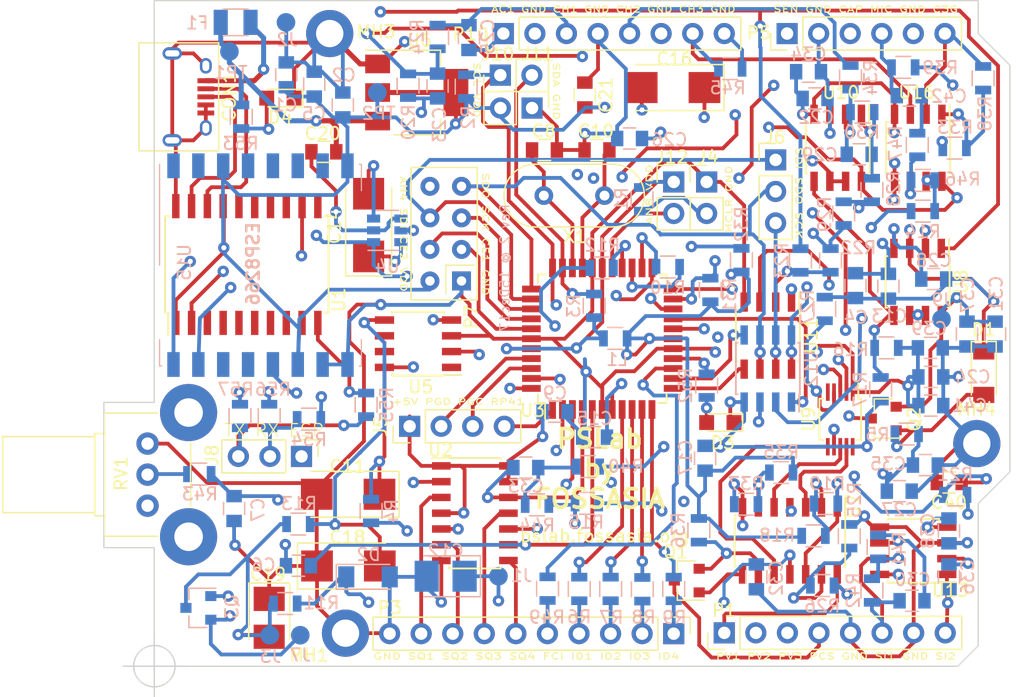
<source format=kicad_pcb>
(kicad_pcb (version 20171130) (host pcbnew "(5.1.12)-1")
  (layers (0 F.Cu-L1 signal) (1 L2.PWR signal) (2 L3.GND signal) (31 B.Cu-L4 signal) (34 B.Paste user hide) (35 F.Paste user hide) (36 B.SilkS user hide) (37 F.SilkS user hide) (38 B.Mask user hide) (39 F.Mask user hide) (44 Edge.Cuts user))
  (net 0 "")
  (net 1 GND)
  (net 2 +5V)
  (net 3 Vdd)
  (net 4 "Net-(C14-Pad1)")
  (net 5 AVdd)
  (net 6 "Net-(C16-Pad2)")
  (net 7 V+)
  (net 8 V-)
  (net 9 /D-)
  (net 10 /MCLR)
  (net 11 CS.E2)
  (net 12 SCK)
  (net 13 /SEN)
  (net 14 SCL)
  (net 15 SDA)
  (net 16 /TxD)
  (net 17 /RxD)
  (net 18 SDO)
  (net 19 /ID1)
  (net 20 /ID2)
  (net 21 /ID3)
  (net 22 /ID4)
  (net 23 SDI)
  (net 24 "Net-(Q1-Pad1)")
  (net 25 PVS2)
  (net 26 PVS1)
  (net 27 /SQR2)
  (net 28 /SQR1)
  (net 29 PVS3)
  (net 30 "Net-(Q1-Pad2)")
  (net 31 PCS)
  (net 32 /SQR4)
  (net 33 /SQR3)
  (net 34 /CAP)
  (net 35 CS.E1)
  (net 36 "Net-(R25-Pad2)")
  (net 37 "Net-(R28-Pad2)")
  (net 38 /ETxD)
  (net 39 /ERxD)
  (net 40 /MTxD)
  (net 41 /MRxD)
  (net 42 "Net-(C11-Pad1)")
  (net 43 "Net-(C14-Pad2)")
  (net 44 "Net-(C15-Pad1)")
  (net 45 "Net-(C16-Pad1)")
  (net 46 "Net-(C18-Pad2)")
  (net 47 VR-)
  (net 48 "Net-(C23-Pad1)")
  (net 49 "Net-(C23-Pad2)")
  (net 50 VR+)
  (net 51 "Net-(C29-Pad1)")
  (net 52 "Net-(C29-Pad2)")
  (net 53 RP41)
  (net 54 "Net-(R16-Pad1)")
  (net 55 "Net-(R18-Pad2)")
  (net 56 "Net-(R19-Pad2)")
  (net 57 "Net-(R27-Pad1)")
  (net 58 "Net-(R35-Pad2)")
  (net 59 "Net-(U2-Pad2)")
  (net 60 "Net-(U2-Pad5)")
  (net 61 CH1out)
  (net 62 CH2out)
  (net 63 CH3out)
  (net 64 "Net-(R46-Pad1)")
  (net 65 AN8)
  (net 66 MIC)
  (net 67 "Net-(C10-Pad2)")
  (net 68 MICout)
  (net 69 "/I/O Processing/DAC1")
  (net 70 "/I/O Processing/DAC2")
  (net 71 "/I/O Processing/DAC4")
  (net 72 "Net-(C6-Pad2)")
  (net 73 "Net-(C7-Pad1)")
  (net 74 "Net-(C30-Pad2)")
  (net 75 "Net-(C40-Pad1)")
  (net 76 SQ4)
  (net 77 /D+)
  (net 78 PGC2)
  (net 79 CH1)
  (net 80 ACH1)
  (net 81 CH2)
  (net 82 CH3)
  (net 83 "Net-(R22-Pad1)")
  (net 84 "Net-(R33-Pad2)")
  (net 85 "Net-(U11-Pad3)")
  (net 86 CS.CH2)
  (net 87 CS.CH1)
  (net 88 "Net-(R14-Pad2)")
  (net 89 PGD2)
  (net 90 AN4)
  (net 91 12MHz)
  (net 92 "Net-(C33-Pad2)")
  (net 93 "Net-(C36-Pad2)")
  (net 94 SINE1)
  (net 95 SQ3)
  (net 96 SINE2)
  (net 97 "Net-(C42-Pad1)")
  (net 98 "Net-(R10-Pad2)")
  (net 99 "Net-(R49-Pad1)")
  (net 100 /FCin)
  (net 101 "Net-(U10-Pad6)")
  (net 102 RP147)
  (net 103 /ESPROG)
  (net 104 "Net-(D3-Pad2)")
  (net 105 "Net-(D4-Pad2)")
  (net 106 CH3.GAIN)
  (net 107 "Net-(CON1-Pad1)")
  (net 108 "Net-(R43-Pad1)")
  (net 109 "Net-(P3-Pad1)")
  (net 110 "Net-(P3-Pad2)")
  (net 111 "Net-(P3-Pad3)")
  (net 112 "Net-(P3-Pad4)")
  (net 113 "Net-(D1-Pad2)")
  (net 114 "Net-(D2-Pad1)")
  (module Housings_SOIC:SOIC-20W_7.5x12.8mm_Pitch1.27mm (layer F.Cu-L1) (at 122.35 92.25 90)
    (fp_text reference U1 (at -2.85 7.4 90) (layer F.SilkS))
    (fp_text value MCP2200)
    (pad 1 smd rect (at -4.7 -5.715 90) (size 1.95 0.6) (layers F.Cu-L1 F.Paste F.Mask) (net 3 Vdd))
    (pad 2 smd rect (at -4.7 -4.445 90) (size 1.95 0.6) (layers F.Cu-L1 F.Paste F.Mask) (net 91 12MHz))
    (pad 3 smd rect (at -4.7 -3.175 90) (size 1.95 0.6) (layers F.Cu-L1 F.Paste F.Mask))
    (pad 4 smd rect (at -4.7 -1.905 90) (size 1.95 0.6) (layers F.Cu-L1 F.Paste F.Mask))
    (pad 5 smd rect (at -4.7 -0.635 90) (size 1.95 0.6) (layers F.Cu-L1 F.Paste F.Mask))
    (pad 6 smd rect (at -4.7 0.635 90) (size 1.95 0.6) (layers F.Cu-L1 F.Paste F.Mask))
    (pad 7 smd rect (at -4.7 1.905 90) (size 1.95 0.6) (layers F.Cu-L1 F.Paste F.Mask))
    (pad 8 smd rect (at -4.7 3.175 90) (size 1.95 0.6) (layers F.Cu-L1 F.Paste F.Mask))
    (pad 9 smd rect (at -4.7 4.445 90) (size 1.95 0.6) (layers F.Cu-L1 F.Paste F.Mask))
    (pad 10 smd rect (at -4.7 5.715 90) (size 1.95 0.6) (layers F.Cu-L1 F.Paste F.Mask) (net 40 /MTxD))
    (pad 11 smd rect (at 4.7 5.715 90) (size 1.95 0.6) (layers F.Cu-L1 F.Paste F.Mask))
    (pad 12 smd rect (at 4.7 4.445 90) (size 1.95 0.6) (layers F.Cu-L1 F.Paste F.Mask) (net 41 /MRxD))
    (pad 13 smd rect (at 4.7 3.175 90) (size 1.95 0.6) (layers F.Cu-L1 F.Paste F.Mask))
    (pad 14 smd rect (at 4.7 1.905 90) (size 1.95 0.6) (layers F.Cu-L1 F.Paste F.Mask))
    (pad 15 smd rect (at 4.7 0.635 90) (size 1.95 0.6) (layers F.Cu-L1 F.Paste F.Mask))
    (pad 16 smd rect (at 4.7 -0.635 90) (size 1.95 0.6) (layers F.Cu-L1 F.Paste F.Mask))
    (pad 17 smd rect (at 4.7 -1.905 90) (size 1.95 0.6) (layers F.Cu-L1 F.Paste F.Mask) (net 3 Vdd))
    (pad 18 smd rect (at 4.7 -3.175 90) (size 1.95 0.6) (layers F.Cu-L1 F.Paste F.Mask) (net 9 /D-))
    (pad 19 smd rect (at 4.7 -4.445 90) (size 1.95 0.6) (layers F.Cu-L1 F.Paste F.Mask) (net 77 /D+))
    (pad 20 smd rect (at 4.7 -5.715 90) (size 1.95 0.6) (layers F.Cu-L1 F.Paste F.Mask) (net 1 GND))
  )
  (module Housings_QFP:TQFP-44_10x10mm_Pitch0.8mm (layer F.Cu-L1) (at 150.95 98.225 90)
    (fp_text reference U3 (at -5.775 -5.6) (layer F.SilkS))
    (fp_text value PIC24EP256GP204)
    (pad 1 smd rect (at -5.7 -4 90) (size 1.5 0.55) (layers F.Cu-L1 F.Paste F.Mask) (net 53 RP41))
    (pad 2 smd rect (at -5.7 -3.2 90) (size 1.5 0.55) (layers F.Cu-L1 F.Paste F.Mask) (net 59 "Net-(U2-Pad2)"))
    (pad 3 smd rect (at -5.7 -2.4 90) (size 1.5 0.55) (layers F.Cu-L1 F.Paste F.Mask) (net 60 "Net-(U2-Pad5)"))
    (pad 4 smd rect (at -5.7 -1.6 90) (size 1.5 0.55) (layers F.Cu-L1 F.Paste F.Mask) (net 95 SQ3))
    (pad 5 smd rect (at -5.7 -0.8 90) (size 1.5 0.55) (layers F.Cu-L1 F.Paste F.Mask) (net 76 SQ4))
    (pad 6 smd rect (at -5.7 0 90) (size 1.5 0.55) (layers F.Cu-L1 F.Paste F.Mask) (net 1 GND))
    (pad 7 smd rect (at -5.7 0.8 90) (size 1.5 0.55) (layers F.Cu-L1 F.Paste F.Mask) (net 44 "Net-(C15-Pad1)"))
    (pad 8 smd rect (at -5.7 1.6 90) (size 1.5 0.55) (layers F.Cu-L1 F.Paste F.Mask) (net 19 /ID1))
    (pad 9 smd rect (at -5.7 2.4 90) (size 1.5 0.55) (layers F.Cu-L1 F.Paste F.Mask) (net 20 /ID2))
    (pad 10 smd rect (at -5.7 3.2 90) (size 1.5 0.55) (layers F.Cu-L1 F.Paste F.Mask) (net 21 /ID3))
    (pad 11 smd rect (at -5.7 4 90) (size 1.5 0.55) (layers F.Cu-L1 F.Paste F.Mask) (net 22 /ID4))
    (pad 12 smd rect (at -4 5.7 180) (size 1.5 0.55) (layers F.Cu-L1 F.Paste F.Mask) (net 87 CS.CH1))
    (pad 13 smd rect (at -3.2 5.7 180) (size 1.5 0.55) (layers F.Cu-L1 F.Paste F.Mask) (net 86 CS.CH2))
    (pad 14 smd rect (at -2.4 5.7 180) (size 1.5 0.55) (layers F.Cu-L1 F.Paste F.Mask) (net 99 "Net-(R49-Pad1)"))
    (pad 15 smd rect (at -1.6 5.7 180) (size 1.5 0.55) (layers F.Cu-L1 F.Paste F.Mask) (net 102 RP147))
    (pad 16 smd rect (at -0.8 5.7 180) (size 1.5 0.55) (layers F.Cu-L1 F.Paste F.Mask) (net 1 GND))
    (pad 17 smd rect (at 0 5.7 180) (size 1.5 0.55) (layers F.Cu-L1 F.Paste F.Mask) (net 5 AVdd))
    (pad 18 smd rect (at 0.8 5.7 180) (size 1.5 0.55) (layers F.Cu-L1 F.Paste F.Mask) (net 10 /MCLR))
    (pad 19 smd rect (at 1.6 5.7 180) (size 1.5 0.55) (layers F.Cu-L1 F.Paste F.Mask) (net 62 CH2out))
    (pad 20 smd rect (at 2.4 5.7 180) (size 1.5 0.55) (layers F.Cu-L1 F.Paste F.Mask) (net 63 CH3out))
    (pad 21 smd rect (at 3.2 5.7 180) (size 1.5 0.55) (layers F.Cu-L1 F.Paste F.Mask) (net 68 MICout))
    (pad 22 smd rect (at 4 5.7 180) (size 1.5 0.55) (layers F.Cu-L1 F.Paste F.Mask) (net 61 CH1out))
    (pad 23 smd rect (at 5.7 4 90) (size 1.5 0.55) (layers F.Cu-L1 F.Paste F.Mask) (net 90 AN4))
    (pad 24 smd rect (at 5.7 3.2 90) (size 1.5 0.55) (layers F.Cu-L1 F.Paste F.Mask) (net 34 /CAP))
    (pad 25 smd rect (at 5.7 2.4 90) (size 1.5 0.55) (layers F.Cu-L1 F.Paste F.Mask) (net 98 "Net-(R10-Pad2)"))
    (pad 26 smd rect (at 5.7 1.6 90) (size 1.5 0.55) (layers F.Cu-L1 F.Paste F.Mask) (net 13 /SEN))
    (pad 27 smd rect (at 5.7 0.8 90) (size 1.5 0.55) (layers F.Cu-L1 F.Paste F.Mask) (net 65 AN8))
    (pad 28 smd rect (at 5.7 0 90) (size 1.5 0.55) (layers F.Cu-L1 F.Paste F.Mask) (net 3 Vdd))
    (pad 29 smd rect (at 5.7 -0.8 90) (size 1.5 0.55) (layers F.Cu-L1 F.Paste F.Mask) (net 1 GND))
    (pad 30 smd rect (at 5.7 -1.6 90) (size 1.5 0.55) (layers F.Cu-L1 F.Paste F.Mask) (net 67 "Net-(C10-Pad2)"))
    (pad 31 smd rect (at 5.7 -2.4 90) (size 1.5 0.55) (layers F.Cu-L1 F.Paste F.Mask) (net 91 12MHz))
    (pad 32 smd rect (at 5.7 -3.2 90) (size 1.5 0.55) (layers F.Cu-L1 F.Paste F.Mask) (net 15 SDA))
    (pad 33 smd rect (at 5.7 -4 90) (size 1.5 0.55) (layers F.Cu-L1 F.Paste F.Mask) (net 14 SCL))
    (pad 34 smd rect (at 4 -5.7 180) (size 1.5 0.55) (layers F.Cu-L1 F.Paste F.Mask) (net 18 SDO))
    (pad 35 smd rect (at 3.2 -5.7 180) (size 1.5 0.55) (layers F.Cu-L1 F.Paste F.Mask) (net 23 SDI))
    (pad 36 smd rect (at 2.4 -5.7 180) (size 1.5 0.55) (layers F.Cu-L1 F.Paste F.Mask) (net 12 SCK))
    (pad 37 smd rect (at 1.6 -5.7 180) (size 1.5 0.55) (layers F.Cu-L1 F.Paste F.Mask) (net 11 CS.E2))
    (pad 38 smd rect (at 0.8 -5.7 180) (size 1.5 0.55) (layers F.Cu-L1 F.Paste F.Mask) (net 35 CS.E1))
    (pad 39 smd rect (at 0 -5.7 180) (size 1.5 0.55) (layers F.Cu-L1 F.Paste F.Mask) (net 1 GND))
    (pad 40 smd rect (at -0.8 -5.7 180) (size 1.5 0.55) (layers F.Cu-L1 F.Paste F.Mask) (net 3 Vdd))
    (pad 41 smd rect (at -1.6 -5.7 180) (size 1.5 0.55) (layers F.Cu-L1 F.Paste F.Mask) (net 89 PGD2))
    (pad 42 smd rect (at -2.4 -5.7 180) (size 1.5 0.55) (layers F.Cu-L1 F.Paste F.Mask) (net 78 PGC2))
    (pad 43 smd rect (at -3.2 -5.7 180) (size 1.5 0.55) (layers F.Cu-L1 F.Paste F.Mask) (net 17 /RxD))
    (pad 44 smd rect (at -4 -5.7 180) (size 1.5 0.55) (layers F.Cu-L1 F.Paste F.Mask) (net 16 /TxD))
  )
  (module Resistors_SMD:R_0805 (layer B.Cu-L4) (at 149.1 118.375 90)
    (fp_text reference R6 (at -2.25 0) (layer B.SilkS) (effects (justify mirror)))
    (fp_text value 200)
    (pad 1 smd rect (at -0.95 0 90) (size 0.7 1.3) (layers B.Cu-L4 B.Paste B.Mask) (net 112 "Net-(P3-Pad4)"))
    (pad 2 smd rect (at 0.95 0 90) (size 0.7 1.3) (layers B.Cu-L4 B.Paste B.Mask) (net 19 /ID1))
  )
  (module Resistors_SMD:R_0805 (layer B.Cu-L4) (at 151.625 118.375 90)
    (fp_text reference R7 (at -2.3 0.05) (layer B.SilkS) (effects (justify mirror)))
    (fp_text value 200)
    (pad 1 smd rect (at -0.95 0 90) (size 0.7 1.3) (layers B.Cu-L4 B.Paste B.Mask) (net 111 "Net-(P3-Pad3)"))
    (pad 2 smd rect (at 0.95 0 90) (size 0.7 1.3) (layers B.Cu-L4 B.Paste B.Mask) (net 20 /ID2))
  )
  (module Resistors_SMD:R_0805 (layer B.Cu-L4) (at 170.83 114.13 270)
    (fp_text reference R25 (at -2.93 -0.42 270) (layer B.SilkS) (effects (justify mirror)))
    (fp_text value 10K)
    (pad 1 smd rect (at -0.95 0 270) (size 0.7 1.3) (layers B.Cu-L4 B.Paste B.Mask) (net 1 GND))
    (pad 2 smd rect (at 0.95 0 270) (size 0.7 1.3) (layers B.Cu-L4 B.Paste B.Mask) (net 36 "Net-(R25-Pad2)"))
  )
  (module Pin_Headers:Pin_Header_Straight_1x06_Pitch2.54mm (layer F.Cu-L1) (at 165.8244 73.651 90)
    (fp_text reference P5 (at 0.051 -2.2744 180) (layer F.SilkS))
    (fp_text value sen-cap)
    (pad 1 thru_hole rect (at 0 0 90) (size 1.7 1.7) (drill 1) (layers *.Cu *.Mask) (net 13 /SEN))
    (pad 2 thru_hole oval (at 0 2.54 90) (size 1.7 1.7) (drill 1) (layers *.Cu *.Mask) (net 1 GND))
    (pad 3 thru_hole oval (at 0 5.08 90) (size 1.7 1.7) (drill 1) (layers *.Cu *.Mask) (net 34 /CAP))
    (pad 4 thru_hole oval (at 0 7.62 90) (size 1.7 1.7) (drill 1) (layers *.Cu *.Mask) (net 66 MIC))
    (pad 5 thru_hole oval (at 0 10.16 90) (size 1.7 1.7) (drill 1) (layers *.Cu *.Mask) (net 1 GND))
    (pad 6 thru_hole oval (at 0 12.7 90) (size 1.7 1.7) (drill 1) (layers *.Cu *.Mask) (net 106 CH3.GAIN))
  )
  (module Resistors_SMD:R_0805 (layer B.Cu-L4) (at 159.65 94.3 270)
    (fp_text reference R31 (at 0.45 -1.55 270) (layer B.SilkS) (effects (justify mirror)))
    (fp_text value 10K)
    (pad 1 smd rect (at -0.95 0 270) (size 0.7 1.3) (layers B.Cu-L4 B.Paste B.Mask) (net 68 MICout))
    (pad 2 smd rect (at 0.95 0 270) (size 0.7 1.3) (layers B.Cu-L4 B.Paste B.Mask) (net 5 AVdd))
  )
  (module Custom_Components:nRF24L01_Breakout_2 (layer F.Cu-L1) (at 139.625 93.575 180)
    (fp_text reference P7 (at -0.7812 -2.912 270) (layer F.SilkS))
    (fp_text value NRF)
    (pad 1 thru_hole rect (at 0 0 180) (size 1.524 1.524) (drill 0.762) (layers *.Cu *.Mask) (net 1 GND))
    (pad 2 thru_hole circle (at 2.54 0 180) (size 1.524 1.524) (drill 0.762) (layers *.Cu *.Mask) (net 3 Vdd))
    (pad 3 thru_hole circle (at 0 2.54 180) (size 1.524 1.524) (drill 0.762) (layers *.Cu *.Mask) (net 35 CS.E1))
    (pad 4 thru_hole circle (at 2.54 2.54 180) (size 1.524 1.524) (drill 0.762) (layers *.Cu *.Mask) (net 11 CS.E2))
    (pad 5 thru_hole circle (at 0 5.08 180) (size 1.524 1.524) (drill 0.762) (layers *.Cu *.Mask) (net 12 SCK))
    (pad 6 thru_hole circle (at 2.54 5.08 180) (size 1.524 1.524) (drill 0.762) (layers *.Cu *.Mask) (net 23 SDI))
    (pad 7 thru_hole circle (at 0 7.62 180) (size 1.524 1.524) (drill 0.762) (layers *.Cu *.Mask) (net 18 SDO))
    (pad 8 thru_hole circle (at 2.54 7.62 180) (size 1.524 1.524) (drill 0.762) (layers *.Cu *.Mask) (net 90 AN4))
  )
  (module Capacitors_SMD:C_0805 (layer B.Cu-L4) (at 125.525 76.975 90)
    (fp_text reference C1 (at -2.425 -0.075) (layer B.SilkS) (effects (justify mirror)))
    (fp_text value 0.1u)
    (pad 1 smd rect (at -1 0 90) (size 1 1.25) (layers B.Cu-L4 B.Paste B.Mask) (net 3 Vdd))
    (pad 2 smd rect (at 1 0 90) (size 1 1.25) (layers B.Cu-L4 B.Paste B.Mask) (net 1 GND))
  )
  (module Capacitors_SMD:C_0805 (layer B.Cu-L4) (at 130.075 79.4 270)
    (fp_text reference C2 (at -2.4 -0.075) (layer B.SilkS) (effects (justify mirror)))
    (fp_text value 0.1u)
    (pad 1 smd rect (at -1 0 270) (size 1 1.25) (layers B.Cu-L4 B.Paste B.Mask) (net 1 GND))
    (pad 2 smd rect (at 1 0 270) (size 1 1.25) (layers B.Cu-L4 B.Paste B.Mask) (net 3 Vdd))
  )
  (module Capacitors_SMD:C_0805 (layer B.Cu-L4) (at 171.325 93.95 270)
    (fp_text reference C4 (at 2.55 -0.025) (layer B.SilkS) (effects (justify mirror)))
    (fp_text value 0.1u)
    (pad 1 smd rect (at -1 0 270) (size 1 1.25) (layers B.Cu-L4 B.Paste B.Mask) (net 3 Vdd))
    (pad 2 smd rect (at 1 0 270) (size 1 1.25) (layers B.Cu-L4 B.Paste B.Mask) (net 1 GND))
  )
  (module Capacitors_SMD:C_0805 (layer B.Cu-L4) (at 127.775 77.725 90)
    (fp_text reference C5 (at -2.375 -0.025 180) (layer B.SilkS) (effects (justify mirror)))
    (fp_text value 0.1u)
    (pad 1 smd rect (at -1 0 90) (size 1 1.25) (layers B.Cu-L4 B.Paste B.Mask) (net 3 Vdd))
    (pad 2 smd rect (at 1 0 90) (size 1 1.25) (layers B.Cu-L4 B.Paste B.Mask) (net 1 GND))
  )
  (module Capacitors_SMD:C_0805 (layer B.Cu-L4) (at 126.5 116.5 180)
    (fp_text reference C6 (at 2.8 0.05 180) (layer B.SilkS) (effects (justify mirror)))
    (fp_text value 10u)
    (pad 1 smd rect (at -1 0 180) (size 1 1.25) (layers B.Cu-L4 B.Paste B.Mask) (net 76 SQ4))
    (pad 2 smd rect (at 1 0 180) (size 1 1.25) (layers B.Cu-L4 B.Paste B.Mask) (net 72 "Net-(C6-Pad2)"))
  )
  (module Capacitors_SMD:C_0805 (layer B.Cu-L4) (at 121.325 111.9 270)
    (fp_text reference C7 (at 0.1 -1.925 270) (layer B.SilkS) (effects (justify mirror)))
    (fp_text value 10nF)
    (pad 1 smd rect (at -1 0 270) (size 1 1.25) (layers B.Cu-L4 B.Paste B.Mask) (net 73 "Net-(C7-Pad1)"))
    (pad 2 smd rect (at 1 0 270) (size 1 1.25) (layers B.Cu-L4 B.Paste B.Mask) (net 1 GND))
  )
  (module Capacitors_SMD:C_0805 (layer F.Cu-L1) (at 146.3 83.025 180)
    (fp_text reference C8 (at 0.05 1.525 180) (layer F.SilkS))
    (fp_text value 15pF)
    (pad 1 smd rect (at -1 0 180) (size 1 1.25) (layers F.Cu-L1 F.Paste F.Mask) (net 1 GND))
    (pad 2 smd rect (at 1 0 180) (size 1 1.25) (layers F.Cu-L1 F.Paste F.Mask) (net 91 12MHz))
  )
  (module Capacitors_SMD:C_0805 (layer B.Cu-L4) (at 147.15 104.1 180)
    (fp_text reference C9 (at 0 1.5 180) (layer B.SilkS) (effects (justify mirror)))
    (fp_text value 0.1u)
    (pad 1 smd rect (at -1 0 180) (size 1 1.25) (layers B.Cu-L4 B.Paste B.Mask) (net 1 GND))
    (pad 2 smd rect (at 1 0 180) (size 1 1.25) (layers B.Cu-L4 B.Paste B.Mask) (net 2 +5V))
  )
  (module Capacitors_SMD:C_0805 (layer F.Cu-L1) (at 150.525 83.025)
    (fp_text reference C10 (at -0.075 -1.525) (layer F.SilkS))
    (fp_text value 15pF)
    (pad 1 smd rect (at -1 0) (size 1 1.25) (layers F.Cu-L1 F.Paste F.Mask) (net 1 GND))
    (pad 2 smd rect (at 1 0) (size 1 1.25) (layers F.Cu-L1 F.Paste F.Mask) (net 67 "Net-(C10-Pad2)"))
  )
  (module Capacitors_Tantalum_SMD:CP_Tantalum_Case-C_EIA-6032-28_Reflow (layer F.Cu-L1) (at 130.5 110.75 180)
    (fp_text reference C11 (at 0.05 2.25 180) (layer F.SilkS))
    (fp_text value 100u)
    (pad 1 smd rect (at -2.525 0 180) (size 2.55 2.5) (layers F.Cu-L1 F.Paste F.Mask) (net 42 "Net-(C11-Pad1)"))
    (pad 2 smd rect (at 2.525 0 180) (size 2.55 2.5) (layers F.Cu-L1 F.Paste F.Mask) (net 1 GND))
  )
  (module Capacitors_SMD:C_0805 (layer B.Cu-L4) (at 173.975 94 90)
    (fp_text reference C13 (at -2.4 0.075 180) (layer B.SilkS) (effects (justify mirror)))
    (fp_text value 0.1u)
    (pad 1 smd rect (at -1 0 90) (size 1 1.25) (layers B.Cu-L4 B.Paste B.Mask) (net 1 GND))
    (pad 2 smd rect (at 1 0 90) (size 1 1.25) (layers B.Cu-L4 B.Paste B.Mask) (net 3 Vdd))
  )
  (module Capacitors_Tantalum_SMD:CP_Tantalum_Case-C_EIA-6032-28_Reflow (layer F.Cu-L1) (at 132.15 89.075 90)
    (fp_text reference C14 (at -0.1 -2.75 90) (layer F.SilkS))
    (fp_text value 100u)
    (pad 1 smd rect (at -2.525 0 90) (size 2.55 2.5) (layers F.Cu-L1 F.Paste F.Mask) (net 4 "Net-(C14-Pad1)"))
    (pad 2 smd rect (at 2.525 0 90) (size 2.55 2.5) (layers F.Cu-L1 F.Paste F.Mask) (net 43 "Net-(C14-Pad2)"))
  )
  (module Capacitors_Tantalum_SMD:CP_Tantalum_Case-C_EIA-6032-28_Reflow (layer F.Cu-L1) (at 156.65 78 180)
    (fp_text reference C16 (at -0.1 2.3 180) (layer F.SilkS))
    (fp_text value 100u)
    (pad 1 smd rect (at -2.525 0 180) (size 2.55 2.5) (layers F.Cu-L1 F.Paste F.Mask) (net 45 "Net-(C16-Pad1)"))
    (pad 2 smd rect (at 2.525 0 180) (size 2.55 2.5) (layers F.Cu-L1 F.Paste F.Mask) (net 6 "Net-(C16-Pad2)"))
  )
  (module Capacitors_SMD:C_0805 (layer B.Cu-L4) (at 159.225 107.85 270)
    (fp_text reference C17 (at -0.05 1.575 270) (layer B.SilkS) (effects (justify mirror)))
    (fp_text value 0.1u)
    (pad 1 smd rect (at -1 0 270) (size 1 1.25) (layers B.Cu-L4 B.Paste B.Mask) (net 1 GND))
    (pad 2 smd rect (at 1 0 270) (size 1 1.25) (layers B.Cu-L4 B.Paste B.Mask) (net 5 AVdd))
  )
  (module Capacitors_Tantalum_SMD:CP_Tantalum_Case-C_EIA-6032-28_Reflow (layer F.Cu-L1) (at 130.525 116.525)
    (fp_text reference C18 (at -0.075 -2.325) (layer F.SilkS))
    (fp_text value 100u)
    (pad 1 smd rect (at -2.525 0) (size 2.55 2.5) (layers F.Cu-L1 F.Paste F.Mask) (net 1 GND))
    (pad 2 smd rect (at 2.525 0) (size 2.55 2.5) (layers F.Cu-L1 F.Paste F.Mask) (net 46 "Net-(C18-Pad2)"))
  )
  (module Capacitors_SMD:C_0805 (layer F.Cu-L1) (at 128.55 83.175)
    (fp_text reference C20 (at -0.1 -1.475) (layer F.SilkS))
    (fp_text value 1u)
    (pad 1 smd rect (at -1 0) (size 1 1.25) (layers F.Cu-L1 F.Paste F.Mask) (net 1 GND))
    (pad 2 smd rect (at 1 0) (size 1 1.25) (layers F.Cu-L1 F.Paste F.Mask) (net 2 +5V))
  )
  (module Capacitors_SMD:C_0805 (layer F.Cu-L1) (at 149.55 78.6 90)
    (fp_text reference C21 (at 0 1.7 90) (layer F.SilkS))
    (fp_text value 10u)
    (pad 1 smd rect (at -1 0 90) (size 1 1.25) (layers F.Cu-L1 F.Paste F.Mask) (net 3 Vdd))
    (pad 2 smd rect (at 1 0 90) (size 1 1.25) (layers F.Cu-L1 F.Paste F.Mask) (net 1 GND))
  )
  (module Capacitors_SMD:C_0805 (layer B.Cu-L4) (at 168.075 78.875 180)
    (fp_text reference C22 (at -0.075 -1.525 180) (layer B.SilkS) (effects (justify mirror)))
    (fp_text value 0.1u)
    (pad 1 smd rect (at -1 0 180) (size 1 1.25) (layers B.Cu-L4 B.Paste B.Mask) (net 1 GND))
    (pad 2 smd rect (at 1 0 180) (size 1 1.25) (layers B.Cu-L4 B.Paste B.Mask) (net 47 VR-))
  )
  (module Capacitors_SMD:C_0805 (layer B.Cu-L4) (at 137.7 77.875 90)
    (fp_text reference C23 (at -3.125 0.15 90) (layer B.SilkS) (effects (justify mirror)))
    (fp_text value 3p3)
    (pad 1 smd rect (at -1 0 90) (size 1 1.25) (layers B.Cu-L4 B.Paste B.Mask) (net 48 "Net-(C23-Pad1)"))
    (pad 2 smd rect (at 1 0 90) (size 1 1.25) (layers B.Cu-L4 B.Paste B.Mask) (net 49 "Net-(C23-Pad2)"))
  )
  (module Capacitors_SMD:C_0805 (layer B.Cu-L4) (at 177.39 101.3 180)
    (fp_text reference C24 (at -3.36 0 180) (layer B.SilkS) (effects (justify mirror)))
    (fp_text value 0.1u)
    (pad 1 smd rect (at -1 0 180) (size 1 1.25) (layers B.Cu-L4 B.Paste B.Mask) (net 1 GND))
    (pad 2 smd rect (at 1 0 180) (size 1 1.25) (layers B.Cu-L4 B.Paste B.Mask) (net 5 AVdd))
  )
  (module Capacitors_SMD:C_0805 (layer B.Cu-L4) (at 140.225 73.975 270)
    (fp_text reference C25 (at -0.075 -1.525 90) (layer B.SilkS) (effects (justify mirror)))
    (fp_text value 0.1u)
    (pad 1 smd rect (at -1 0 270) (size 1 1.25) (layers B.Cu-L4 B.Paste B.Mask) (net 79 CH1))
    (pad 2 smd rect (at 1 0 270) (size 1 1.25) (layers B.Cu-L4 B.Paste B.Mask) (net 80 ACH1))
  )
  (module Capacitors_SMD:C_0805 (layer B.Cu-L4) (at 153.15 82.1)
    (fp_text reference C26 (at 3.2 0.1) (layer B.SilkS) (effects (justify mirror)))
    (fp_text value 0.1u)
    (pad 1 smd rect (at -1 0) (size 1 1.25) (layers B.Cu-L4 B.Paste B.Mask) (net 1 GND))
    (pad 2 smd rect (at 1 0) (size 1 1.25) (layers B.Cu-L4 B.Paste B.Mask) (net 50 VR+))
  )
  (module Capacitors_SMD:C_0805 (layer B.Cu-L4) (at 174.85 110.5)
    (fp_text reference C27 (at 0 1.5) (layer B.SilkS) (effects (justify mirror)))
    (fp_text value 0.1u)
    (pad 1 smd rect (at -1 0) (size 1 1.25) (layers B.Cu-L4 B.Paste B.Mask) (net 7 V+))
    (pad 2 smd rect (at 1 0) (size 1 1.25) (layers B.Cu-L4 B.Paste B.Mask) (net 1 GND))
  )
  (module Capacitors_SMD:C_0805 (layer B.Cu-L4) (at 177.62 93.42 180)
    (fp_text reference C28 (at 0 1.5 180) (layer B.SilkS) (effects (justify mirror)))
    (fp_text value 0.1u)
    (pad 1 smd rect (at -1 0 180) (size 1 1.25) (layers B.Cu-L4 B.Paste B.Mask) (net 1 GND))
    (pad 2 smd rect (at 1 0 180) (size 1 1.25) (layers B.Cu-L4 B.Paste B.Mask) (net 47 VR-))
  )
  (module Capacitors_SMD:C_0805 (layer B.Cu-L4) (at 171.625 83.375 180)
    (fp_text reference C29 (at 3.175 -0.025 180) (layer B.SilkS) (effects (justify mirror)))
    (fp_text value 3p3)
    (pad 1 smd rect (at -1 0 180) (size 1 1.25) (layers B.Cu-L4 B.Paste B.Mask) (net 51 "Net-(C29-Pad1)"))
    (pad 2 smd rect (at 1 0 180) (size 1 1.25) (layers B.Cu-L4 B.Paste B.Mask) (net 52 "Net-(C29-Pad2)"))
  )
  (module Capacitors_SMD:C_0805 (layer B.Cu-L4) (at 175.875 119.325)
    (fp_text reference C30 (at 0.05 -1.7) (layer B.SilkS) (effects (justify mirror)))
    (fp_text value 1nF)
    (pad 1 smd rect (at -1 0) (size 1 1.25) (layers B.Cu-L4 B.Paste B.Mask) (net 94 SINE1))
    (pad 2 smd rect (at 1 0) (size 1 1.25) (layers B.Cu-L4 B.Paste B.Mask) (net 74 "Net-(C30-Pad2)"))
  )
  (module Capacitors_SMD:C_0805 (layer B.Cu-L4) (at 182.56 97.85 90)
    (fp_text reference C31 (at 3.25 0.09 90) (layer B.SilkS) (effects (justify mirror)))
    (fp_text value 0.1u)
    (pad 1 smd rect (at -1 0 90) (size 1 1.25) (layers B.Cu-L4 B.Paste B.Mask) (net 1 GND))
    (pad 2 smd rect (at 1 0 90) (size 1 1.25) (layers B.Cu-L4 B.Paste B.Mask) (net 50 VR+))
  )
  (module Capacitors_SMD:C_0805 (layer B.Cu-L4) (at 163.35 117.4 270)
    (fp_text reference C32 (at 0.1 -1.6 270) (layer B.SilkS) (effects (justify mirror)))
    (fp_text value 0.1u)
    (pad 1 smd rect (at -1 0 270) (size 1 1.25) (layers B.Cu-L4 B.Paste B.Mask) (net 8 V-))
    (pad 2 smd rect (at 1 0 270) (size 1 1.25) (layers B.Cu-L4 B.Paste B.Mask) (net 1 GND))
  )
  (module Capacitors_SMD:C_0805 (layer B.Cu-L4) (at 144.8 108.6)
    (fp_text reference C33 (at 0 1.5) (layer B.SilkS) (effects (justify mirror)))
    (fp_text value 10u)
    (pad 1 smd rect (at -1 0) (size 1 1.25) (layers B.Cu-L4 B.Paste B.Mask) (net 95 SQ3))
    (pad 2 smd rect (at 1 0) (size 1 1.25) (layers B.Cu-L4 B.Paste B.Mask) (net 92 "Net-(C33-Pad2)"))
  )
  (module Capacitors_SMD:C_0805 (layer B.Cu-L4) (at 167.55 76.725 180)
    (fp_text reference C34 (at 0 1.425 180) (layer B.SilkS) (effects (justify mirror)))
    (fp_text value 0.1u)
    (pad 1 smd rect (at -1 0 180) (size 1 1.25) (layers B.Cu-L4 B.Paste B.Mask) (net 1 GND))
    (pad 2 smd rect (at 1 0 180) (size 1 1.25) (layers B.Cu-L4 B.Paste B.Mask) (net 47 VR-))
  )
  (module Capacitors_SMD:C_0805 (layer B.Cu-L4) (at 176.95 108.4 180)
    (fp_text reference C35 (at 3 0.1 180) (layer B.SilkS) (effects (justify mirror)))
    (fp_text value 0.1u)
    (pad 1 smd rect (at -1 0 180) (size 1 1.25) (layers B.Cu-L4 B.Paste B.Mask) (net 1 GND))
    (pad 2 smd rect (at 1 0 180) (size 1 1.25) (layers B.Cu-L4 B.Paste B.Mask) (net 7 V+))
  )
  (module Capacitors_SMD:C_0805 (layer B.Cu-L4) (at 178.85 117.4 90)
    (fp_text reference C36 (at 0 1.5 270) (layer B.SilkS) (effects (justify mirror)))
    (fp_text value 1nF)
    (pad 1 smd rect (at -1 0 90) (size 1 1.25) (layers B.Cu-L4 B.Paste B.Mask) (net 96 SINE2))
    (pad 2 smd rect (at 1 0 90) (size 1 1.25) (layers B.Cu-L4 B.Paste B.Mask) (net 93 "Net-(C36-Pad2)"))
  )
  (module Capacitors_SMD:C_0805 (layer B.Cu-L4) (at 180.3 97.85 90)
    (fp_text reference C37 (at 3.15 0.05 90) (layer B.SilkS) (effects (justify mirror)))
    (fp_text value 0.1u)
    (pad 1 smd rect (at -1 0 90) (size 1 1.25) (layers B.Cu-L4 B.Paste B.Mask) (net 1 GND))
    (pad 2 smd rect (at 1 0 90) (size 1 1.25) (layers B.Cu-L4 B.Paste B.Mask) (net 50 VR+))
  )
  (module Capacitors_SMD:C_0805 (layer B.Cu-L4) (at 178.85 113.7 90)
    (fp_text reference C38 (at 0 -1.7 90) (layer B.SilkS) (effects (justify mirror)))
    (fp_text value 0.1u)
    (pad 1 smd rect (at -1 0 90) (size 1 1.25) (layers B.Cu-L4 B.Paste B.Mask) (net 1 GND))
    (pad 2 smd rect (at 1 0 90) (size 1 1.25) (layers B.Cu-L4 B.Paste B.Mask) (net 8 V-))
  )
  (module Capacitors_SMD:C_0805 (layer B.Cu-L4) (at 177.35 98.96 180)
    (fp_text reference C39 (at 0.1 1.56 180) (layer B.SilkS) (effects (justify mirror)))
    (fp_text value 0.1u)
    (pad 1 smd rect (at -1 0 180) (size 1 1.25) (layers B.Cu-L4 B.Paste B.Mask) (net 1 GND))
    (pad 2 smd rect (at 1 0 180) (size 1 1.25) (layers B.Cu-L4 B.Paste B.Mask) (net 5 AVdd))
  )
  (module Capacitors_SMD:C_0805 (layer F.Cu-L1) (at 178.87 109.8 180)
    (fp_text reference C40 (at 0.02 -1.6 180) (layer F.SilkS))
    (fp_text value 10nF)
    (pad 1 smd rect (at -1 0 180) (size 1 1.25) (layers F.Cu-L1 F.Paste F.Mask) (net 75 "Net-(C40-Pad1)"))
    (pad 2 smd rect (at 1 0 180) (size 1 1.25) (layers F.Cu-L1 F.Paste F.Mask) (net 1 GND))
  )
  (module Capacitors_SMD:C_0805 (layer B.Cu-L4) (at 177.39 103.61 180)
    (fp_text reference C41 (at -3.11 0.01 180) (layer B.SilkS) (effects (justify mirror)))
    (fp_text value 0.1u)
    (pad 1 smd rect (at -1 0 180) (size 1 1.25) (layers B.Cu-L4 B.Paste B.Mask) (net 1 GND))
    (pad 2 smd rect (at 1 0 180) (size 1 1.25) (layers B.Cu-L4 B.Paste B.Mask) (net 5 AVdd))
  )
  (module Capacitors_SMD:C_0805 (layer B.Cu-L4) (at 175.65 78.65 180)
    (fp_text reference C42 (at -3.2 -0.05 180) (layer B.SilkS) (effects (justify mirror)))
    (fp_text value 1u)
    (pad 1 smd rect (at -1 0 180) (size 1 1.25) (layers B.Cu-L4 B.Paste B.Mask) (net 97 "Net-(C42-Pad1)"))
    (pad 2 smd rect (at 1 0 180) (size 1 1.25) (layers B.Cu-L4 B.Paste B.Mask) (net 66 MIC))
  )
  (module Diodes_SMD:D_MiniMELF (layer F.Cu-L1) (at 181.65 101 270)
    (fp_text reference D1 (at -3.5 0) (layer F.SilkS))
    (fp_text value 6V8)
    (pad 1 smd rect (at -1.75 0 270) (size 1.3 1.7) (layers F.Cu-L1 F.Paste F.Mask) (net 1 GND))
    (pad 2 smd rect (at 1.75 0 270) (size 1.3 1.7) (layers F.Cu-L1 F.Paste F.Mask) (net 113 "Net-(D1-Pad2)"))
  )
  (module Diodes_SMD:D_MiniMELF (layer B.Cu-L4) (at 132.1 117.4)
    (fp_text reference D2 (at 0.05 -1.8) (layer B.SilkS) (effects (justify mirror)))
    (fp_text value 6V8)
    (pad 1 smd rect (at -1.75 0) (size 1.3 1.7) (layers B.Cu-L4 B.Paste B.Mask) (net 114 "Net-(D2-Pad1)"))
    (pad 2 smd rect (at 1.75 0) (size 1.3 1.7) (layers B.Cu-L4 B.Paste B.Mask) (net 1 GND))
  )
  (module LEDs:LED_0805 (layer F.Cu-L1) (at 160.45 104.975 180)
    (fp_text reference D3 (at -0.2 -1.625 180) (layer F.SilkS))
    (fp_text value LED)
    (pad 2 smd rect (at 1.1 0) (size 1.2 1.2) (layers F.Cu-L1 F.Paste F.Mask) (net 104 "Net-(D3-Pad2)"))
    (pad 1 smd rect (at -1.1 0) (size 1.2 1.2) (layers F.Cu-L1 F.Paste F.Mask) (net 1 GND))
  )
  (module LEDs:LED_0805 (layer F.Cu-L1) (at 125.05 78.85 180)
    (fp_text reference D4 (at 0 -1.55 180) (layer F.SilkS))
    (fp_text value LED)
    (pad 2 smd rect (at 1.1 0) (size 1.2 1.2) (layers F.Cu-L1 F.Paste F.Mask) (net 105 "Net-(D4-Pad2)"))
    (pad 1 smd rect (at -1.1 0) (size 1.2 1.2) (layers F.Cu-L1 F.Paste F.Mask) (net 1 GND))
  )
  (module Fuse_Holders_and_Fuses:Fuse_SMD1206_Reflow (layer B.Cu-L4) (at 121.45 72.75 180)
    (fp_text reference F1 (at 3.1 -0.05) (layer B.SilkS) (effects (justify mirror)))
    (fp_text value 0.5A)
    (pad 1 smd rect (at -1.2 0 90) (size 2.03 1.14) (layers B.Cu-L4 B.Paste B.Mask) (net 107 "Net-(CON1-Pad1)"))
    (pad 2 smd rect (at 1.2 0 90) (size 2.03 1.14) (layers B.Cu-L4 B.Paste B.Mask) (net 2 +5V))
  )
  (module Inductors_SMD:L_0805 (layer B.Cu-L4) (at 152 98.2 180)
    (fp_text reference L1 (at -0.15 -1.7 180) (layer B.SilkS) (effects (justify mirror)))
    (fp_text value 10uH)
    (pad 1 smd rect (at -0.95 0 180) (size 0.7 1.3) (layers B.Cu-L4 B.Paste B.Mask) (net 5 AVdd))
    (pad 2 smd rect (at 0.95 0 180) (size 0.7 1.3) (layers B.Cu-L4 B.Paste B.Mask) (net 3 Vdd))
  )
  (module Mounting_Holes:MountingHole_2.2mm_M2_ISO14580_Pad (layer F.Cu-L1) (at 130.2898 121.9364)
    (fp_text reference MH1 (at -2.9398 1.7636) (layer F.SilkS))
    (fp_text value M)
    (pad 1 thru_hole circle (at 0 0) (size 3.8 3.8) (drill 2.2) (layers *.Cu *.Mask) (net 1 GND))
  )
  (module Mounting_Holes:MountingHole_2.2mm_M2_ISO14580_Pad (layer F.Cu-L1) (at 129.0198 73.651)
    (fp_text reference MH3 (at 3.7302 -0.151) (layer F.SilkS))
    (fp_text value M)
    (pad 1 thru_hole circle (at 0 0) (size 3.8 3.8) (drill 2.2) (layers *.Cu *.Mask) (net 1 GND))
  )
  (module Mounting_Holes:MountingHole_2.2mm_M2_ISO14580_Pad (layer F.Cu-L1) (at 181.0898 106.671)
    (fp_text reference MH4 (at -0.0398 -2.771) (layer F.SilkS))
    (fp_text value M)
    (pad 1 thru_hole circle (at 0 0) (size 3.8 3.8) (drill 2.2) (layers *.Cu *.Mask) (net 1 GND))
  )
  (module Pin_Headers:Pin_Header_Straight_1x08_Pitch2.54mm (layer F.Cu-L1) (at 160.7698 121.911 90)
    (fp_text reference P1 (at 1.811 -0.0198 180) (layer F.SilkS))
    (fp_text value CONN_01X08)
    (pad 1 thru_hole rect (at 0 0 90) (size 1.7 1.7) (drill 1) (layers *.Cu *.Mask) (net 26 PVS1))
    (pad 2 thru_hole oval (at 0 2.54 90) (size 1.7 1.7) (drill 1) (layers *.Cu *.Mask) (net 25 PVS2))
    (pad 3 thru_hole oval (at 0 5.08 90) (size 1.7 1.7) (drill 1) (layers *.Cu *.Mask) (net 29 PVS3))
    (pad 4 thru_hole oval (at 0 7.62 90) (size 1.7 1.7) (drill 1) (layers *.Cu *.Mask) (net 31 PCS))
    (pad 5 thru_hole oval (at 0 10.16 90) (size 1.7 1.7) (drill 1) (layers *.Cu *.Mask) (net 1 GND))
    (pad 6 thru_hole oval (at 0 12.7 90) (size 1.7 1.7) (drill 1) (layers *.Cu *.Mask) (net 94 SINE1))
    (pad 7 thru_hole oval (at 0 15.24 90) (size 1.7 1.7) (drill 1) (layers *.Cu *.Mask) (net 1 GND))
    (pad 8 thru_hole oval (at 0 17.78 90) (size 1.7 1.7) (drill 1) (layers *.Cu *.Mask) (net 96 SINE2))
  )
  (module Pin_Headers:Pin_Header_Straight_1x10_Pitch2.54mm (layer F.Cu-L1) (at 156.7 121.975 270)
    (fp_text reference P3 (at -2.075 22.85) (layer F.SilkS))
    (fp_text value DIO)
    (pad 1 thru_hole rect (at 0 0 270) (size 1.7 1.7) (drill 1) (layers *.Cu *.Mask) (net 109 "Net-(P3-Pad1)"))
    (pad 2 thru_hole oval (at 0 2.54 270) (size 1.7 1.7) (drill 1) (layers *.Cu *.Mask) (net 110 "Net-(P3-Pad2)"))
    (pad 3 thru_hole oval (at 0 5.08 270) (size 1.7 1.7) (drill 1) (layers *.Cu *.Mask) (net 111 "Net-(P3-Pad3)"))
    (pad 4 thru_hole oval (at 0 7.62 270) (size 1.7 1.7) (drill 1) (layers *.Cu *.Mask) (net 112 "Net-(P3-Pad4)"))
    (pad 5 thru_hole oval (at 0 10.16 270) (size 1.7 1.7) (drill 1) (layers *.Cu *.Mask) (net 100 /FCin))
    (pad 6 thru_hole oval (at 0 12.7 270) (size 1.7 1.7) (drill 1) (layers *.Cu *.Mask) (net 32 /SQR4))
    (pad 7 thru_hole oval (at 0 15.24 270) (size 1.7 1.7) (drill 1) (layers *.Cu *.Mask) (net 33 /SQR3))
    (pad 8 thru_hole oval (at 0 17.78 270) (size 1.7 1.7) (drill 1) (layers *.Cu *.Mask) (net 27 /SQR2))
    (pad 9 thru_hole oval (at 0 20.32 270) (size 1.7 1.7) (drill 1) (layers *.Cu *.Mask) (net 28 /SQR1))
    (pad 10 thru_hole oval (at 0 22.86 270) (size 1.7 1.7) (drill 1) (layers *.Cu *.Mask) (net 1 GND))
  )
  (module Pin_Headers:Pin_Header_Straight_1x08_Pitch2.54mm (layer F.Cu-L1) (at 142.9898 73.651 90)
    (fp_text reference P10 (at -0.049 -2.6398) (layer F.SilkS))
    (fp_text value Analog)
    (pad 1 thru_hole rect (at 0 0 90) (size 1.7 1.7) (drill 1) (layers *.Cu *.Mask) (net 80 ACH1))
    (pad 2 thru_hole oval (at 0 2.54 90) (size 1.7 1.7) (drill 1) (layers *.Cu *.Mask) (net 1 GND))
    (pad 3 thru_hole oval (at 0 5.08 90) (size 1.7 1.7) (drill 1) (layers *.Cu *.Mask) (net 79 CH1))
    (pad 4 thru_hole oval (at 0 7.62 90) (size 1.7 1.7) (drill 1) (layers *.Cu *.Mask) (net 1 GND))
    (pad 5 thru_hole oval (at 0 10.16 90) (size 1.7 1.7) (drill 1) (layers *.Cu *.Mask) (net 81 CH2))
    (pad 6 thru_hole oval (at 0 12.7 90) (size 1.7 1.7) (drill 1) (layers *.Cu *.Mask) (net 1 GND))
    (pad 7 thru_hole oval (at 0 15.24 90) (size 1.7 1.7) (drill 1) (layers *.Cu *.Mask) (net 82 CH3))
    (pad 8 thru_hole oval (at 0 17.78 90) (size 1.7 1.7) (drill 1) (layers *.Cu *.Mask) (net 1 GND))
  )
  (module TO_SOT_Packages_SMD:SOT-23 (layer F.Cu-L1) (at 157.75 117.7 180)
    (fp_text reference Q1 (at 0.9 2.3 180) (layer F.SilkS))
    (fp_text value MMBT3906)
    (pad 1 smd rect (at -1 -0.95 180) (size 0.9 0.8) (layers F.Cu-L1 F.Paste F.Mask) (net 24 "Net-(Q1-Pad1)"))
    (pad 2 smd rect (at -1 0.95 180) (size 0.9 0.8) (layers F.Cu-L1 F.Paste F.Mask) (net 30 "Net-(Q1-Pad2)"))
    (pad 3 smd rect (at 1 0 180) (size 0.9 0.8) (layers F.Cu-L1 F.Paste F.Mask) (net 31 PCS))
  )
  (module Resistors_SMD:R_0805 (layer B.Cu-L4) (at 154.15 87 270)
    (fp_text reference R1 (at 0 1.65 270) (layer B.SilkS) (effects (justify mirror)))
    (fp_text value 10K)
    (pad 1 smd rect (at -0.95 0 270) (size 0.7 1.3) (layers B.Cu-L4 B.Paste B.Mask) (net 3 Vdd))
    (pad 2 smd rect (at 0.95 0 270) (size 0.7 1.3) (layers B.Cu-L4 B.Paste B.Mask) (net 10 /MCLR))
  )
  (module Resistors_SMD:R_0805 (layer B.Cu-L4) (at 140 77.925 270)
    (fp_text reference R2 (at 2.475 -0.15 270) (layer B.SilkS) (effects (justify mirror)))
    (fp_text value 10K)
    (pad 1 smd rect (at -0.95 0 270) (size 0.7 1.3) (layers B.Cu-L4 B.Paste B.Mask) (net 14 SCL))
    (pad 2 smd rect (at 0.95 0 270) (size 0.7 1.3) (layers B.Cu-L4 B.Paste B.Mask) (net 3 Vdd))
  )
  (module Resistors_SMD:R_0805 (layer B.Cu-L4) (at 150.3 95.575 270)
    (fp_text reference R3 (at 0 1.65 270) (layer B.SilkS) (effects (justify mirror)))
    (fp_text value 10K)
    (pad 1 smd rect (at -0.95 0 270) (size 0.7 1.3) (layers B.Cu-L4 B.Paste B.Mask) (net 15 SDA))
    (pad 2 smd rect (at 0.95 0 270) (size 0.7 1.3) (layers B.Cu-L4 B.Paste B.Mask) (net 3 Vdd))
  )
  (module Resistors_SMD:R_0805 (layer B.Cu-L4) (at 132.35 112.1 90)
    (fp_text reference R4 (at 0 1.65 90) (layer B.SilkS) (effects (justify mirror)))
    (fp_text value 18)
    (pad 1 smd rect (at -0.95 0 90) (size 0.7 1.3) (layers B.Cu-L4 B.Paste B.Mask) (net 7 V+))
    (pad 2 smd rect (at 0.95 0 90) (size 0.7 1.3) (layers B.Cu-L4 B.Paste B.Mask) (net 42 "Net-(C11-Pad1)"))
  )
  (module Resistors_SMD:R_0805 (layer B.Cu-L4) (at 175.45 105.9 180)
    (fp_text reference R5 (at 2.35 -0.05 180) (layer B.SilkS) (effects (justify mirror)))
    (fp_text value 1K)
    (pad 1 smd rect (at -0.95 0 180) (size 0.7 1.3) (layers B.Cu-L4 B.Paste B.Mask) (net 7 V+))
    (pad 2 smd rect (at 0.95 0 180) (size 0.7 1.3) (layers B.Cu-L4 B.Paste B.Mask) (net 113 "Net-(D1-Pad2)"))
  )
  (module Resistors_SMD:R_0805 (layer B.Cu-L4) (at 154.175 118.4 90)
    (fp_text reference R8 (at -2.25 0.1) (layer B.SilkS) (effects (justify mirror)))
    (fp_text value 200)
    (pad 1 smd rect (at -0.95 0 90) (size 0.7 1.3) (layers B.Cu-L4 B.Paste B.Mask) (net 110 "Net-(P3-Pad2)"))
    (pad 2 smd rect (at 0.95 0 90) (size 0.7 1.3) (layers B.Cu-L4 B.Paste B.Mask) (net 21 /ID3))
  )
  (module Resistors_SMD:R_0805 (layer B.Cu-L4) (at 156.7 118.375 90)
    (fp_text reference R9 (at -2.3 0.05) (layer B.SilkS) (effects (justify mirror)))
    (fp_text value 200)
    (pad 1 smd rect (at -0.95 0 90) (size 0.7 1.3) (layers B.Cu-L4 B.Paste B.Mask) (net 109 "Net-(P3-Pad1)"))
    (pad 2 smd rect (at 0.95 0 90) (size 0.7 1.3) (layers B.Cu-L4 B.Paste B.Mask) (net 22 /ID4))
  )
  (module Resistors_SMD:R_0805 (layer B.Cu-L4) (at 156.225 92.45)
    (fp_text reference R10 (at 0 1.65) (layer B.SilkS) (effects (justify mirror)))
    (fp_text value 10K)
    (pad 1 smd rect (at -0.95 0) (size 0.7 1.3) (layers B.Cu-L4 B.Paste B.Mask) (net 34 /CAP))
    (pad 2 smd rect (at 0.95 0) (size 0.7 1.3) (layers B.Cu-L4 B.Paste B.Mask) (net 98 "Net-(R10-Pad2)"))
  )
  (module Resistors_SMD:R_0805 (layer B.Cu-L4) (at 125.45 119.55 180)
    (fp_text reference R11 (at -2.9 0.05 180) (layer B.SilkS) (effects (justify mirror)))
    (fp_text value 1K)
    (pad 1 smd rect (at -0.95 0 180) (size 0.7 1.3) (layers B.Cu-L4 B.Paste B.Mask) (net 114 "Net-(D2-Pad1)"))
    (pad 2 smd rect (at 0.95 0 180) (size 0.7 1.3) (layers B.Cu-L4 B.Paste B.Mask) (net 8 V-))
  )
  (module Resistors_SMD:R_0805 (layer B.Cu-L4) (at 150.9 92.525 180)
    (fp_text reference R12 (at -0.05 1.825 180) (layer B.SilkS) (effects (justify mirror)))
    (fp_text value 5K1)
    (pad 1 smd rect (at -0.95 0 180) (size 0.7 1.3) (layers B.Cu-L4 B.Paste B.Mask) (net 13 /SEN))
    (pad 2 smd rect (at 0.95 0 180) (size 0.7 1.3) (layers B.Cu-L4 B.Paste B.Mask) (net 5 AVdd))
  )
  (module Resistors_SMD:R_0805 (layer B.Cu-L4) (at 126.5 113.15)
    (fp_text reference R13 (at 0.05 -1.65) (layer B.SilkS) (effects (justify mirror)))
    (fp_text value 18)
    (pad 1 smd rect (at -0.95 0) (size 0.7 1.3) (layers B.Cu-L4 B.Paste B.Mask) (net 8 V-))
    (pad 2 smd rect (at 0.95 0) (size 0.7 1.3) (layers B.Cu-L4 B.Paste B.Mask) (net 46 "Net-(C18-Pad2)"))
  )
  (module Resistors_SMD:R_0805 (layer B.Cu-L4) (at 176.75 87.95)
    (fp_text reference R14 (at 0 1.65) (layer B.SilkS) (effects (justify mirror)))
    (fp_text value 10K)
    (pad 1 smd rect (at -0.95 0) (size 0.7 1.3) (layers B.Cu-L4 B.Paste B.Mask) (net 68 MICout))
    (pad 2 smd rect (at 0.95 0) (size 0.7 1.3) (layers B.Cu-L4 B.Paste B.Mask) (net 88 "Net-(R14-Pad2)"))
  )
  (module Resistors_SMD:R_0805 (layer B.Cu-L4) (at 149.71 111.48 180)
    (fp_text reference R15 (at 0.06 -1.52 180) (layer B.SilkS) (effects (justify mirror)))
    (fp_text value 5K1)
    (pad 1 smd rect (at -0.95 0 180) (size 0.7 1.3) (layers B.Cu-L4 B.Paste B.Mask) (net 93 "Net-(C36-Pad2)"))
    (pad 2 smd rect (at 0.95 0 180) (size 0.7 1.3) (layers B.Cu-L4 B.Paste B.Mask) (net 75 "Net-(C40-Pad1)"))
  )
  (module Resistors_SMD:R_0805 (layer B.Cu-L4) (at 173.82 98.96)
    (fp_text reference R16 (at -2.87 0.14) (layer B.SilkS) (effects (justify mirror)))
    (fp_text value 10K)
    (pad 1 smd rect (at -0.95 0) (size 0.7 1.3) (layers B.Cu-L4 B.Paste B.Mask) (net 54 "Net-(R16-Pad1)"))
    (pad 2 smd rect (at 0.95 0) (size 0.7 1.3) (layers B.Cu-L4 B.Paste B.Mask) (net 5 AVdd))
  )
  (module Resistors_SMD:R_0805 (layer B.Cu-L4) (at 173.35 102.3 270)
    (fp_text reference R17 (at 0 1.65 270) (layer B.SilkS) (effects (justify mirror)))
    (fp_text value 10K)
    (pad 1 smd rect (at -0.95 0 270) (size 0.7 1.3) (layers B.Cu-L4 B.Paste B.Mask) (net 54 "Net-(R16-Pad1)"))
    (pad 2 smd rect (at 0.95 0 270) (size 0.7 1.3) (layers B.Cu-L4 B.Paste B.Mask) (net 1 GND))
  )
  (module Resistors_SMD:R_0805 (layer B.Cu-L4) (at 167.95 114.1)
    (fp_text reference R18 (at -2.925 -0.05) (layer B.SilkS) (effects (justify mirror)))
    (fp_text value 10K)
    (pad 1 smd rect (at -0.95 0) (size 0.7 1.3) (layers B.Cu-L4 B.Paste B.Mask) (net 5 AVdd))
    (pad 2 smd rect (at 0.95 0) (size 0.7 1.3) (layers B.Cu-L4 B.Paste B.Mask) (net 55 "Net-(R18-Pad2)"))
  )
  (module Resistors_SMD:R_0805 (layer B.Cu-L4) (at 168.95 111.5)
    (fp_text reference R19 (at 0.1 -1.6) (layer B.SilkS) (effects (justify mirror)))
    (fp_text value 10K)
    (pad 1 smd rect (at -0.95 0) (size 0.7 1.3) (layers B.Cu-L4 B.Paste B.Mask) (net 55 "Net-(R18-Pad2)"))
    (pad 2 smd rect (at 0.95 0) (size 0.7 1.3) (layers B.Cu-L4 B.Paste B.Mask) (net 56 "Net-(R19-Pad2)"))
  )
  (module Resistors_SMD:R_0805 (layer B.Cu-L4) (at 135.325 77.85 90)
    (fp_text reference R20 (at -2.95 0.025 270) (layer B.SilkS) (effects (justify mirror)))
    (fp_text value 200K)
    (pad 1 smd rect (at -0.95 0 90) (size 0.7 1.3) (layers B.Cu-L4 B.Paste B.Mask) (net 48 "Net-(C23-Pad1)"))
    (pad 2 smd rect (at 0.95 0 90) (size 0.7 1.3) (layers B.Cu-L4 B.Paste B.Mask) (net 49 "Net-(C23-Pad2)"))
  )
  (module Resistors_SMD:R_0805 (layer B.Cu-L4) (at 179.35 110.8 180)
    (fp_text reference R21 (at 0 1.65 180) (layer B.SilkS) (effects (justify mirror)))
    (fp_text value 10K)
    (pad 1 smd rect (at -0.95 0 180) (size 0.7 1.3) (layers B.Cu-L4 B.Paste B.Mask) (net 96 SINE2))
    (pad 2 smd rect (at 0.95 0 180) (size 0.7 1.3) (layers B.Cu-L4 B.Paste B.Mask) (net 75 "Net-(C40-Pad1)"))
  )
  (module Resistors_SMD:R_0805 (layer B.Cu-L4) (at 169.32 91.92 90)
    (fp_text reference R22 (at 1.02 2.23 180) (layer B.SilkS) (effects (justify mirror)))
    (fp_text value 10K)
    (pad 1 smd rect (at -0.95 0 90) (size 0.7 1.3) (layers B.Cu-L4 B.Paste B.Mask) (net 83 "Net-(R22-Pad1)"))
    (pad 2 smd rect (at 0.95 0 90) (size 0.7 1.3) (layers B.Cu-L4 B.Paste B.Mask) (net 5 AVdd))
  )
  (module Resistors_SMD:R_0805 (layer B.Cu-L4) (at 166.9 91.925 90)
    (fp_text reference R23 (at 0 -1.5 90) (layer B.SilkS) (effects (justify mirror)))
    (fp_text value 10K)
    (pad 1 smd rect (at -0.95 0 90) (size 0.7 1.3) (layers B.Cu-L4 B.Paste B.Mask) (net 83 "Net-(R22-Pad1)"))
    (pad 2 smd rect (at 0.95 0 90) (size 0.7 1.3) (layers B.Cu-L4 B.Paste B.Mask) (net 48 "Net-(C23-Pad1)"))
  )
  (module Resistors_SMD:R_0805 (layer B.Cu-L4) (at 137.7 73.925 270)
    (fp_text reference R24 (at 0 1.65 270) (layer B.SilkS) (effects (justify mirror)))
    (fp_text value 1M)
    (pad 1 smd rect (at -0.95 0 270) (size 0.7 1.3) (layers B.Cu-L4 B.Paste B.Mask) (net 79 CH1))
    (pad 2 smd rect (at 0.95 0 270) (size 0.7 1.3) (layers B.Cu-L4 B.Paste B.Mask) (net 49 "Net-(C23-Pad2)"))
  )
  (module Resistors_SMD:R_0805 (layer B.Cu-L4) (at 168.65 118.1)
    (fp_text reference R26 (at 0 1.65) (layer B.SilkS) (effects (justify mirror)))
    (fp_text value 5K1)
    (pad 1 smd rect (at -0.95 0) (size 0.7 1.3) (layers B.Cu-L4 B.Paste B.Mask) (net 36 "Net-(R25-Pad2)"))
    (pad 2 smd rect (at 0.95 0) (size 0.7 1.3) (layers B.Cu-L4 B.Paste B.Mask) (net 26 PVS1))
  )
  (module Resistors_SMD:R_0805 (layer B.Cu-L4) (at 168.85 95.825 90)
    (fp_text reference R27 (at 0.125 -1.4 90) (layer B.SilkS) (effects (justify mirror)))
    (fp_text value 1K)
    (pad 1 smd rect (at -0.95 0 90) (size 0.7 1.3) (layers B.Cu-L4 B.Paste B.Mask) (net 57 "Net-(R27-Pad1)"))
    (pad 2 smd rect (at 0.95 0 90) (size 0.7 1.3) (layers B.Cu-L4 B.Paste B.Mask) (net 1 GND))
  )
  (module Resistors_SMD:R_0805 (layer B.Cu-L4) (at 172.65 86.25 270)
    (fp_text reference R28 (at -0.1 -1.75 270) (layer B.SilkS) (effects (justify mirror)))
    (fp_text value 10K)
    (pad 1 smd rect (at -0.95 0 270) (size 0.7 1.3) (layers B.Cu-L4 B.Paste B.Mask) (net 51 "Net-(C29-Pad1)"))
    (pad 2 smd rect (at 0.95 0 270) (size 0.7 1.3) (layers B.Cu-L4 B.Paste B.Mask) (net 37 "Net-(R28-Pad2)"))
  )
  (module Resistors_SMD:R_0805 (layer B.Cu-L4) (at 170.375 88.15 90)
    (fp_text reference R29 (at -0.05 -1.525 90) (layer B.SilkS) (effects (justify mirror)))
    (fp_text value 10K)
    (pad 1 smd rect (at -0.95 0 90) (size 0.7 1.3) (layers B.Cu-L4 B.Paste B.Mask) (net 5 AVdd))
    (pad 2 smd rect (at 0.95 0 90) (size 0.7 1.3) (layers B.Cu-L4 B.Paste B.Mask) (net 37 "Net-(R28-Pad2)"))
  )
  (module Resistors_SMD:R_0805 (layer B.Cu-L4) (at 171.875 79.975 180)
    (fp_text reference R30 (at 0.025 -1.625 180) (layer B.SilkS) (effects (justify mirror)))
    (fp_text value 200K)
    (pad 1 smd rect (at -0.95 0 180) (size 0.7 1.3) (layers B.Cu-L4 B.Paste B.Mask) (net 51 "Net-(C29-Pad1)"))
    (pad 2 smd rect (at 0.95 0 180) (size 0.7 1.3) (layers B.Cu-L4 B.Paste B.Mask) (net 52 "Net-(C29-Pad2)"))
  )
  (module Resistors_SMD:R_0805 (layer B.Cu-L4) (at 162.15 91.9 270)
    (fp_text reference R32 (at -2.9 0 270) (layer B.SilkS) (effects (justify mirror)))
    (fp_text value 10K)
    (pad 1 smd rect (at -0.95 0 270) (size 0.7 1.3) (layers B.Cu-L4 B.Paste B.Mask) (net 63 CH3out))
    (pad 2 smd rect (at 0.95 0 270) (size 0.7 1.3) (layers B.Cu-L4 B.Paste B.Mask) (net 5 AVdd))
  )
  (module Resistors_SMD:R_0805 (layer B.Cu-L4) (at 179.3 82.875)
    (fp_text reference R33 (at 0.05 -1.675) (layer B.SilkS) (effects (justify mirror)))
    (fp_text value 10K)
    (pad 1 smd rect (at -0.95 0) (size 0.7 1.3) (layers B.Cu-L4 B.Paste B.Mask) (net 63 CH3out))
    (pad 2 smd rect (at 0.95 0) (size 0.7 1.3) (layers B.Cu-L4 B.Paste B.Mask) (net 84 "Net-(R33-Pad2)"))
  )
  (module Resistors_SMD:R_0805 (layer B.Cu-L4) (at 170.925 77.175 270)
    (fp_text reference R34 (at 0.025 -1.625 270) (layer B.SilkS) (effects (justify mirror)))
    (fp_text value 1M)
    (pad 1 smd rect (at -0.95 0 270) (size 0.7 1.3) (layers B.Cu-L4 B.Paste B.Mask) (net 81 CH2))
    (pad 2 smd rect (at 0.95 0 270) (size 0.7 1.3) (layers B.Cu-L4 B.Paste B.Mask) (net 52 "Net-(C29-Pad2)"))
  )
  (module Resistors_SMD:R_0805 (layer B.Cu-L4) (at 165.35 109 180)
    (fp_text reference R35 (at 0 1.65 180) (layer B.SilkS) (effects (justify mirror)))
    (fp_text value 10K)
    (pad 1 smd rect (at -0.95 0 180) (size 0.7 1.3) (layers B.Cu-L4 B.Paste B.Mask) (net 5 AVdd))
    (pad 2 smd rect (at 0.95 0 180) (size 0.7 1.3) (layers B.Cu-L4 B.Paste B.Mask) (net 58 "Net-(R35-Pad2)"))
  )
  (module Resistors_SMD:R_0805 (layer B.Cu-L4) (at 158.725 113.65 270)
    (fp_text reference R36 (at 0 1.65 270) (layer B.SilkS) (effects (justify mirror)))
    (fp_text value 1K)
    (pad 1 smd rect (at -0.95 0 270) (size 0.7 1.3) (layers B.Cu-L4 B.Paste B.Mask) (net 5 AVdd))
    (pad 2 smd rect (at 0.95 0 270) (size 0.7 1.3) (layers B.Cu-L4 B.Paste B.Mask) (net 30 "Net-(Q1-Pad2)"))
  )
  (module Resistors_SMD:R_0805 (layer B.Cu-L4) (at 162.525 111.55 180)
    (fp_text reference R37 (at 0 1.65 180) (layer B.SilkS) (effects (justify mirror)))
    (fp_text value 10K)
    (pad 1 smd rect (at -0.95 0 180) (size 0.7 1.3) (layers B.Cu-L4 B.Paste B.Mask) (net 58 "Net-(R35-Pad2)"))
    (pad 2 smd rect (at 0.95 0 180) (size 0.7 1.3) (layers B.Cu-L4 B.Paste B.Mask) (net 25 PVS2))
  )
  (module Resistors_SMD:R_0805 (layer B.Cu-L4) (at 181.6 77.25 270)
    (fp_text reference R38 (at 2.85 -0.15 270) (layer B.SilkS) (effects (justify mirror)))
    (fp_text value 10K)
    (pad 1 smd rect (at -0.95 0 270) (size 0.7 1.3) (layers B.Cu-L4 B.Paste B.Mask) (net 106 CH3.GAIN))
    (pad 2 smd rect (at 0.95 0 270) (size 0.7 1.3) (layers B.Cu-L4 B.Paste B.Mask) (net 84 "Net-(R33-Pad2)"))
  )
  (module Resistors_SMD:R_0805 (layer B.Cu-L4) (at 175.175 76.375)
    (fp_text reference R39 (at 2.975 0.025) (layer B.SilkS) (effects (justify mirror)))
    (fp_text value 10K)
    (pad 1 smd rect (at -0.95 0) (size 0.7 1.3) (layers B.Cu-L4 B.Paste B.Mask) (net 66 MIC))
    (pad 2 smd rect (at 0.95 0) (size 0.7 1.3) (layers B.Cu-L4 B.Paste B.Mask) (net 5 AVdd))
  )
  (module Resistors_SMD:R_0805 (layer B.Cu-L4) (at 149.79 108.52)
    (fp_text reference R40 (at 3.06 -0.02) (layer B.SilkS) (effects (justify mirror)))
    (fp_text value 200K)
    (pad 1 smd rect (at -0.95 0) (size 0.7 1.3) (layers B.Cu-L4 B.Paste B.Mask) (net 92 "Net-(C33-Pad2)"))
    (pad 2 smd rect (at 0.95 0) (size 0.7 1.3) (layers B.Cu-L4 B.Paste B.Mask) (net 1 GND))
  )
  (module Resistors_SMD:R_0805 (layer B.Cu-L4) (at 173.15 115 270)
    (fp_text reference R41 (at 0.2 -1.7 270) (layer B.SilkS) (effects (justify mirror)))
    (fp_text value 5K1)
    (pad 1 smd rect (at -0.95 0 270) (size 0.7 1.3) (layers B.Cu-L4 B.Paste B.Mask) (net 74 "Net-(C30-Pad2)"))
    (pad 2 smd rect (at 0.95 0 270) (size 0.7 1.3) (layers B.Cu-L4 B.Paste B.Mask) (net 73 "Net-(C7-Pad1)"))
  )
  (module Resistors_SMD:R_0805 (layer B.Cu-L4) (at 172.65 118.5 270)
    (fp_text reference R42 (at 0 1.5 90) (layer B.SilkS) (effects (justify mirror)))
    (fp_text value 10K)
    (pad 1 smd rect (at -0.95 0 270) (size 0.7 1.3) (layers B.Cu-L4 B.Paste B.Mask) (net 73 "Net-(C7-Pad1)"))
    (pad 2 smd rect (at 0.95 0 270) (size 0.7 1.3) (layers B.Cu-L4 B.Paste B.Mask) (net 94 SINE1))
  )
  (module Resistors_SMD:R_0805 (layer B.Cu-L4) (at 118.525 109.125)
    (fp_text reference R43 (at 0.05 1.6 180) (layer B.SilkS) (effects (justify mirror)))
    (fp_text value 5K1)
    (pad 1 smd rect (at -0.95 0) (size 0.7 1.3) (layers B.Cu-L4 B.Paste B.Mask) (net 108 "Net-(R43-Pad1)"))
    (pad 2 smd rect (at 0.95 0) (size 0.7 1.3) (layers B.Cu-L4 B.Paste B.Mask) (net 73 "Net-(C7-Pad1)"))
  )
  (module Resistors_SMD:R_0805 (layer B.Cu-L4) (at 145.7 111.6)
    (fp_text reference R44 (at 0 1.65) (layer B.SilkS) (effects (justify mirror)))
    (fp_text value 5K1)
    (pad 1 smd rect (at -0.95 0) (size 0.7 1.3) (layers B.Cu-L4 B.Paste B.Mask) (net 92 "Net-(C33-Pad2)"))
    (pad 2 smd rect (at 0.95 0) (size 0.7 1.3) (layers B.Cu-L4 B.Paste B.Mask) (net 75 "Net-(C40-Pad1)"))
  )
  (module Resistors_SMD:R_0805 (layer B.Cu-L4) (at 161.25 76.475 180)
    (fp_text reference R45 (at 0.2 -1.55 180) (layer B.SilkS) (effects (justify mirror)))
    (fp_text value 1M)
    (pad 1 smd rect (at -0.95 0 180) (size 0.7 1.3) (layers B.Cu-L4 B.Paste B.Mask) (net 1 GND))
    (pad 2 smd rect (at 0.95 0 180) (size 0.7 1.3) (layers B.Cu-L4 B.Paste B.Mask) (net 82 CH3))
  )
  (module Resistors_SMD:R_0805 (layer B.Cu-L4) (at 176.75 85.475)
    (fp_text reference R46 (at 3.2 -0.1) (layer B.SilkS) (effects (justify mirror)))
    (fp_text value 200K)
    (pad 1 smd rect (at -0.95 0) (size 0.7 1.3) (layers B.Cu-L4 B.Paste B.Mask) (net 64 "Net-(R46-Pad1)"))
    (pad 2 smd rect (at 0.95 0) (size 0.7 1.3) (layers B.Cu-L4 B.Paste B.Mask) (net 88 "Net-(R14-Pad2)"))
  )
  (module Resistors_SMD:R_0805 (layer B.Cu-L4) (at 176.3 82.625 90)
    (fp_text reference R47 (at 0.125 -1.75 90) (layer B.SilkS) (effects (justify mirror)))
    (fp_text value 1K)
    (pad 1 smd rect (at -0.95 0 90) (size 0.7 1.3) (layers B.Cu-L4 B.Paste B.Mask) (net 64 "Net-(R46-Pad1)"))
    (pad 2 smd rect (at 0.95 0 90) (size 0.7 1.3) (layers B.Cu-L4 B.Paste B.Mask) (net 97 "Net-(C42-Pad1)"))
  )
  (module Resistors_SMD:R_0805 (layer B.Cu-L4) (at 146.55 118.35 270)
    (fp_text reference R49 (at 2.3 0.05 180) (layer B.SilkS) (effects (justify mirror)))
    (fp_text value 560)
    (pad 1 smd rect (at -0.95 0 270) (size 0.7 1.3) (layers B.Cu-L4 B.Paste B.Mask) (net 99 "Net-(R49-Pad1)"))
    (pad 2 smd rect (at 0.95 0 270) (size 0.7 1.3) (layers B.Cu-L4 B.Paste B.Mask) (net 100 /FCin))
  )
  (module Resistors_SMD:R_0805 (layer B.Cu-L4) (at 159.35 102 90)
    (fp_text reference R52 (at 0 -1.7 90) (layer B.SilkS) (effects (justify mirror)))
    (fp_text value 5K1)
    (pad 1 smd rect (at -0.95 0 90) (size 0.7 1.3) (layers B.Cu-L4 B.Paste B.Mask) (net 104 "Net-(D3-Pad2)"))
    (pad 2 smd rect (at 0.95 0 90) (size 0.7 1.3) (layers B.Cu-L4 B.Paste B.Mask) (net 102 RP147))
  )
  (module Resistors_SMD:R_0805 (layer B.Cu-L4) (at 121.9 80.35 90)
    (fp_text reference R53 (at -2.15 -0.05 180) (layer B.SilkS) (effects (justify mirror)))
    (fp_text value 5K1)
    (pad 1 smd rect (at -0.95 0 90) (size 0.7 1.3) (layers B.Cu-L4 B.Paste B.Mask) (net 105 "Net-(D4-Pad2)"))
    (pad 2 smd rect (at 0.95 0 90) (size 0.7 1.3) (layers B.Cu-L4 B.Paste B.Mask) (net 2 +5V))
  )
  (module Resistors_SMD:R_0805 (layer B.Cu-L4) (at 127.35 104.7)
    (fp_text reference R54 (at 0 1.65) (layer B.SilkS) (effects (justify mirror)))
    (fp_text value 18)
    (pad 1 smd rect (at -0.95 0) (size 0.7 1.3) (layers B.Cu-L4 B.Paste B.Mask) (net 17 /RxD))
    (pad 2 smd rect (at 0.95 0) (size 0.7 1.3) (layers B.Cu-L4 B.Paste B.Mask) (net 41 /MRxD))
  )
  (module Resistors_SMD:R_0805 (layer B.Cu-L4) (at 131.95 103.55 90)
    (fp_text reference R55 (at 0 1.65 90) (layer B.SilkS) (effects (justify mirror)))
    (fp_text value 18)
    (pad 1 smd rect (at -0.95 0 90) (size 0.7 1.3) (layers B.Cu-L4 B.Paste B.Mask) (net 16 /TxD))
    (pad 2 smd rect (at 0.95 0 90) (size 0.7 1.3) (layers B.Cu-L4 B.Paste B.Mask) (net 40 /MTxD))
  )
  (module Resistors_SMD:R_0805 (layer B.Cu-L4) (at 124.15 104.45 270)
    (fp_text reference R56 (at -2.15 -0.3) (layer B.SilkS) (effects (justify mirror)))
    (fp_text value 18)
    (pad 1 smd rect (at -0.95 0 270) (size 0.7 1.3) (layers B.Cu-L4 B.Paste B.Mask) (net 39 /ERxD))
    (pad 2 smd rect (at 0.95 0 270) (size 0.7 1.3) (layers B.Cu-L4 B.Paste B.Mask) (net 17 /RxD))
  )
  (module Resistors_SMD:R_0805 (layer B.Cu-L4) (at 121.8 104.45 270)
    (fp_text reference R57 (at -2.15 0.35) (layer B.SilkS) (effects (justify mirror)))
    (fp_text value 18)
    (pad 1 smd rect (at -0.95 0 270) (size 0.7 1.3) (layers B.Cu-L4 B.Paste B.Mask) (net 38 /ETxD))
    (pad 2 smd rect (at 0.95 0 270) (size 0.7 1.3) (layers B.Cu-L4 B.Paste B.Mask) (net 16 /TxD))
  )
  (module Measurement_Points:Measurement_Point_Round-SMD-Pad_Small (layer B.Cu-L4) (at 120.95 75.1)
    (fp_text reference TP1 (at 0.1 1.7 180) (layer B.SilkS) (effects (justify mirror)))
    (fp_text value 5V)
    (pad 1 smd circle (at 0 0) (size 1.5 1.5) (layers B.Cu-L4 B.Mask) (net 2 +5V))
  )
  (module Measurement_Points:Measurement_Point_Round-SMD-Pad_Small (layer B.Cu-L4) (at 132.85 78.4)
    (fp_text reference TP2 (at 0.1 1.675) (layer B.SilkS) (effects (justify mirror)))
    (fp_text value Vdd)
    (pad 1 smd circle (at 0 0) (size 1.5 1.5) (layers B.Cu-L4 B.Mask) (net 3 Vdd))
  )
  (module Housings_SOIC:SOIC-14_3.9x8.7mm_Pitch1.27mm (layer F.Cu-L1) (at 140.7 112.275)
    (fp_text reference U2 (at -2.75 -5.075) (layer F.SilkS))
    (fp_text value 74HC126)
    (pad 1 smd rect (at -2.7 -3.81) (size 1.5 0.6) (layers F.Cu-L1 F.Paste F.Mask) (net 2 +5V))
    (pad 2 smd rect (at -2.7 -2.54) (size 1.5 0.6) (layers F.Cu-L1 F.Paste F.Mask) (net 59 "Net-(U2-Pad2)"))
    (pad 3 smd rect (at -2.7 -1.27) (size 1.5 0.6) (layers F.Cu-L1 F.Paste F.Mask) (net 28 /SQR1))
    (pad 4 smd rect (at -2.7 0) (size 1.5 0.6) (layers F.Cu-L1 F.Paste F.Mask) (net 2 +5V))
    (pad 5 smd rect (at -2.7 1.27) (size 1.5 0.6) (layers F.Cu-L1 F.Paste F.Mask) (net 60 "Net-(U2-Pad5)"))
    (pad 6 smd rect (at -2.7 2.54) (size 1.5 0.6) (layers F.Cu-L1 F.Paste F.Mask) (net 27 /SQR2))
    (pad 7 smd rect (at -2.7 3.81) (size 1.5 0.6) (layers F.Cu-L1 F.Paste F.Mask) (net 1 GND))
    (pad 8 smd rect (at 2.7 3.81) (size 1.5 0.6) (layers F.Cu-L1 F.Paste F.Mask) (net 32 /SQR4))
    (pad 9 smd rect (at 2.7 2.54) (size 1.5 0.6) (layers F.Cu-L1 F.Paste F.Mask) (net 76 SQ4))
    (pad 10 smd rect (at 2.7 1.27) (size 1.5 0.6) (layers F.Cu-L1 F.Paste F.Mask) (net 2 +5V))
    (pad 11 smd rect (at 2.7 0) (size 1.5 0.6) (layers F.Cu-L1 F.Paste F.Mask) (net 33 /SQR3))
    (pad 12 smd rect (at 2.7 -1.27) (size 1.5 0.6) (layers F.Cu-L1 F.Paste F.Mask) (net 95 SQ3))
    (pad 13 smd rect (at 2.7 -2.54) (size 1.5 0.6) (layers F.Cu-L1 F.Paste F.Mask) (net 2 +5V))
    (pad 14 smd rect (at 2.7 -3.81) (size 1.5 0.6) (layers F.Cu-L1 F.Paste F.Mask) (net 2 +5V))
  )
  (module TO_SOT_Packages_SMD:SOT-23-6 (layer B.Cu-L4) (at 133.65 89.5)
    (fp_text reference U4 (at 0 2.9) (layer B.SilkS) (effects (justify mirror)))
    (fp_text value TC1240A)
    (pad 1 smd rect (at -1.1 0.95) (size 1.06 0.65) (layers B.Cu-L4 B.Paste B.Mask) (net 2 +5V))
    (pad 2 smd rect (at -1.1 0) (size 1.06 0.65) (layers B.Cu-L4 B.Paste B.Mask) (net 1 GND))
    (pad 3 smd rect (at -1.1 -0.95) (size 1.06 0.65) (layers B.Cu-L4 B.Paste B.Mask) (net 43 "Net-(C14-Pad2)"))
    (pad 4 smd rect (at 1.1 -0.95) (size 1.06 0.65) (layers B.Cu-L4 B.Paste B.Mask) (net 1 GND))
    (pad 6 smd rect (at 1.1 0.95) (size 1.06 0.65) (layers B.Cu-L4 B.Paste B.Mask) (net 4 "Net-(C14-Pad1)"))
    (pad 5 smd rect (at 1.1 0) (size 1.06 0.65) (layers B.Cu-L4 B.Paste B.Mask) (net 42 "Net-(C11-Pad1)"))
  )
  (module Housings_SOIC:SOIC-8_3.9x4.9mm_Pitch1.27mm (layer F.Cu-L1) (at 136.125 98.625 180)
    (fp_text reference U5 (at -0.225 -3.475) (layer F.SilkS))
    (fp_text value 7660)
    (pad 1 smd rect (at -2.7 -1.905 180) (size 1.55 0.6) (layers F.Cu-L1 F.Paste F.Mask))
    (pad 2 smd rect (at -2.7 -0.635 180) (size 1.55 0.6) (layers F.Cu-L1 F.Paste F.Mask) (net 45 "Net-(C16-Pad1)"))
    (pad 3 smd rect (at -2.7 0.635 180) (size 1.55 0.6) (layers F.Cu-L1 F.Paste F.Mask) (net 1 GND))
    (pad 4 smd rect (at -2.7 1.905 180) (size 1.55 0.6) (layers F.Cu-L1 F.Paste F.Mask) (net 6 "Net-(C16-Pad2)"))
    (pad 5 smd rect (at 2.7 1.905 180) (size 1.55 0.6) (layers F.Cu-L1 F.Paste F.Mask) (net 46 "Net-(C18-Pad2)"))
    (pad 6 smd rect (at 2.7 0.635 180) (size 1.55 0.6) (layers F.Cu-L1 F.Paste F.Mask))
    (pad 7 smd rect (at 2.7 -0.635 180) (size 1.55 0.6) (layers F.Cu-L1 F.Paste F.Mask))
    (pad 8 smd rect (at 2.7 -1.905 180) (size 1.55 0.6) (layers F.Cu-L1 F.Paste F.Mask) (net 42 "Net-(C11-Pad1)"))
  )
  (module TO_SOT_Packages_SMD:SOT-223 (layer F.Cu-L1) (at 136.025 78.4)
    (fp_text reference U6 (at 0.225 -4.2 180) (layer F.SilkS))
    (fp_text value LM1117-3.3)
    (pad 4 smd rect (at 3.15 0) (size 2 3.8) (layers F.Cu-L1 F.Paste F.Mask) (net 3 Vdd))
    (pad 2 smd rect (at -3.15 0) (size 2 1.5) (layers F.Cu-L1 F.Paste F.Mask) (net 3 Vdd))
    (pad 3 smd rect (at -3.15 2.3) (size 2 1.5) (layers F.Cu-L1 F.Paste F.Mask) (net 2 +5V))
    (pad 1 smd rect (at -3.15 -2.3) (size 2 1.5) (layers F.Cu-L1 F.Paste F.Mask) (net 1 GND))
  )
  (module Housings_SOIC:SOIC-14_3.9x8.7mm_Pitch1.27mm (layer F.Cu-L1) (at 166.05 114.5 270)
    (fp_text reference U7 (at -2.8 -5.1 270) (layer F.SilkS))
    (fp_text value LM324)
    (pad 1 smd rect (at -2.7 -3.81 270) (size 1.5 0.6) (layers F.Cu-L1 F.Paste F.Mask) (net 56 "Net-(R19-Pad2)"))
    (pad 2 smd rect (at -2.7 -2.54 270) (size 1.5 0.6) (layers F.Cu-L1 F.Paste F.Mask) (net 55 "Net-(R18-Pad2)"))
    (pad 3 smd rect (at -2.7 -1.27 270) (size 1.5 0.6) (layers F.Cu-L1 F.Paste F.Mask) (net 69 "/I/O Processing/DAC1"))
    (pad 4 smd rect (at -2.7 0 270) (size 1.5 0.6) (layers F.Cu-L1 F.Paste F.Mask) (net 7 V+))
    (pad 5 smd rect (at -2.7 1.27 270) (size 1.5 0.6) (layers F.Cu-L1 F.Paste F.Mask) (net 70 "/I/O Processing/DAC2"))
    (pad 6 smd rect (at -2.7 2.54 270) (size 1.5 0.6) (layers F.Cu-L1 F.Paste F.Mask) (net 58 "Net-(R35-Pad2)"))
    (pad 7 smd rect (at -2.7 3.81 270) (size 1.5 0.6) (layers F.Cu-L1 F.Paste F.Mask) (net 25 PVS2))
    (pad 8 smd rect (at 2.7 3.81 270) (size 1.5 0.6) (layers F.Cu-L1 F.Paste F.Mask) (net 24 "Net-(Q1-Pad1)"))
    (pad 9 smd rect (at 2.7 2.54 270) (size 1.5 0.6) (layers F.Cu-L1 F.Paste F.Mask) (net 30 "Net-(Q1-Pad2)"))
    (pad 10 smd rect (at 2.7 1.27 270) (size 1.5 0.6) (layers F.Cu-L1 F.Paste F.Mask) (net 71 "/I/O Processing/DAC4"))
    (pad 11 smd rect (at 2.7 0 270) (size 1.5 0.6) (layers F.Cu-L1 F.Paste F.Mask) (net 8 V-))
    (pad 12 smd rect (at 2.7 -1.27 270) (size 1.5 0.6) (layers F.Cu-L1 F.Paste F.Mask) (net 56 "Net-(R19-Pad2)"))
    (pad 13 smd rect (at 2.7 -2.54 270) (size 1.5 0.6) (layers F.Cu-L1 F.Paste F.Mask) (net 36 "Net-(R25-Pad2)"))
    (pad 14 smd rect (at 2.7 -3.81 270) (size 1.5 0.6) (layers F.Cu-L1 F.Paste F.Mask) (net 26 PVS1))
  )
  (module Housings_SOIC:SOIC-8_3.9x4.9mm_Pitch1.27mm (layer F.Cu-L1) (at 176.325 93.65 270)
    (fp_text reference U8 (at 0 -3.5 270) (layer F.SilkS))
    (fp_text value TL082)
    (pad 1 smd rect (at -2.7 -1.905 270) (size 1.55 0.6) (layers F.Cu-L1 F.Paste F.Mask) (net 48 "Net-(C23-Pad1)"))
    (pad 2 smd rect (at -2.7 -0.635 270) (size 1.55 0.6) (layers F.Cu-L1 F.Paste F.Mask) (net 49 "Net-(C23-Pad2)"))
    (pad 3 smd rect (at -2.7 0.635 270) (size 1.55 0.6) (layers F.Cu-L1 F.Paste F.Mask) (net 1 GND))
    (pad 4 smd rect (at -2.7 1.905 270) (size 1.55 0.6) (layers F.Cu-L1 F.Paste F.Mask) (net 47 VR-))
    (pad 5 smd rect (at 2.7 1.905 270) (size 1.55 0.6) (layers F.Cu-L1 F.Paste F.Mask) (net 54 "Net-(R16-Pad1)"))
    (pad 6 smd rect (at 2.7 0.635 270) (size 1.55 0.6) (layers F.Cu-L1 F.Paste F.Mask) (net 85 "Net-(U11-Pad3)"))
    (pad 7 smd rect (at 2.7 -0.635 270) (size 1.55 0.6) (layers F.Cu-L1 F.Paste F.Mask) (net 85 "Net-(U11-Pad3)"))
    (pad 8 smd rect (at 2.7 -1.905 270) (size 1.55 0.6) (layers F.Cu-L1 F.Paste F.Mask) (net 50 VR+))
  )
  (module Housings_SSOP:MSOP-10_3x3mm_Pitch0.5mm (layer F.Cu-L1) (at 170.1 104.725 270)
    (fp_text reference U9 (at -0.025 2.55 270) (layer F.SilkS))
    (fp_text value MCP4728)
    (pad 1 smd rect (at -2.2 -1 270) (size 1.4 0.3) (layers F.Cu-L1 F.Paste F.Mask) (net 5 AVdd))
    (pad 2 smd rect (at -2.2 -0.5 270) (size 1.4 0.3) (layers F.Cu-L1 F.Paste F.Mask) (net 14 SCL))
    (pad 3 smd rect (at -2.2 0 270) (size 1.4 0.3) (layers F.Cu-L1 F.Paste F.Mask) (net 15 SDA))
    (pad 4 smd rect (at -2.2 0.5 270) (size 1.4 0.3) (layers F.Cu-L1 F.Paste F.Mask) (net 57 "Net-(R27-Pad1)"))
    (pad 5 smd rect (at -2.2 1 270) (size 1.4 0.3) (layers F.Cu-L1 F.Paste F.Mask))
    (pad 6 smd rect (at 2.2 1 270) (size 1.4 0.3) (layers F.Cu-L1 F.Paste F.Mask) (net 71 "/I/O Processing/DAC4"))
    (pad 7 smd rect (at 2.2 0.5 270) (size 1.4 0.3) (layers F.Cu-L1 F.Paste F.Mask) (net 29 PVS3))
    (pad 8 smd rect (at 2.2 0 270) (size 1.4 0.3) (layers F.Cu-L1 F.Paste F.Mask) (net 70 "/I/O Processing/DAC2"))
    (pad 9 smd rect (at 2.2 -0.5 270) (size 1.4 0.3) (layers F.Cu-L1 F.Paste F.Mask) (net 69 "/I/O Processing/DAC1"))
    (pad 10 smd rect (at 2.2 -1 270) (size 1.4 0.3) (layers F.Cu-L1 F.Paste F.Mask) (net 1 GND))
  )
  (module Housings_SOIC:SOIC-8_3.9x4.9mm_Pitch1.27mm (layer F.Cu-L1) (at 169.9 82.85 270)
    (fp_text reference U10 (at -4.45 -0.25) (layer F.SilkS))
    (fp_text value TL082)
    (pad 1 smd rect (at -2.7 -1.905 270) (size 1.55 0.6) (layers F.Cu-L1 F.Paste F.Mask) (net 51 "Net-(C29-Pad1)"))
    (pad 2 smd rect (at -2.7 -0.635 270) (size 1.55 0.6) (layers F.Cu-L1 F.Paste F.Mask) (net 52 "Net-(C29-Pad2)"))
    (pad 3 smd rect (at -2.7 0.635 270) (size 1.55 0.6) (layers F.Cu-L1 F.Paste F.Mask) (net 1 GND))
    (pad 4 smd rect (at -2.7 1.905 270) (size 1.55 0.6) (layers F.Cu-L1 F.Paste F.Mask) (net 47 VR-))
    (pad 5 smd rect (at 2.7 1.905 270) (size 1.55 0.6) (layers F.Cu-L1 F.Paste F.Mask) (net 54 "Net-(R16-Pad1)"))
    (pad 6 smd rect (at 2.7 0.635 270) (size 1.55 0.6) (layers F.Cu-L1 F.Paste F.Mask) (net 101 "Net-(U10-Pad6)"))
    (pad 7 smd rect (at 2.7 -0.635 270) (size 1.55 0.6) (layers F.Cu-L1 F.Paste F.Mask) (net 101 "Net-(U10-Pad6)"))
    (pad 8 smd rect (at 2.7 -1.905 270) (size 1.55 0.6) (layers F.Cu-L1 F.Paste F.Mask) (net 50 VR+))
  )
  (module Housings_SOIC:SOIC-8_3.9x4.9mm_Pitch1.27mm (layer F.Cu-L1) (at 164.275 97.975 270)
    (fp_text reference U11 (at 0 -3.5 270) (layer F.SilkS))
    (fp_text value 6S21)
    (pad 1 smd rect (at -2.7 -1.905 270) (size 1.55 0.6) (layers F.Cu-L1 F.Paste F.Mask) (net 61 CH1out))
    (pad 2 smd rect (at -2.7 -0.635 270) (size 1.55 0.6) (layers F.Cu-L1 F.Paste F.Mask) (net 83 "Net-(R22-Pad1)"))
    (pad 3 smd rect (at -2.7 0.635 270) (size 1.55 0.6) (layers F.Cu-L1 F.Paste F.Mask) (net 85 "Net-(U11-Pad3)"))
    (pad 4 smd rect (at -2.7 1.905 270) (size 1.55 0.6) (layers F.Cu-L1 F.Paste F.Mask) (net 1 GND))
    (pad 5 smd rect (at 2.7 1.905 270) (size 1.55 0.6) (layers F.Cu-L1 F.Paste F.Mask) (net 87 CS.CH1))
    (pad 6 smd rect (at 2.7 0.635 270) (size 1.55 0.6) (layers F.Cu-L1 F.Paste F.Mask) (net 18 SDO))
    (pad 7 smd rect (at 2.7 -0.635 270) (size 1.55 0.6) (layers F.Cu-L1 F.Paste F.Mask) (net 12 SCK))
    (pad 8 smd rect (at 2.7 -1.905 270) (size 1.55 0.6) (layers F.Cu-L1 F.Paste F.Mask) (net 5 AVdd))
  )
  (module Housings_SOIC:SOIC-8_3.9x4.9mm_Pitch1.27mm (layer B.Cu-L4) (at 164.275 100.625 90)
    (fp_text reference U12 (at 0 3.5 90) (layer B.SilkS) (effects (justify mirror)))
    (fp_text value 6S21)
    (pad 1 smd rect (at -2.7 1.905 90) (size 1.55 0.6) (layers B.Cu-L4 B.Paste B.Mask) (net 62 CH2out))
    (pad 2 smd rect (at -2.7 0.635 90) (size 1.55 0.6) (layers B.Cu-L4 B.Paste B.Mask) (net 37 "Net-(R28-Pad2)"))
    (pad 3 smd rect (at -2.7 -0.635 90) (size 1.55 0.6) (layers B.Cu-L4 B.Paste B.Mask) (net 101 "Net-(U10-Pad6)"))
    (pad 4 smd rect (at -2.7 -1.905 90) (size 1.55 0.6) (layers B.Cu-L4 B.Paste B.Mask) (net 1 GND))
    (pad 5 smd rect (at 2.7 -1.905 90) (size 1.55 0.6) (layers B.Cu-L4 B.Paste B.Mask) (net 86 CS.CH2))
    (pad 6 smd rect (at 2.7 -0.635 90) (size 1.55 0.6) (layers B.Cu-L4 B.Paste B.Mask) (net 18 SDO))
    (pad 7 smd rect (at 2.7 0.635 90) (size 1.55 0.6) (layers B.Cu-L4 B.Paste B.Mask) (net 12 SCK))
    (pad 8 smd rect (at 2.7 1.905 90) (size 1.55 0.6) (layers B.Cu-L4 B.Paste B.Mask) (net 5 AVdd))
  )
  (module Housings_SOIC:SOIC-8_3.9x4.9mm_Pitch1.27mm (layer F.Cu-L1) (at 175.975 115.3 180)
    (fp_text reference U13 (at -2.975 -3.2 180) (layer F.SilkS))
    (fp_text value TL082)
    (pad 1 smd rect (at -2.7 -1.905 180) (size 1.55 0.6) (layers F.Cu-L1 F.Paste F.Mask) (net 96 SINE2))
    (pad 2 smd rect (at -2.7 -0.635 180) (size 1.55 0.6) (layers F.Cu-L1 F.Paste F.Mask) (net 93 "Net-(C36-Pad2)"))
    (pad 3 smd rect (at -2.7 0.635 180) (size 1.55 0.6) (layers F.Cu-L1 F.Paste F.Mask) (net 1 GND))
    (pad 4 smd rect (at -2.7 1.905 180) (size 1.55 0.6) (layers F.Cu-L1 F.Paste F.Mask) (net 8 V-))
    (pad 5 smd rect (at 2.7 1.905 180) (size 1.55 0.6) (layers F.Cu-L1 F.Paste F.Mask) (net 1 GND))
    (pad 6 smd rect (at 2.7 0.635 180) (size 1.55 0.6) (layers F.Cu-L1 F.Paste F.Mask) (net 74 "Net-(C30-Pad2)"))
    (pad 7 smd rect (at 2.7 -0.635 180) (size 1.55 0.6) (layers F.Cu-L1 F.Paste F.Mask) (net 94 SINE1))
    (pad 8 smd rect (at 2.7 -1.905 180) (size 1.55 0.6) (layers F.Cu-L1 F.Paste F.Mask) (net 7 V+))
  )
  (module RF_Modules:Hopref_RFM9XW_SMD (layer B.Cu-L4) (at 123.45 92.3 270)
    (fp_text reference U15 (at -0.225 6.125 270) (layer B.SilkS) (effects (justify mirror)))
    (fp_text value ESP8266)
    (pad 1 smd rect (at -8 7 270) (size 2 1) (layers B.Cu-L4 B.Paste B.Mask))
    (pad 2 smd rect (at -8 5 270) (size 2 1) (layers B.Cu-L4 B.Paste B.Mask))
    (pad 3 smd rect (at -8 3 270) (size 2 1) (layers B.Cu-L4 B.Paste B.Mask) (net 3 Vdd))
    (pad 4 smd rect (at -8 1 270) (size 2 1) (layers B.Cu-L4 B.Paste B.Mask))
    (pad 5 smd rect (at -8 -1 270) (size 2 1) (layers B.Cu-L4 B.Paste B.Mask))
    (pad 6 smd rect (at -8 -3 270) (size 2 1) (layers B.Cu-L4 B.Paste B.Mask))
    (pad 7 smd rect (at -8 -5 270) (size 2 1) (layers B.Cu-L4 B.Paste B.Mask))
    (pad 8 smd rect (at -8 -7 270) (size 2 1) (layers B.Cu-L4 B.Paste B.Mask) (net 3 Vdd))
    (pad 9 smd rect (at 8 -7 270) (size 2 1) (layers B.Cu-L4 B.Paste B.Mask) (net 1 GND))
    (pad 10 smd rect (at 8 -5 270) (size 2 1) (layers B.Cu-L4 B.Paste B.Mask) (net 1 GND))
    (pad 11 smd rect (at 8 -3 270) (size 2 1) (layers B.Cu-L4 B.Paste B.Mask) (net 3 Vdd))
    (pad 12 smd rect (at 8 -1 270) (size 2 1) (layers B.Cu-L4 B.Paste B.Mask) (net 103 /ESPROG))
    (pad 13 smd rect (at 8 1 270) (size 2 1) (layers B.Cu-L4 B.Paste B.Mask))
    (pad 14 smd rect (at 8 3 270) (size 2 1) (layers B.Cu-L4 B.Paste B.Mask))
    (pad 15 smd rect (at 8 5 270) (size 2 1) (layers B.Cu-L4 B.Paste B.Mask) (net 39 /ERxD))
    (pad 16 smd rect (at 8 7 270) (size 2 1) (layers B.Cu-L4 B.Paste B.Mask) (net 38 /ETxD))
  )
  (module Housings_SOIC:SOIC-8_3.9x4.9mm_Pitch1.27mm (layer F.Cu-L1) (at 176.375 82.85 270)
    (fp_text reference U16 (at -4.45 0.125) (layer F.SilkS))
    (fp_text value TL082)
    (pad 1 smd rect (at -2.7 -1.905 270) (size 1.55 0.6) (layers F.Cu-L1 F.Paste F.Mask) (net 84 "Net-(R33-Pad2)"))
    (pad 2 smd rect (at -2.7 -0.635 270) (size 1.55 0.6) (layers F.Cu-L1 F.Paste F.Mask) (net 106 CH3.GAIN))
    (pad 3 smd rect (at -2.7 0.635 270) (size 1.55 0.6) (layers F.Cu-L1 F.Paste F.Mask) (net 82 CH3))
    (pad 4 smd rect (at -2.7 1.905 270) (size 1.55 0.6) (layers F.Cu-L1 F.Paste F.Mask) (net 47 VR-))
    (pad 5 smd rect (at 2.7 1.905 270) (size 1.55 0.6) (layers F.Cu-L1 F.Paste F.Mask) (net 1 GND))
    (pad 6 smd rect (at 2.7 0.635 270) (size 1.55 0.6) (layers F.Cu-L1 F.Paste F.Mask) (net 64 "Net-(R46-Pad1)"))
    (pad 7 smd rect (at 2.7 -0.635 270) (size 1.55 0.6) (layers F.Cu-L1 F.Paste F.Mask) (net 88 "Net-(R14-Pad2)"))
    (pad 8 smd rect (at 2.7 -1.905 270) (size 1.55 0.6) (layers F.Cu-L1 F.Paste F.Mask) (net 50 VR+))
  )
  (module Potentiometers:Potentiometer_Alps_RK09K_Vertical (layer F.Cu-L1) (at 114.364 106.671 180)
    (fp_text reference RV1 (at 2.1336 -2.413 270) (layer F.SilkS))
    (fp_text value 47K)
    (pad 3 thru_hole circle (at 0 -5 180) (size 1.8 1.8) (drill 1) (layers *.Cu *.Mask) (net 72 "Net-(C6-Pad2)"))
    (pad 2 thru_hole circle (at 0 -2.5 180) (size 1.8 1.8) (drill 1) (layers *.Cu *.Mask) (net 108 "Net-(R43-Pad1)"))
    (pad 1 thru_hole circle (at 0 0 180) (size 1.8 1.8) (drill 1) (layers *.Cu *.Mask) (net 1 GND))
    (pad 0 thru_hole circle (at -3.3 -7.5 180) (size 4.6 4.6) (drill 2.3) (layers *.Cu *.Mask))
    (pad 0 thru_hole circle (at -3.3 2.5 180) (size 4.6 4.6) (drill 2.3) (layers *.Cu *.Mask))
  )
  (module Measurement_Points:Measurement_Point_Round-SMD-Pad_Small (layer B.Cu-L4) (at 142.6 117.35)
    (fp_text reference J1 (at 1.85 -0.05) (layer B.SilkS) (effects (justify mirror)))
    (fp_text value V+)
    (pad 1 smd circle (at 0 0) (size 1.5 1.5) (layers B.Cu-L4 B.Mask) (net 7 V+))
  )
  (module Measurement_Points:Measurement_Point_Round-SMD-Pad_Small (layer B.Cu-L4) (at 125.5 72.75)
    (fp_text reference J2 (at 0.1 1.4 180) (layer B.SilkS) (effects (justify mirror)))
    (fp_text value GND)
    (pad 1 smd circle (at 0 0) (size 1.5 1.5) (layers B.Cu-L4 B.Mask) (net 1 GND))
  )
  (module Measurement_Points:Measurement_Point_Round-SMD-Pad_Small (layer B.Cu-L4) (at 124.2 122.1)
    (fp_text reference J3 (at 0.05 1.7) (layer B.SilkS) (effects (justify mirror)))
    (fp_text value V-)
    (pad 1 smd circle (at 0 0) (size 1.5 1.5) (layers B.Cu-L4 B.Mask) (net 8 V-))
  )
  (module Pin_Headers:Pin_Header_Straight_1x03_Pitch2.54mm (layer F.Cu-L1) (at 164.9 83.825)
    (fp_text reference J6 (at -0.05 -1.825) (layer F.SilkS))
    (fp_text value Exp)
    (pad 1 thru_hole rect (at 0 0) (size 1.7 1.7) (drill 1) (layers *.Cu *.Mask) (net 23 SDI))
    (pad 2 thru_hole oval (at 0 2.54) (size 1.7 1.7) (drill 1) (layers *.Cu *.Mask) (net 18 SDO))
    (pad 3 thru_hole oval (at 0 5.08) (size 1.7 1.7) (drill 1) (layers *.Cu *.Mask) (net 12 SCK))
  )
  (module Measurement_Points:Measurement_Point_Round-SMD-Pad_Small (layer B.Cu-L4) (at 126.65 122.1)
    (fp_text reference J7 (at 0 1.6) (layer B.SilkS) (effects (justify mirror)))
    (fp_text value VR-)
    (pad 1 smd circle (at 0 0) (size 1.5 1.5) (layers B.Cu-L4 B.Mask) (net 47 VR-))
  )
  (module Measurement_Points:Measurement_Point_Round-SMD-Pad_Small (layer B.Cu-L4) (at 178.25 96.65)
    (fp_text reference J9 (at 0.05 -1.55) (layer B.SilkS) (effects (justify mirror)))
    (fp_text value VR+)
    (pad 1 smd circle (at 0 0) (size 1.5 1.5) (layers B.Cu-L4 B.Mask) (net 50 VR+))
  )
  (module Pin_Headers:Pin_Header_Straight_1x04_Pitch2.54mm (layer F.Cu-L1) (at 135.45 105.275 90)
    (fp_text reference J5 (at 0 -2.33 90) (layer F.SilkS))
    (fp_text value PG_Pins)
    (pad 1 thru_hole rect (at 0 0 90) (size 1.7 1.7) (drill 1) (layers *.Cu *.Mask) (net 2 +5V))
    (pad 2 thru_hole oval (at 0 2.54 90) (size 1.7 1.7) (drill 1) (layers *.Cu *.Mask) (net 89 PGD2))
    (pad 3 thru_hole oval (at 0 5.08 90) (size 1.7 1.7) (drill 1) (layers *.Cu *.Mask) (net 78 PGC2))
    (pad 4 thru_hole oval (at 0 7.62 90) (size 1.7 1.7) (drill 1) (layers *.Cu *.Mask) (net 53 RP41))
  )
  (module Connectors:USB_Micro-B (layer F.Cu-L1) (at 117.7 78.75 270)
    (fp_text reference CON1 (at 0 -3.24 270) (layer F.SilkS))
    (fp_text value USB-MICRO-B)
    (pad 1 smd rect (at -1.3 -1.35) (size 1.35 0.4) (layers F.Cu-L1 F.Paste F.Mask) (net 107 "Net-(CON1-Pad1)"))
    (pad 2 smd rect (at -0.65 -1.35) (size 1.35 0.4) (layers F.Cu-L1 F.Paste F.Mask) (net 9 /D-))
    (pad 3 smd rect (at 0 -1.35) (size 1.35 0.4) (layers F.Cu-L1 F.Paste F.Mask) (net 77 /D+))
    (pad 4 smd rect (at 0.65 -1.35) (size 1.35 0.4) (layers F.Cu-L1 F.Paste F.Mask) (net 1 GND))
    (pad 5 smd rect (at 1.3 -1.35) (size 1.35 0.4) (layers F.Cu-L1 F.Paste F.Mask) (net 1 GND))
    (pad 6 thru_hole oval (at -2.5 -1.35) (size 0.95 1.25) (drill oval 0.55 0.85) (layers *.Cu *.Mask) (net 1 GND))
    (pad 6 thru_hole oval (at 2.5 -1.35) (size 0.95 1.25) (drill oval 0.55 0.85) (layers *.Cu *.Mask) (net 1 GND))
    (pad 6 thru_hole oval (at -3.5 1.35) (size 1.55 1) (drill oval 1.15 0.5) (layers *.Cu *.Mask) (net 1 GND))
    (pad 6 thru_hole oval (at 3.5 1.35) (size 1.55 1) (drill oval 1.15 0.5) (layers *.Cu *.Mask) (net 1 GND))
  )
  (module TO_SOT_Packages_SMD:SOT-23 (layer F.Cu-L1) (at 173.6 104.65 180)
    (fp_text reference Q2 (at -2.45 -0.05 270) (layer F.SilkS))
    (fp_text value MMBT3904)
    (pad 1 smd rect (at -1 -0.95 180) (size 0.9 0.8) (layers F.Cu-L1 F.Paste F.Mask) (net 113 "Net-(D1-Pad2)"))
    (pad 2 smd rect (at -1 0.95 180) (size 0.9 0.8) (layers F.Cu-L1 F.Paste F.Mask) (net 50 VR+))
    (pad 3 smd rect (at 1 0 180) (size 0.9 0.8) (layers F.Cu-L1 F.Paste F.Mask) (net 7 V+))
  )
  (module TO_SOT_Packages_SMD:SOT-23 (layer B.Cu-L4) (at 118.45 119.9 180)
    (fp_text reference Q3 (at -2.7 0.1 270) (layer B.SilkS) (effects (justify mirror)))
    (fp_text value MMBT3906)
    (pad 1 smd rect (at -1 0.95 180) (size 0.9 0.8) (layers B.Cu-L4 B.Paste B.Mask) (net 114 "Net-(D2-Pad1)"))
    (pad 2 smd rect (at -1 -0.95 180) (size 0.9 0.8) (layers B.Cu-L4 B.Paste B.Mask) (net 47 VR-))
    (pad 3 smd rect (at 1 0 180) (size 0.9 0.8) (layers B.Cu-L4 B.Paste B.Mask) (net 8 V-))
  )
  (module Pin_Headers:Pin_Header_Straight_1x03_Pitch2.54mm (layer F.Cu-L1) (at 126.75 107.7 270)
    (fp_text reference J8 (at -0.1 7.2 270) (layer F.SilkS))
    (fp_text value TX_RX_ES)
    (pad 1 thru_hole rect (at 0 0 270) (size 1.7 1.7) (drill 1) (layers *.Cu *.Mask) (net 103 /ESPROG))
    (pad 2 thru_hole oval (at 0 2.54 270) (size 1.7 1.7) (drill 1) (layers *.Cu *.Mask) (net 17 /RxD))
    (pad 3 thru_hole oval (at 0 5.08 270) (size 1.7 1.7) (drill 1) (layers *.Cu *.Mask) (net 16 /TxD))
  )
  (module Crystals:Crystal_HC49-U_Vertical (layer F.Cu-L1) (at 146.25 86.7)
    (fp_text reference X1 (at 2.5 3.3) (layer F.SilkS))
    (fp_text value 12MHz)
    (pad 1 thru_hole circle (at 0 0) (size 1.5 1.5) (drill 0.8) (layers *.Cu *.Mask) (net 91 12MHz))
    (pad 2 thru_hole circle (at 4.88 0) (size 1.5 1.5) (drill 0.8) (layers *.Cu *.Mask) (net 67 "Net-(C10-Pad2)"))
  )
  (module Pin_Headers:Pin_Header_Straight_1x02_Pitch2.54mm (layer F.Cu-L1) (at 142.75 77 90)
    (fp_text reference J10 (at 1.7 -0.2 180) (layer F.SilkS))
    (fp_text value I2C-I)
    (pad 1 thru_hole rect (at 0 0 90) (size 1.7 1.7) (drill 1) (layers *.Cu *.Mask) (net 14 SCL))
    (pad 2 thru_hole oval (at 0 2.54 90) (size 1.7 1.7) (drill 1) (layers *.Cu *.Mask) (net 15 SDA))
  )
  (module Pin_Headers:Pin_Header_Straight_1x02_Pitch2.54mm (layer F.Cu-L1) (at 145.3 79.65 270)
    (fp_text reference J11 (at -4.35 -0.45) (layer F.SilkS))
    (fp_text value I2C-II)
    (pad 1 thru_hole rect (at 0 0 270) (size 1.7 1.7) (drill 1) (layers *.Cu *.Mask) (net 1 GND))
    (pad 2 thru_hole oval (at 0 2.54 270) (size 1.7 1.7) (drill 1) (layers *.Cu *.Mask) (net 3 Vdd))
  )
  (module Pin_Headers:Pin_Header_Straight_1x02_Pitch2.54mm (layer F.Cu-L1) (at 159.35 85.6)
    (fp_text reference J4 (at 0.1 -2) (layer F.SilkS))
    (fp_text value Ex-I)
    (pad 1 thru_hole rect (at 0 0) (size 1.7 1.7) (drill 1) (layers *.Cu *.Mask) (net 1 GND))
    (pad 2 thru_hole oval (at 0 2.54) (size 1.7 1.7) (drill 1) (layers *.Cu *.Mask) (net 10 /MCLR))
  )
  (module Pin_Headers:Pin_Header_Straight_1x02_Pitch2.54mm (layer F.Cu-L1) (at 156.7 85.6)
    (fp_text reference J12 (at -0.15 -2) (layer F.SilkS))
    (fp_text value Ex-II)
    (pad 1 thru_hole rect (at 0 0) (size 1.7 1.7) (drill 1) (layers *.Cu *.Mask) (net 3 Vdd))
    (pad 2 thru_hole oval (at 0 2.54) (size 1.7 1.7) (drill 1) (layers *.Cu *.Mask) (net 65 AN8))
  )
  (module Capacitors_SMD:C_0805 (layer B.Cu-L4) (at 150.33 106.15 180)
    (fp_text reference C15 (at 0 1.5 180) (layer B.SilkS) (effects (justify mirror)))
    (fp_text value 10u)
    (pad 1 smd rect (at -1 0 180) (size 1 1.25) (layers B.Cu-L4 B.Paste B.Mask) (net 44 "Net-(C15-Pad1)"))
    (pad 2 smd rect (at 1 0 180) (size 1 1.25) (layers B.Cu-L4 B.Paste B.Mask) (net 1 GND))
  )
  (module Capacitors_Tantalum_SMD:CP_Tantalum_Case-B_EIA-3528-21_Reflow (layer B.Cu-L4) (at 138.35 117.35 180)
    (fp_text reference C12 (at 0 2.05 180) (layer B.SilkS) (effects (justify mirror)))
    (fp_text value 33u)
    (pad 1 smd rect (at -1.525 0 180) (size 1.95 2.5) (layers B.Cu-L4 B.Paste B.Mask) (net 7 V+))
    (pad 2 smd rect (at 1.525 0 180) (size 1.95 2.5) (layers B.Cu-L4 B.Paste B.Mask) (net 1 GND))
  )
  (module Capacitors_Tantalum_SMD:CP_Tantalum_Case-B_EIA-3528-21_Reflow (layer F.Cu-L1) (at 124.15 120.7 270)
    (fp_text reference C19 (at -3.5 0.1) (layer F.SilkS))
    (fp_text value 33u)
    (pad 1 smd rect (at -1.525 0 270) (size 1.95 2.5) (layers F.Cu-L1 F.Paste F.Mask) (net 1 GND))
    (pad 2 smd rect (at 1.525 0 270) (size 1.95 2.5) (layers F.Cu-L1 F.Paste F.Mask) (net 8 V-))
  )
  (target plus (at 114.91 124.59) (size 5) (width 0.1) (layer Edge.Cuts))
  (target plus (at 114.91 124.59) (size 5) (width 0.1) (layer Edge.Cuts))
  (gr_text "Rev 2 @ 15Dec17" (at 143.11 92.51 90) (layer B.SilkS) (effects (font (size 0.75 0.75) (thickness 0.1)) (justify mirror)))
  (gr_text ESP8266 (at 122.85 92.2 90) (layer B.SilkS) (effects (font (size 1 1) (thickness 0.2)) (justify mirror)))
  (gr_text "AN4 SDI CE2 VDD" (at 134.95 89.8 270) (layer F.SilkS) (effects (font (size 0.5 0.7) (thickness 0.1))))
  (gr_text "SDO SCK CE1 GND" (at 141.55 89.8 270) (layer F.SilkS) (effects (font (size 0.5 0.7) (thickness 0.1))))
  (gr_text "SCL VDD" (at 140.85 78.2 270) (layer F.SilkS) (effects (font (size 0.5 0.7) (thickness 0.1))))
  (gr_text "SDA GND" (at 147.25 78.3 270) (layer F.SilkS) (effects (font (size 0.5 0.7) (thickness 0.1))))
  (gr_text "MCLR GND" (at 161.15 87 90) (layer F.SilkS) (effects (font (size 0.5 0.7) (thickness 0.1))))
  (gr_text "AC1 GND CH1 GND CH2 GND CH3 GND" (at 151.85 71.7) (layer F.SilkS) (effects (font (size 0.5 0.67) (thickness 0.1))))
  (gr_text "SEN GND CAP MIC GND C3G" (at 172.15 71.7) (layer F.SilkS) (effects (font (size 0.5 0.7) (thickness 0.1))))
  (gr_text "GND SQ1 SQ2 SQ3 SQ4 FCi ID1 ID2 ID3 ID4" (at 144.85 123.8) (layer F.SilkS) (effects (font (size 0.5 0.73) (thickness 0.1))))
  (gr_text "PV1 PV2 PV3 PCS GND SI1 GND SI2" (at 169.75 123.8) (layer F.SilkS) (effects (font (size 0.5 0.7) (thickness 0.1))))
  (gr_text "SDI SDO SCK" (at 166.75 86.5 270) (layer F.SilkS) (effects (font (size 0.5 0.75) (thickness 0.1))))
  (gr_text "AN8 VDD" (at 154.75 86.6 90) (layer F.SilkS) (effects (font (size 0.5 0.75) (thickness 0.1))))
  (gr_text "TX RX ESP" (at 124.55 105.6) (layer F.SilkS) (effects (font (size 1 1) (thickness 0.1))))
  (gr_text "+5V PGD PGC RP41" (at 139.35 103.3) (layer F.SilkS) (effects (font (size 0.5 0.7) (thickness 0.1))))
  (gr_text pslab.fossasia.org (at 151.15 114.1) (layer F.SilkS) (effects (font (size 1 1))))
  (gr_text "PSLab\nby\nFOSSASIA" (at 150.75 108.7) (layer F.SilkS) (effects (font (size 1.5 1.5) (thickness 0.3))))
  (gr_line (start 114.9 115.05) (end 114.9 124.6) (angle 90) (layer Edge.Cuts) (width 0.1))
  (gr_line (start 110.85 115.05) (end 114.9 115.05) (angle 90) (layer Edge.Cuts) (width 0.1))
  (gr_line (start 110.85 103.35) (end 110.85 115.05) (angle 90) (layer Edge.Cuts) (width 0.1))
  (gr_line (start 114.9 103.35) (end 110.85 103.35) (angle 90) (layer Edge.Cuts) (width 0.1))
  (gr_line (start 114.9 71) (end 114.9 103.35) (angle 90) (layer Edge.Cuts) (width 0.1))
  (gr_line (start 181.2 71) (end 114.9 71) (angle 90) (layer Edge.Cuts) (width 0.1))
  (gr_line (start 181.2 73.65) (end 181.2 71) (angle 90) (layer Edge.Cuts) (width 0.1))
  (gr_line (start 183.75 76.2) (end 181.2 73.65) (angle 90) (layer Edge.Cuts) (width 0.1))
  (gr_line (start 183.75 108.95) (end 183.75 76.2) (angle 90) (layer Edge.Cuts) (width 0.1))
  (gr_line (start 181.2 111.5) (end 183.75 108.95) (angle 90) (layer Edge.Cuts) (width 0.1))
  (gr_line (start 181.2 122.95) (end 181.2 111.5) (angle 90) (layer Edge.Cuts) (width 0.1))
  (gr_line (start 179.55 124.6) (end 181.2 122.95) (angle 90) (layer Edge.Cuts) (width 0.1))
  (gr_line (start 114.9 124.6) (end 179.55 124.6) (angle 90) (layer Edge.Cuts) (width 0.1))
  (segment (start 146.975 98.225) (end 147.925 98.225) (width 0.3048) (layer F.Cu-L1) (net 1))
  (segment (start 150.15 96) (end 150.15 95.025) (width 0.3048) (layer F.Cu-L1) (net 1))
  (segment (start 147.925 98.225) (end 150.15 96) (width 0.3048) (layer F.Cu-L1) (net 1))
  (segment (start 152.985 100.845) (end 153.535 100.845) (width 0.3048) (layer F.Cu-L1) (net 1))
  (segment (start 153.535 100.845) (end 154.31 100.07) (width 0.3048) (layer F.Cu-L1) (net 1))
  (segment (start 152.055 100.845) (end 152.985 100.845) (width 0.3048) (layer F.Cu-L1) (net 1))
  (segment (start 154.31 100.07) (end 155.355 99.025) (width 0.3048) (layer F.Cu-L1) (net 1))
  (segment (start 155.355 99.025) (end 156.65 99.025) (width 0.3048) (layer F.Cu-L1) (net 1))
  (segment (start 129.0198 73.651) (end 131.4688 76.1) (width 0.4064) (layer F.Cu-L1) (net 1))
  (segment (start 131.4688 76.1) (end 132.875 76.1) (width 0.4064) (layer F.Cu-L1) (net 1))
  (segment (start 177.87 109.8) (end 177.87 108.58) (width 0.3048) (layer F.Cu-L1) (net 1))
  (segment (start 177.87 108.58) (end 179.779 106.671) (width 0.3048) (layer F.Cu-L1) (net 1))
  (segment (start 179.779 106.671) (end 181.0898 106.671) (width 0.3048) (layer F.Cu-L1) (net 1))
  (segment (start 173.275 113.395) (end 175.395 113.395) (width 0.3048) (layer F.Cu-L1) (net 1))
  (segment (start 175.395 113.395) (end 176.665 114.665) (width 0.3048) (layer F.Cu-L1) (net 1))
  (segment (start 176.665 114.665) (end 178.675 114.665) (width 0.3048) (layer F.Cu-L1) (net 1))
  (segment (start 163.35 118.4) (end 163.35 118.5) (width 0.3048) (layer B.Cu-L4) (net 1))
  (segment (start 163.35 118.5) (end 165.05 120.2) (width 0.3048) (layer B.Cu-L4) (net 1))
  (segment (start 165.05 120.2) (end 170.55 120.2) (width 0.3048) (layer B.Cu-L4) (net 1))
  (segment (start 170.55 120.2) (end 170.9298 120.5798) (width 0.3048) (layer B.Cu-L4) (net 1))
  (segment (start 170.9298 120.5798) (end 170.9298 121.911) (width 0.3048) (layer B.Cu-L4) (net 1))
  (segment (start 163.35 118.5) (end 165.05 120.2) (width 0.254) (layer B.Cu-L4) (net 1))
  (segment (start 165.05 120.2) (end 170.55 120.2) (width 0.254) (layer B.Cu-L4) (net 1))
  (segment (start 170.55 120.2) (end 170.9298 120.5798) (width 0.254) (layer B.Cu-L4) (net 1))
  (segment (start 170.9298 120.5798) (end 170.9298 121.911) (width 0.254) (layer B.Cu-L4) (net 1))
  (segment (start 156.65 99.025) (end 159.775 99.025) (width 0.3048) (layer F.Cu-L1) (net 1))
  (segment (start 159.775 99.025) (end 160.05 99.3) (width 0.3048) (layer F.Cu-L1) (net 1))
  (segment (start 116.35 75.25) (end 116.35 74.9) (width 0.3048) (layer F.Cu-L1) (net 1))
  (segment (start 116.35 74.9) (end 116.8674 74.3826) (width 0.3048) (layer F.Cu-L1) (net 1))
  (segment (start 116.35 75.25) (end 116.35 82.25) (width 0.3048) (layer F.Cu-L1) (net 1))
  (segment (start 116.635 87.55) (end 116.635 82.535) (width 0.3048) (layer F.Cu-L1) (net 1))
  (segment (start 116.635 82.535) (end 116.35 82.25) (width 0.3048) (layer F.Cu-L1) (net 1))
  (segment (start 145.3 79.65) (end 145.8 79.65) (width 0.3048) (layer F.Cu-L1) (net 1))
  (segment (start 145.8 79.65) (end 147.3 81.15) (width 0.3048) (layer F.Cu-L1) (net 1))
  (segment (start 147.3 81.15) (end 147.3 83.025) (width 0.3048) (layer F.Cu-L1) (net 1))
  (segment (start 132.55 89.5) (end 133.45 89.5) (width 0.3048) (layer B.Cu-L4) (net 1))
  (segment (start 134.1 88.55) (end 134.75 88.55) (width 0.3048) (layer B.Cu-L4) (net 1))
  (segment (start 133.75 88.9) (end 134.1 88.55) (width 0.3048) (layer B.Cu-L4) (net 1))
  (segment (start 133.75 89.2) (end 133.75 88.9) (width 0.3048) (layer B.Cu-L4) (net 1))
  (segment (start 133.45 89.5) (end 133.75 89.2) (width 0.3048) (layer B.Cu-L4) (net 1))
  (segment (start 150.6098 73.651) (end 150.6098 76.5402) (width 0.3048) (layer F.Cu-L1) (net 1))
  (segment (start 150.6098 76.5402) (end 149.55 77.6) (width 0.3048) (layer F.Cu-L1) (net 1))
  (segment (start 150.6098 73.651) (end 150.6098 74.2598) (width 0.3048) (layer B.Cu-L4) (net 1))
  (segment (start 150.6098 74.2598) (end 152.85 76.5) (width 0.3048) (layer B.Cu-L4) (net 1))
  (segment (start 152.85 80.4) (end 152.15 81.1) (width 0.3048) (layer B.Cu-L4) (net 1))
  (segment (start 152.85 76.5) (end 152.85 80.4) (width 0.3048) (layer B.Cu-L4) (net 1))
  (segment (start 148.15 104.1) (end 148.15 104.7) (width 0.3048) (layer B.Cu-L4) (net 1))
  (segment (start 148.15 104.7) (end 149.5 106.05) (width 0.3048) (layer B.Cu-L4) (net 1))
  (segment (start 149.55 99.87) (end 149.55 106) (width 0.3048) (layer B.Cu-L4) (net 1))
  (segment (start 149.55 106) (end 149.5 106.05) (width 0.3048) (layer B.Cu-L4) (net 1))
  (segment (start 181.65 99.25) (end 181.65 96.02) (width 0.3048) (layer F.Cu-L1) (net 1))
  (segment (start 181.65 96.02) (end 182.45 95.22) (width 0.3048) (layer F.Cu-L1) (net 1))
  (segment (start 125.525 75.975) (end 125.525 72.775) (width 0.3048) (layer B.Cu-L4) (net 1))
  (segment (start 125.525 72.775) (end 125.5 72.75) (width 0.3048) (layer B.Cu-L4) (net 1))
  (segment (start 126.15 78.85) (end 126.15 76.5208) (width 0.3048) (layer F.Cu-L1) (net 1))
  (segment (start 126.15 76.5208) (end 129.0198 73.651) (width 0.3048) (layer F.Cu-L1) (net 1))
  (segment (start 119.05 81.25) (end 119.05 80.05) (width 0.3048) (layer F.Cu-L1) (net 1))
  (segment (start 116.35 82.25) (end 118.05 82.25) (width 0.3048) (layer F.Cu-L1) (net 1))
  (segment (start 118.05 82.25) (end 119.05 81.25) (width 0.3048) (layer F.Cu-L1) (net 1))
  (segment (start 116.35 75.25) (end 118.05 75.25) (width 0.3048) (layer F.Cu-L1) (net 1))
  (segment (start 118.05 75.25) (end 119.05 76.25) (width 0.3048) (layer F.Cu-L1) (net 1))
  (segment (start 131.225 95.475) (end 133.125 95.475) (width 0.3048) (layer F.Cu-L1) (net 1))
  (via (at 133.125 95.475) (size 0.9144) (drill 0.4064) (layers F.Cu-L1 B.Cu-L4) (net 1))
  (segment (start 127.975 110.275) (end 131.775 106.475) (width 0.3048) (layer F.Cu-L1) (net 1))
  (segment (start 131.775 106.475) (end 131.775 99.625) (width 0.3048) (layer F.Cu-L1) (net 1))
  (segment (start 131.775 99.625) (end 130.6 98.45) (width 0.3048) (layer F.Cu-L1) (net 1))
  (segment (start 130.6 98.45) (end 130.6 96.1) (width 0.3048) (layer F.Cu-L1) (net 1))
  (segment (start 130.6 96.1) (end 131.225 95.475) (width 0.3048) (layer F.Cu-L1) (net 1))
  (segment (start 119.05 79.4) (end 119.05 80.05) (width 0.3048) (layer F.Cu-L1) (net 1))
  (segment (start 149.55 81.7) (end 151.95 81.7) (width 0.3048) (layer B.Cu-L4) (net 1))
  (segment (start 151.95 81.7) (end 152.15 81.9) (width 0.3048) (layer B.Cu-L4) (net 1))
  (segment (start 150.75 73.7912) (end 150.6098 73.651) (width 0.3048) (layer F.Cu-L1) (net 1))
  (segment (start 180.63 93.4) (end 182.45 95.22) (width 0.3048) (layer F.Cu-L1) (net 1))
  (segment (start 176.85 93.4) (end 180.63 93.4) (width 0.3048) (layer F.Cu-L1) (net 1))
  (segment (start 175.69 92.24) (end 176.85 93.4) (width 0.3048) (layer F.Cu-L1) (net 1))
  (segment (start 175.69 90.95) (end 175.69 92.24) (width 0.3048) (layer F.Cu-L1) (net 1))
  (segment (start 129.525 88) (end 129.525 88.975) (width 0.3048) (layer B.Cu-L4) (net 1))
  (segment (start 130.05 89.5) (end 132.55 89.5) (width 0.3048) (layer B.Cu-L4) (net 1))
  (segment (start 129.525 88.975) (end 130.05 89.5) (width 0.3048) (layer B.Cu-L4) (net 1))
  (segment (start 178.85 114.7) (end 180.275 114.7) (width 0.3048) (layer B.Cu-L4) (net 1))
  (segment (start 180.275 114.7) (end 180.325 114.65) (width 0.3048) (layer B.Cu-L4) (net 1))
  (segment (start 175.85 110.5) (end 176.35 110.5) (width 0.3048) (layer B.Cu-L4) (net 1))
  (segment (start 177.95 108.9) (end 177.95 108.4) (width 0.3048) (layer B.Cu-L4) (net 1))
  (segment (start 176.35 110.5) (end 177.95 108.9) (width 0.3048) (layer B.Cu-L4) (net 1))
  (segment (start 172.05 112.5) (end 172.05 112.7) (width 0.3048) (layer F.Cu-L1) (net 1))
  (segment (start 172.05 112.7) (end 172.745 113.395) (width 0.3048) (layer F.Cu-L1) (net 1))
  (segment (start 172.745 113.395) (end 173.275 113.395) (width 0.3048) (layer F.Cu-L1) (net 1))
  (segment (start 170.83 113.18) (end 171.37 113.18) (width 0.3048) (layer B.Cu-L4) (net 1))
  (segment (start 171.37 113.18) (end 172.05 112.5) (width 0.3048) (layer B.Cu-L4) (net 1))
  (segment (start 172.745 113.395) (end 173.275 113.395) (width 0.3048) (layer F.Cu-L1) (net 1))
  (segment (start 177.95 108.4) (end 179.3608 108.4) (width 0.3048) (layer B.Cu-L4) (net 1))
  (segment (start 179.3608 108.4) (end 181.0898 106.671) (width 0.3048) (layer B.Cu-L4) (net 1))
  (segment (start 173.35 103.25) (end 173.35 103.3) (width 0.3048) (layer B.Cu-L4) (net 1))
  (segment (start 173.35 103.3) (end 172.25 104.4) (width 0.3048) (layer B.Cu-L4) (net 1))
  (segment (start 172.25 104.4) (end 172.25 106.9) (width 0.3048) (layer B.Cu-L4) (net 1))
  (segment (start 152.15 81.9) (end 152.15 81.1) (width 0.3048) (layer B.Cu-L4) (net 1))
  (segment (start 124.15 117.6) (end 121.4 114.85) (width 0.3048) (layer F.Cu-L1) (net 1))
  (segment (start 121.325 114.775) (end 121.325 112.9) (width 0.3048) (layer B.Cu-L4) (net 1))
  (segment (start 121.4 114.85) (end 121.325 114.775) (width 0.3048) (layer B.Cu-L4) (net 1))
  (via (at 121.4 114.85) (size 0.9144) (drill 0.4064) (layers F.Cu-L1 B.Cu-L4) (net 1))
  (segment (start 124.15 119.325) (end 124.15 117.6) (width 0.3048) (layer F.Cu-L1) (net 1))
  (segment (start 125.225 116.525) (end 128 116.525) (width 0.3048) (layer F.Cu-L1) (net 1))
  (segment (start 124.15 117.6) (end 125.225 116.525) (width 0.3048) (layer F.Cu-L1) (net 1))
  (segment (start 177.87 109.8) (end 177.9608 109.8) (width 0.3048) (layer F.Cu-L1) (net 1))
  (segment (start 173.975 95) (end 177.44 95) (width 0.3048) (layer B.Cu-L4) (net 1))
  (segment (start 177.44 95) (end 178.62 93.82) (width 0.3048) (layer B.Cu-L4) (net 1))
  (segment (start 178.62 93.82) (end 178.62 93.42) (width 0.3048) (layer B.Cu-L4) (net 1))
  (segment (start 168.85 94.875) (end 171.25 94.875) (width 0.3048) (layer B.Cu-L4) (net 1))
  (segment (start 171.25 94.875) (end 171.325 94.95) (width 0.3048) (layer B.Cu-L4) (net 1))
  (segment (start 173.975 95) (end 171.375 95) (width 0.3048) (layer B.Cu-L4) (net 1))
  (segment (start 171.375 95) (end 171.325 94.95) (width 0.3048) (layer B.Cu-L4) (net 1))
  (via (at 160.45 106.95) (size 0.9144) (drill 0.4064) (layers F.Cu-L1 B.Cu-L4) (net 1))
  (segment (start 150.74 108.52) (end 154.3 108.52) (width 0.3048) (layer B.Cu-L4) (net 1))
  (segment (start 155.9 106.92) (end 154.3 108.52) (width 0.3048) (layer B.Cu-L4) (net 1))
  (via (at 155.9 106.92) (size 0.9144) (drill 0.4064) (layers F.Cu-L1 B.Cu-L4) (net 1))
  (segment (start 177.95 108.4) (end 178.4408 108.4) (width 0.3048) (layer B.Cu-L4) (net 1))
  (segment (start 178.39 103.61) (end 178.39 103.9712) (width 0.3048) (layer B.Cu-L4) (net 1))
  (segment (start 178.39 103.9712) (end 181.0898 106.671) (width 0.3048) (layer B.Cu-L4) (net 1))
  (segment (start 178.39 101.3) (end 178.39 103.61) (width 0.3048) (layer B.Cu-L4) (net 1))
  (segment (start 178.62 93.42) (end 180.65 93.42) (width 0.3048) (layer B.Cu-L4) (net 1))
  (segment (start 180.65 93.42) (end 182.45 95.22) (width 0.3048) (layer B.Cu-L4) (net 1))
  (segment (start 179.59 101.3) (end 178.39 101.3) (width 0.3048) (layer B.Cu-L4) (net 1))
  (via (at 179.62 101.27) (size 0.9144) (drill 0.4064) (layers F.Cu-L1 B.Cu-L4) (net 1))
  (segment (start 179.62 101.27) (end 179.59 101.3) (width 0.3048) (layer B.Cu-L4) (net 1))
  (via (at 182.45 95.22) (size 0.9144) (drill 0.4064) (layers F.Cu-L1 B.Cu-L4) (net 1))
  (segment (start 178.35 98.96) (end 180.19 98.96) (width 0.3048) (layer B.Cu-L4) (net 1))
  (segment (start 180.19 98.96) (end 180.3 98.85) (width 0.3048) (layer B.Cu-L4) (net 1))
  (segment (start 180.3 98.85) (end 182.56 98.85) (width 0.3048) (layer B.Cu-L4) (net 1))
  (segment (start 178.35 98.96) (end 178.35 101.26) (width 0.3048) (layer B.Cu-L4) (net 1))
  (segment (start 178.35 101.26) (end 178.39 101.3) (width 0.3048) (layer B.Cu-L4) (net 1))
  (segment (start 133.25 76.1) (end 135.05 74.3) (width 0.3048) (layer F.Cu-L1) (net 1))
  (segment (start 149.525 83.025) (end 149.525 81.8) (width 0.3048) (layer F.Cu-L1) (net 1))
  (via (at 149.55 81.7) (size 0.9144) (drill 0.4064) (layers F.Cu-L1 B.Cu-L4) (net 1))
  (segment (start 149.525 81.8) (end 149.55 81.7) (width 0.3048) (layer F.Cu-L1) (net 1))
  (segment (start 149.525 83.025) (end 147.3 83.025) (width 0.3048) (layer F.Cu-L1) (net 1))
  (segment (start 149.55 99.87) (end 149.625 100.9) (width 0.3048) (layer B.Cu-L4) (net 1))
  (segment (start 149.6875 100.9125) (end 149.6875 100.9375) (width 0.3048) (layer F.Cu-L1) (net 1))
  (segment (start 149.65 100.875) (end 149.6875 100.9125) (width 0.3048) (layer F.Cu-L1) (net 1))
  (via (at 149.65 100.875) (size 0.9144) (drill 0.4064) (layers F.Cu-L1 B.Cu-L4) (net 1))
  (segment (start 149.625 100.9) (end 149.65 100.875) (width 0.3048) (layer B.Cu-L4) (net 1))
  (segment (start 149.6875 100.9375) (end 149.675 100.95) (width 0.3048) (layer F.Cu-L1) (net 1))
  (segment (start 148.2 104.15) (end 148.15 104.1) (width 0.3048) (layer B.Cu-L4) (net 1))
  (segment (start 161.25 103.325) (end 161.25 104.675) (width 0.3048) (layer F.Cu-L1) (net 1))
  (segment (start 161.25 104.675) (end 161.55 104.975) (width 0.3048) (layer F.Cu-L1) (net 1))
  (segment (start 138 116.085) (end 138 119.425) (width 0.3048) (layer F.Cu-L1) (net 1))
  (segment (start 136.975 118.4) (end 136.975 117.35) (width 0.3048) (layer B.Cu-L4) (net 1))
  (segment (start 138 119.425) (end 136.975 118.4) (width 0.3048) (layer B.Cu-L4) (net 1))
  (via (at 138 119.425) (size 0.9144) (drill 0.4064) (layers F.Cu-L1 B.Cu-L4) (net 1))
  (segment (start 133.85 117.4) (end 136.925 117.4) (width 0.3048) (layer B.Cu-L4) (net 1))
  (segment (start 136.925 117.4) (end 136.975 117.35) (width 0.3048) (layer B.Cu-L4) (net 1))
  (segment (start 133.85 117.4) (end 133.85 121.965) (width 0.3048) (layer B.Cu-L4) (net 1))
  (segment (start 133.85 121.965) (end 133.84 121.975) (width 0.3048) (layer B.Cu-L4) (net 1))
  (segment (start 160.7698 73.651) (end 160.876 73.651) (width 0.3048) (layer B.Cu-L4) (net 1))
  (segment (start 160.876 73.651) (end 162.2 74.975) (width 0.3048) (layer B.Cu-L4) (net 1))
  (segment (start 162.2 74.975) (end 162.2 76.475) (width 0.3048) (layer B.Cu-L4) (net 1))
  (segment (start 180.31 114.665) (end 178.675 114.665) (width 0.3048) (layer F.Cu-L1) (net 1))
  (via (at 180.325 114.65) (size 0.9144) (drill 0.4064) (layers F.Cu-L1 B.Cu-L4) (net 1))
  (segment (start 180.325 114.65) (end 180.31 114.665) (width 0.3048) (layer F.Cu-L1) (net 1))
  (segment (start 149.675 100.95) (end 149.6875 100.9375) (width 0.3048) (layer F.Cu-L1) (net 1))
  (segment (start 149.6875 100.9375) (end 149.675 100.95) (width 0.3048) (layer F.Cu-L1) (net 1))
  (segment (start 149.675 100.95) (end 149.675 100.925) (width 0.3048) (layer F.Cu-L1) (net 1))
  (segment (start 172.25 106.9) (end 160.45 106.95) (width 0.3048) (layer B.Cu-L4) (net 1))
  (segment (start 160.45 106.95) (end 159.325 106.95) (width 0.3048) (layer B.Cu-L4) (net 1))
  (segment (start 159.325 106.95) (end 159.225 106.85) (width 0.3048) (layer B.Cu-L4) (net 1))
  (segment (start 159.225 106.85) (end 160.375 106.85) (width 0.3048) (layer B.Cu-L4) (net 1))
  (segment (start 162.37 104.855) (end 162.37 103.325) (width 0.3048) (layer B.Cu-L4) (net 1))
  (segment (start 160.375 106.85) (end 162.37 104.855) (width 0.3048) (layer B.Cu-L4) (net 1))
  (segment (start 127.975 110.75) (end 127.975 110.275) (width 0.3048) (layer F.Cu-L1) (net 1))
  (segment (start 168.3644 73.651) (end 168.3644 76.7144) (width 0.3048) (layer B.Cu-L4) (net 1))
  (segment (start 169.075 77.425) (end 169.075 78.875) (width 0.3048) (layer B.Cu-L4) (net 1))
  (segment (start 168.3644 76.7144) (end 169.075 77.425) (width 0.3048) (layer B.Cu-L4) (net 1))
  (segment (start 169.275 81.675) (end 169.275 79.075) (width 0.3048) (layer B.Cu-L4) (net 1))
  (segment (start 169.275 79.075) (end 169.075 78.875) (width 0.3048) (layer B.Cu-L4) (net 1))
  (segment (start 127.55 83.175) (end 127.55 84.35) (width 0.3048) (layer F.Cu-L1) (net 1))
  (segment (start 129.525 86.325) (end 129.525 88) (width 0.3048) (layer F.Cu-L1) (net 1))
  (segment (start 127.55 84.35) (end 129.525 86.325) (width 0.3048) (layer F.Cu-L1) (net 1))
  (segment (start 114.364 106.671) (end 115.996 106.671) (width 0.3048) (layer F.Cu-L1) (net 1))
  (segment (start 115.996 106.671) (end 119.175 109.85) (width 0.3048) (layer F.Cu-L1) (net 1))
  (segment (start 130.2898 121.9364) (end 130.1864 121.9364) (width 0.3048) (layer F.Cu-L1) (net 1))
  (segment (start 130.1864 121.9364) (end 128 119.75) (width 0.3048) (layer F.Cu-L1) (net 1))
  (segment (start 128 119.75) (end 128 116.525) (width 0.3048) (layer F.Cu-L1) (net 1))
  (segment (start 130.2898 121.9364) (end 133.8014 121.9364) (width 0.3048) (layer F.Cu-L1) (net 1))
  (segment (start 133.8014 121.9364) (end 133.84 121.975) (width 0.3048) (layer F.Cu-L1) (net 1))
  (segment (start 127.975 110.75) (end 127.975 116.5) (width 0.3048) (layer F.Cu-L1) (net 1))
  (segment (start 127.975 116.5) (end 128 116.525) (width 0.3048) (layer F.Cu-L1) (net 1))
  (segment (start 133.125 95.475) (end 133.125 95.5) (width 0.3048) (layer B.Cu-L4) (net 1))
  (segment (start 133.125 95.5) (end 133.125 95.475) (width 0.3048) (layer B.Cu-L4) (net 1))
  (segment (start 133.125 95.475) (end 133.125 95.5) (width 0.3048) (layer B.Cu-L4) (net 1))
  (via (at 129.525 88) (size 0.9144) (drill 0.4064) (layers F.Cu-L1 B.Cu-L4) (net 1))
  (segment (start 127.775 76.725) (end 127.775 74.8958) (width 0.3048) (layer B.Cu-L4) (net 1))
  (segment (start 127.775 74.8958) (end 129.0198 73.651) (width 0.3048) (layer B.Cu-L4) (net 1))
  (segment (start 127.775 76.725) (end 128.4 76.725) (width 0.3048) (layer B.Cu-L4) (net 1))
  (segment (start 128.4 76.725) (end 130.075 78.4) (width 0.3048) (layer B.Cu-L4) (net 1))
  (segment (start 125.525 75.975) (end 127.025 75.975) (width 0.3048) (layer B.Cu-L4) (net 1))
  (segment (start 127.025 75.975) (end 127.775 76.725) (width 0.3048) (layer B.Cu-L4) (net 1))
  (segment (start 130.075 78.4) (end 130.075 74.7062) (width 0.3048) (layer B.Cu-L4) (net 1))
  (segment (start 130.075 74.7062) (end 129.0198 73.651) (width 0.3048) (layer B.Cu-L4) (net 1))
  (segment (start 130.45 100.3) (end 130.575 96.8) (width 0.3048) (layer B.Cu-L4) (net 1))
  (segment (start 139.625 94.525) (end 139.625 93.575) (width 0.3048) (layer B.Cu-L4) (net 1))
  (segment (start 138.65 95.5) (end 139.625 94.525) (width 0.3048) (layer B.Cu-L4) (net 1))
  (segment (start 131.875 95.5) (end 133.125 95.5) (width 0.3048) (layer B.Cu-L4) (net 1))
  (segment (start 133.125 95.5) (end 138.65 95.5) (width 0.3048) (layer B.Cu-L4) (net 1))
  (segment (start 130.575 96.8) (end 131.875 95.5) (width 0.3048) (layer B.Cu-L4) (net 1))
  (segment (start 128.45 100.3) (end 130.45 100.3) (width 0.3048) (layer B.Cu-L4) (net 1))
  (segment (start 121.7376 74.3826) (end 128.2882 74.3826) (width 0.3048) (layer F.Cu-L1) (net 1))
  (segment (start 128.2882 74.3826) (end 129.0198 73.651) (width 0.3048) (layer F.Cu-L1) (net 1))
  (segment (start 116.8674 74.3826) (end 121.7376 74.3826) (width 0.3048) (layer F.Cu-L1) (net 1))
  (segment (start 176.0098 121.911) (end 176.0098 115.3202) (width 0.3048) (layer F.Cu-L1) (net 1))
  (segment (start 176.0098 115.3202) (end 176.665 114.665) (width 0.3048) (layer F.Cu-L1) (net 1))
  (segment (start 170.9298 121.911) (end 170.9298 122.5798) (width 0.3048) (layer F.Cu-L1) (net 1))
  (segment (start 170.9298 122.5798) (end 172.15 123.8) (width 0.3048) (layer F.Cu-L1) (net 1))
  (segment (start 172.15 123.8) (end 174.875 123.8) (width 0.3048) (layer F.Cu-L1) (net 1))
  (segment (start 174.875 123.8) (end 176.0098 122.6652) (width 0.3048) (layer F.Cu-L1) (net 1))
  (segment (start 176.0098 122.6652) (end 176.0098 121.911) (width 0.3048) (layer F.Cu-L1) (net 1))
  (segment (start 150.15 92.525) (end 150.15 95.025) (width 0.3048) (layer F.Cu-L1) (net 1))
  (segment (start 145.25 98.225) (end 146.975 98.225) (width 0.3048) (layer F.Cu-L1) (net 1))
  (segment (start 146.975 98.225) (end 149.675 100.925) (width 0.3048) (layer F.Cu-L1) (net 1))
  (segment (start 149.675 100.925) (end 150.95 102.2) (width 0.3048) (layer F.Cu-L1) (net 1))
  (segment (start 150.95 103.925) (end 150.95 102.2) (width 0.3048) (layer F.Cu-L1) (net 1))
  (segment (start 150.95 102.2) (end 150.95 101.95) (width 0.3048) (layer F.Cu-L1) (net 1))
  (segment (start 150.95 101.95) (end 152.055 100.845) (width 0.3048) (layer F.Cu-L1) (net 1))
  (segment (start 138.825 97.99) (end 141.965 97.99) (width 0.3048) (layer F.Cu-L1) (net 1))
  (segment (start 141.965 97.99) (end 142.2 98.225) (width 0.3048) (layer F.Cu-L1) (net 1))
  (segment (start 139.625 93.575) (end 139.625 94.8) (width 0.3048) (layer F.Cu-L1) (net 1))
  (segment (start 139.625 94.8) (end 140.275 95.45) (width 0.3048) (layer F.Cu-L1) (net 1))
  (segment (start 140.275 95.45) (end 140.275 96.3) (width 0.3048) (layer F.Cu-L1) (net 1))
  (segment (start 140.275 96.3) (end 142.2 98.225) (width 0.3048) (layer F.Cu-L1) (net 1))
  (segment (start 142.2 98.225) (end 145.25 98.225) (width 0.3048) (layer F.Cu-L1) (net 1))
  (segment (start 161.25 103.325) (end 162.37 103.325) (width 0.3048) (layer B.Cu-L4) (net 1))
  (via (at 161.25 103.325) (size 0.9144) (drill 0.4064) (layers F.Cu-L1 B.Cu-L4) (net 1))
  (via (at 160.05 99.3) (size 0.9144) (drill 0.4064) (layers F.Cu-L1 B.Cu-L4) (net 1))
  (segment (start 150.15 92.525) (end 150.15 89.7) (width 0.3048) (layer F.Cu-L1) (net 1))
  (segment (start 157.9 83.975) (end 159.525 85.6) (width 0.3048) (layer F.Cu-L1) (net 1))
  (segment (start 155.875 83.975) (end 157.9 83.975) (width 0.3048) (layer F.Cu-L1) (net 1))
  (segment (start 150.15 89.7) (end 155.875 83.975) (width 0.3048) (layer F.Cu-L1) (net 1))
  (segment (start 159.525 85.6) (end 159.15 85.6) (width 0.3048) (layer F.Cu-L1) (net 1))
  (segment (start 132.875 76.1) (end 133.25 76.1) (width 0.3048) (layer F.Cu-L1) (net 1))
  (segment (start 132.875 76.1) (end 131.4688 76.1) (width 0.3048) (layer F.Cu-L1) (net 1))
  (segment (start 178.675 114.665) (end 176.665 114.665) (width 0.3048) (layer F.Cu-L1) (net 1))
  (segment (start 176.665 114.665) (end 175.395 113.395) (width 0.3048) (layer F.Cu-L1) (net 1))
  (via (at 172.05 112.5) (size 0.9144) (drill 0.4064) (layers F.Cu-L1 B.Cu-L4) (net 1))
  (segment (start 171.1 106.925) (end 172.225 106.875) (width 0.3048) (layer F.Cu-L1) (net 1))
  (via (at 172.25 106.9) (size 0.9144) (drill 0.4064) (layers F.Cu-L1 B.Cu-L4) (net 1))
  (segment (start 172.225 106.875) (end 172.25 106.9) (width 0.3048) (layer F.Cu-L1) (net 1))
  (segment (start 175.69 90.95) (end 175.69 89.46) (width 0.3048) (layer F.Cu-L1) (net 1))
  (segment (start 174.47 86.98) (end 174.47 85.55) (width 0.3048) (layer F.Cu-L1) (net 1))
  (segment (start 174.425 87.025) (end 174.47 86.98) (width 0.3048) (layer F.Cu-L1) (net 1))
  (via (at 174.425 87.025) (size 0.9144) (drill 0.4064) (layers F.Cu-L1 B.Cu-L4) (net 1))
  (via (at 175.7 89.45) (size 0.9144) (drill 0.4064) (layers F.Cu-L1 B.Cu-L4) (net 1))
  (segment (start 175.69 89.46) (end 175.7 89.45) (width 0.3048) (layer F.Cu-L1) (net 1))
  (segment (start 174.47 85.55) (end 174.47 84.08) (width 0.3048) (layer F.Cu-L1) (net 1))
  (segment (start 169.265 81.665) (end 169.265 80.15) (width 0.3048) (layer F.Cu-L1) (net 1))
  (segment (start 169.275 81.675) (end 169.265 81.665) (width 0.3048) (layer F.Cu-L1) (net 1))
  (via (at 169.275 81.675) (size 0.9144) (drill 0.4064) (layers F.Cu-L1 B.Cu-L4) (net 1))
  (via (at 174.475 84.075) (size 0.9144) (drill 0.4064) (layers F.Cu-L1 B.Cu-L4) (net 1))
  (segment (start 174.47 84.08) (end 174.475 84.075) (width 0.3048) (layer F.Cu-L1) (net 1))
  (segment (start 159.15 85.6) (end 160.475 85.6) (width 0.3048) (layer F.Cu-L1) (net 1))
  (segment (start 162.37 87.495) (end 162.37 95.275) (width 0.3048) (layer F.Cu-L1) (net 1))
  (segment (start 160.475 85.6) (end 162.37 87.495) (width 0.3048) (layer F.Cu-L1) (net 1))
  (segment (start 119.175 109.85) (end 127.075 109.85) (width 0.3048) (layer F.Cu-L1) (net 1))
  (segment (start 127.075 109.85) (end 127.975 110.75) (width 0.3048) (layer F.Cu-L1) (net 1))
  (via (at 135.05 74.3) (size 0.9144) (drill 0.4064) (layers F.Cu-L1 B.Cu-L4) (net 1))
  (segment (start 145.35 79.6) (end 145.29 79.54) (width 0.3048) (layer F.Cu-L1) (net 1))
  (segment (start 145.29 79.54) (end 145.29 79.26) (width 0.3048) (layer F.Cu-L1) (net 1))
  (segment (start 145.29 79.26) (end 145.53 79.5) (width 0.3048) (layer F.Cu-L1) (net 1))
  (segment (start 121.9 79.4) (end 121.9 76.95) (width 0.4064) (layer B.Cu-L4) (net 2))
  (segment (start 120.95 75.1) (end 120.95 76) (width 0.4064) (layer B.Cu-L4) (net 2))
  (segment (start 120.95 76) (end 125.625 80.675) (width 0.4064) (layer B.Cu-L4) (net 2))
  (segment (start 125.625 80.675) (end 127.925 80.675) (width 0.4064) (layer B.Cu-L4) (net 2))
  (segment (start 120.95 75.1) (end 120.25 74.4) (width 0.4064) (layer B.Cu-L4) (net 2))
  (segment (start 120.25 74.4) (end 120.25 72.75) (width 0.4064) (layer B.Cu-L4) (net 2))
  (segment (start 127.925 80.675) (end 129.1 80.675) (width 0.4064) (layer F.Cu-L1) (net 2))
  (segment (start 129.1 80.675) (end 129.55 81.125) (width 0.4064) (layer F.Cu-L1) (net 2))
  (segment (start 129.55 81.125) (end 129.55 83.175) (width 0.4064) (layer F.Cu-L1) (net 2))
  (segment (start 127.925 80.675) (end 132.85 80.675) (width 0.4064) (layer F.Cu-L1) (net 2))
  (segment (start 132.85 80.675) (end 132.875 80.7) (width 0.4064) (layer F.Cu-L1) (net 2))
  (segment (start 138 112.275) (end 139.775 112.275) (width 0.3048) (layer F.Cu-L1) (net 2))
  (segment (start 139.775 112.275) (end 139.875 112.175) (width 0.3048) (layer F.Cu-L1) (net 2))
  (segment (start 139.875 112.175) (end 139.875 111.4) (width 0.3048) (layer F.Cu-L1) (net 2))
  (segment (start 121.95 76.95) (end 121.95 77) (width 0.3048) (layer B.Cu-L4) (net 2))
  (segment (start 121.9 76.95) (end 121.95 76.95) (width 0.3048) (layer B.Cu-L4) (net 2))
  (segment (start 125.625 80.675) (end 127.925 80.675) (width 0.3048) (layer B.Cu-L4) (net 2))
  (segment (start 120.95 76) (end 121.95 77) (width 0.3048) (layer B.Cu-L4) (net 2))
  (segment (start 121.95 77) (end 125.625 80.675) (width 0.3048) (layer B.Cu-L4) (net 2))
  (segment (start 120.25 72.75) (end 120.25 74.4) (width 0.3048) (layer B.Cu-L4) (net 2))
  (via (at 127.95 89.9) (size 0.9144) (drill 0.4064) (layers F.Cu-L1 B.Cu-L4) (net 2))
  (segment (start 128.5 90.45) (end 127.95 89.9) (width 0.3048) (layer B.Cu-L4) (net 2))
  (segment (start 132.55 90.45) (end 128.5 90.45) (width 0.3048) (layer B.Cu-L4) (net 2))
  (segment (start 132.55 90.45) (end 132.55 92.3) (width 0.3048) (layer B.Cu-L4) (net 2))
  (segment (start 135.25 93.2) (end 135.45 93.2) (width 0.3048) (layer F.Cu-L1) (net 2))
  (via (at 135.25 93.2) (size 0.9144) (drill 0.4064) (layers F.Cu-L1 B.Cu-L4) (net 2))
  (segment (start 133.45 93.2) (end 135.25 93.2) (width 0.3048) (layer B.Cu-L4) (net 2))
  (segment (start 132.55 92.3) (end 133.45 93.2) (width 0.3048) (layer B.Cu-L4) (net 2))
  (segment (start 135.45 93.2) (end 135.35 93.2) (width 0.3048) (layer F.Cu-L1) (net 2))
  (segment (start 135.35 93.2) (end 135.45 93.2) (width 0.3048) (layer F.Cu-L1) (net 2))
  (segment (start 146.15 104.1) (end 146.15 104.45) (width 0.3048) (layer B.Cu-L4) (net 2))
  (segment (start 146.15 104.45) (end 146.15 106.1) (width 0.3048) (layer B.Cu-L4) (net 2))
  (via (at 146.15 106.1) (size 0.9144) (drill 0.4064) (layers F.Cu-L1 B.Cu-L4) (net 2))
  (segment (start 146.15 106.1) (end 143.4 108.075) (width 0.3048) (layer F.Cu-L1) (net 2))
  (segment (start 143.4 108.075) (end 143.4 108.465) (width 0.3048) (layer F.Cu-L1) (net 2))
  (segment (start 129.55 83.175) (end 129.55 81.125) (width 0.3048) (layer F.Cu-L1) (net 2))
  (segment (start 129.55 81.125) (end 129.125 80.7) (width 0.3048) (layer F.Cu-L1) (net 2))
  (segment (start 120.95 75.1) (end 120.375 75.075) (width 0.3048) (layer B.Cu-L4) (net 2))
  (segment (start 127.95 80.7) (end 129.125 80.7) (width 0.3048) (layer F.Cu-L1) (net 2))
  (segment (start 127.925 80.675) (end 127.95 80.7) (width 0.3048) (layer F.Cu-L1) (net 2))
  (segment (start 129.125 80.7) (end 132.875 80.7) (width 0.3048) (layer F.Cu-L1) (net 2))
  (via (at 127.925 80.675) (size 0.9144) (drill 0.4064) (layers F.Cu-L1 B.Cu-L4) (net 2))
  (segment (start 121.35 74.7) (end 120.95 75.1) (width 0.3048) (layer B.Cu-L4) (net 2))
  (segment (start 135.45 105.275) (end 135.45 104.475) (width 0.3048) (layer F.Cu-L1) (net 2))
  (segment (start 143.4 113.545) (end 145.705 113.545) (width 0.3048) (layer F.Cu-L1) (net 2))
  (segment (start 145.705 113.545) (end 145.725 113.525) (width 0.3048) (layer F.Cu-L1) (net 2))
  (via (at 145.725 113.525) (size 0.9144) (drill 0.4064) (layers F.Cu-L1 B.Cu-L4) (net 2))
  (via (at 139.8 112.25) (size 0.9144) (drill 0.4064) (layers F.Cu-L1 B.Cu-L4) (net 2))
  (segment (start 139.8 112.25) (end 139.775 112.275) (width 0.3048) (layer F.Cu-L1) (net 2))
  (segment (start 139.775 112.275) (end 139 112.275) (width 0.3048) (layer F.Cu-L1) (net 2))
  (segment (start 135.45 105.275) (end 135.45 107.525) (width 0.3048) (layer F.Cu-L1) (net 2))
  (segment (start 135.45 107.525) (end 136.39 108.465) (width 0.3048) (layer F.Cu-L1) (net 2))
  (segment (start 136.39 108.465) (end 138 108.465) (width 0.3048) (layer F.Cu-L1) (net 2))
  (segment (start 138 108.465) (end 143.4 108.465) (width 0.3048) (layer F.Cu-L1) (net 2))
  (segment (start 143.4 109.735) (end 143.4 108.465) (width 0.3048) (layer F.Cu-L1) (net 2))
  (segment (start 138 108.465) (end 139.59 108.465) (width 0.3048) (layer F.Cu-L1) (net 2))
  (segment (start 139 112.275) (end 138 112.275) (width 0.3048) (layer F.Cu-L1) (net 2))
  (segment (start 139.875 108.75) (end 139.875 111.4) (width 0.3048) (layer F.Cu-L1) (net 2))
  (segment (start 139.59 108.465) (end 139.875 108.75) (width 0.3048) (layer F.Cu-L1) (net 2))
  (segment (start 132.875 78.4) (end 139.175 78.4) (width 0.4064) (layer F.Cu-L1) (net 3))
  (segment (start 173.975 91.025) (end 173.5 90.55) (width 0.3048) (layer B.Cu-L4) (net 3))
  (via (at 173.5 90.55) (size 0.9144) (drill 0.4064) (layers F.Cu-L1 B.Cu-L4) (net 3))
  (via (at 160.25 98.1) (size 0.9144) (drill 0.4064) (layers F.Cu-L1 B.Cu-L4) (net 3))
  (segment (start 173.975 93) (end 173.975 91.025) (width 0.3048) (layer B.Cu-L4) (net 3))
  (segment (start 130.075 80.4) (end 132.45 80.4) (width 0.3048) (layer B.Cu-L4) (net 3))
  (segment (start 132.85 80) (end 132.85 78.4) (width 0.3048) (layer B.Cu-L4) (net 3))
  (segment (start 132.45 80.4) (end 132.85 80) (width 0.3048) (layer B.Cu-L4) (net 3))
  (segment (start 130.075 80.4) (end 134.35 80.4) (width 0.3048) (layer B.Cu-L4) (net 3))
  (segment (start 138.475 81.6) (end 139.15 80.925) (width 0.3048) (layer B.Cu-L4) (net 3))
  (segment (start 135.55 81.6) (end 138.475 81.6) (width 0.3048) (layer B.Cu-L4) (net 3))
  (segment (start 134.35 80.4) (end 135.55 81.6) (width 0.3048) (layer B.Cu-L4) (net 3))
  (segment (start 130.075 80.4) (end 130.075 80.825) (width 0.3048) (layer B.Cu-L4) (net 3))
  (segment (start 130.075 80.825) (end 130.45 81.2) (width 0.3048) (layer B.Cu-L4) (net 3))
  (segment (start 130.45 81.2) (end 130.45 84.3) (width 0.3048) (layer B.Cu-L4) (net 3))
  (segment (start 142.76 79.65) (end 142.76 80.36) (width 0.3048) (layer B.Cu-L4) (net 3))
  (segment (start 142.76 80.36) (end 143.8 81.4) (width 0.3048) (layer B.Cu-L4) (net 3))
  (segment (start 151.15 79.6) (end 149.55 79.6) (width 0.3048) (layer F.Cu-L1) (net 3))
  (via (at 151.15 79.6) (size 0.9144) (drill 0.4064) (layers F.Cu-L1 B.Cu-L4) (net 3))
  (segment (start 149.6 79.6) (end 151.15 79.6) (width 0.3048) (layer B.Cu-L4) (net 3))
  (segment (start 147.8 81.4) (end 149.6 79.6) (width 0.3048) (layer B.Cu-L4) (net 3))
  (segment (start 143.8 81.4) (end 147.8 81.4) (width 0.3048) (layer B.Cu-L4) (net 3))
  (segment (start 142.76 79.65) (end 140.775 79.65) (width 0.3048) (layer B.Cu-L4) (net 3))
  (segment (start 140.775 79.65) (end 140 78.875) (width 0.3048) (layer B.Cu-L4) (net 3))
  (segment (start 120.45 84.3) (end 120.45 85.4) (width 0.3048) (layer B.Cu-L4) (net 3))
  (segment (start 130.45 85.6) (end 130.45 84.3) (width 0.3048) (layer B.Cu-L4) (net 3))
  (segment (start 129.4 86.65) (end 130.45 85.6) (width 0.3048) (layer B.Cu-L4) (net 3))
  (segment (start 121.7 86.65) (end 129.4 86.65) (width 0.3048) (layer B.Cu-L4) (net 3))
  (segment (start 120.45 85.4) (end 121.7 86.65) (width 0.3048) (layer B.Cu-L4) (net 3))
  (segment (start 120.5 90.9) (end 120.5 87.605) (width 0.3048) (layer F.Cu-L1) (net 3))
  (segment (start 120.5 87.605) (end 120.445 87.55) (width 0.3048) (layer F.Cu-L1) (net 3))
  (segment (start 120.345 91.405) (end 120.5 91.25) (width 0.3048) (layer F.Cu-L1) (net 3))
  (segment (start 120.5 91.25) (end 120.5 90.9) (width 0.3048) (layer F.Cu-L1) (net 3))
  (segment (start 150.95 96.9) (end 148.875 98.975) (width 0.3048) (layer F.Cu-L1) (net 3))
  (segment (start 148.825 99.025) (end 143.25 99.025) (width 0.3048) (layer B.Cu-L4) (net 3))
  (segment (start 148.875 98.975) (end 148.825 99.025) (width 0.3048) (layer B.Cu-L4) (net 3))
  (via (at 143.25 99.025) (size 0.9144) (drill 0.4064) (layers F.Cu-L1 B.Cu-L4) (net 3))
  (segment (start 145.25 99.025) (end 143.25 99.025) (width 0.3048) (layer F.Cu-L1) (net 3))
  (segment (start 173.975 93) (end 171.375 93) (width 0.3048) (layer B.Cu-L4) (net 3))
  (segment (start 171.375 93) (end 171.325 92.95) (width 0.3048) (layer B.Cu-L4) (net 3))
  (segment (start 140 78.875) (end 140 80.075) (width 0.3048) (layer B.Cu-L4) (net 3))
  (segment (start 140 80.075) (end 139.15 80.925) (width 0.3048) (layer B.Cu-L4) (net 3))
  (segment (start 150.3 96.525) (end 150.3 97.45) (width 0.3048) (layer B.Cu-L4) (net 3))
  (segment (start 150.3 97.45) (end 151.05 98.2) (width 0.3048) (layer B.Cu-L4) (net 3))
  (segment (start 151.05 98.2) (end 149.65 98.2) (width 0.3048) (layer B.Cu-L4) (net 3))
  (segment (start 149.65 98.2) (end 148.875 98.975) (width 0.3048) (layer B.Cu-L4) (net 3))
  (segment (start 150.95 92.525) (end 150.95 96.9) (width 0.3048) (layer F.Cu-L1) (net 3))
  (via (at 148.875 98.975) (size 0.9144) (drill 0.4064) (layers F.Cu-L1 B.Cu-L4) (net 3))
  (segment (start 126.45 100.3) (end 126.575 97.425) (width 0.3048) (layer B.Cu-L4) (net 3))
  (segment (start 120.6 91.45) (end 120.5 90.9) (width 0.3048) (layer B.Cu-L4) (net 3))
  (segment (start 126.575 97.425) (end 120.6 91.45) (width 0.3048) (layer B.Cu-L4) (net 3))
  (segment (start 130.45 84.3) (end 130.45 85.2) (width 0.3048) (layer B.Cu-L4) (net 3))
  (segment (start 120.45 85.3) (end 120.45 84.3) (width 0.3048) (layer B.Cu-L4) (net 3))
  (segment (start 127.775 78.725) (end 127.775 78.9) (width 0.3048) (layer B.Cu-L4) (net 3))
  (segment (start 127.775 78.9) (end 129.275 80.4) (width 0.3048) (layer B.Cu-L4) (net 3))
  (segment (start 129.275 80.4) (end 130.075 80.4) (width 0.3048) (layer B.Cu-L4) (net 3))
  (segment (start 125.525 77.975) (end 125.525 78.375) (width 0.3048) (layer B.Cu-L4) (net 3))
  (segment (start 125.525 78.375) (end 125.875 78.725) (width 0.3048) (layer B.Cu-L4) (net 3))
  (segment (start 125.875 78.725) (end 127.775 78.725) (width 0.3048) (layer B.Cu-L4) (net 3))
  (segment (start 126.45 100.3) (end 126.575 96.65) (width 0.3048) (layer B.Cu-L4) (net 3))
  (segment (start 128.95 94.275) (end 137.085 94.275) (width 0.3048) (layer B.Cu-L4) (net 3))
  (segment (start 126.575 96.65) (end 128.95 94.275) (width 0.3048) (layer B.Cu-L4) (net 3))
  (segment (start 130.45 84.3) (end 130.45 83.4) (width 0.3048) (layer B.Cu-L4) (net 3))
  (segment (start 116.635 96.95) (end 116.635 95.115) (width 0.3048) (layer F.Cu-L1) (net 3))
  (segment (start 116.635 95.115) (end 116.65 95.1) (width 0.3048) (layer F.Cu-L1) (net 3))
  (segment (start 139.175 80.9) (end 139.175 78.4) (width 0.3048) (layer F.Cu-L1) (net 3))
  (segment (start 139.15 80.925) (end 139.175 80.9) (width 0.3048) (layer F.Cu-L1) (net 3))
  (via (at 139.15 80.925) (size 0.9144) (drill 0.4064) (layers F.Cu-L1 B.Cu-L4) (net 3))
  (segment (start 116.65 95.1) (end 120.345 91.405) (width 0.3048) (layer F.Cu-L1) (net 3))
  (segment (start 120.45 90.85) (end 120.425 85.275) (width 0.3048) (layer B.Cu-L4) (net 3))
  (segment (start 120.5 90.9) (end 120.45 90.85) (width 0.3048) (layer B.Cu-L4) (net 3))
  (via (at 120.5 90.9) (size 0.9144) (drill 0.4064) (layers F.Cu-L1 B.Cu-L4) (net 3))
  (segment (start 150.95 92.525) (end 150.95 90) (width 0.3048) (layer F.Cu-L1) (net 3))
  (segment (start 150.95 90) (end 155.35 85.6) (width 0.3048) (layer F.Cu-L1) (net 3))
  (segment (start 154.15 86.05) (end 154.15 85.85) (width 0.3048) (layer B.Cu-L4) (net 3))
  (segment (start 154.15 85.85) (end 154.71 85.6) (width 0.3048) (layer B.Cu-L4) (net 3))
  (segment (start 154.71 85.6) (end 156.61 85.6) (width 0.3048) (layer B.Cu-L4) (net 3))
  (segment (start 155.35 85.6) (end 156.61 85.6) (width 0.3048) (layer F.Cu-L1) (net 3))
  (segment (start 132.15 91.6) (end 133.85 91.6) (width 0.3048) (layer F.Cu-L1) (net 4))
  (segment (start 134.75 91.5) (end 134.75 90.45) (width 0.3048) (layer B.Cu-L4) (net 4))
  (segment (start 134.25 92) (end 134.75 91.5) (width 0.3048) (layer B.Cu-L4) (net 4))
  (via (at 134.25 92) (size 0.9144) (drill 0.4064) (layers F.Cu-L1 B.Cu-L4) (net 4))
  (segment (start 133.85 91.6) (end 134.25 92) (width 0.3048) (layer F.Cu-L1) (net 4))
  (segment (start 159.65 95.25) (end 159.65 95.4) (width 0.3048) (layer B.Cu-L4) (net 5))
  (segment (start 159.65 95.4) (end 160.25 96) (width 0.3048) (layer B.Cu-L4) (net 5))
  (segment (start 162.75 93.45) (end 162.15 92.85) (width 0.3048) (layer B.Cu-L4) (net 5))
  (segment (start 162.75 95.3) (end 162.75 93.45) (width 0.3048) (layer B.Cu-L4) (net 5))
  (segment (start 162.05 96) (end 162.75 95.3) (width 0.3048) (layer B.Cu-L4) (net 5))
  (segment (start 160.25 96) (end 162.05 96) (width 0.3048) (layer B.Cu-L4) (net 5))
  (segment (start 152.95 98.2) (end 152.95 97.9) (width 0.3048) (layer B.Cu-L4) (net 5))
  (segment (start 152.95 97.9) (end 154.45 96.4) (width 0.3048) (layer B.Cu-L4) (net 5))
  (segment (start 158.825 96.4) (end 159.65 95.575) (width 0.3048) (layer B.Cu-L4) (net 5))
  (segment (start 154.45 96.4) (end 158.825 96.4) (width 0.3048) (layer B.Cu-L4) (net 5))
  (segment (start 159.65 95.575) (end 159.65 95.25) (width 0.3048) (layer B.Cu-L4) (net 5))
  (segment (start 156.65 98.225) (end 154.775 98.225) (width 0.3048) (layer F.Cu-L1) (net 5))
  (segment (start 154.775 98.225) (end 153.625 99.5) (width 0.3048) (layer F.Cu-L1) (net 5))
  (segment (start 153.625 99.5) (end 152.92 99.5) (width 0.3048) (layer F.Cu-L1) (net 5))
  (segment (start 152.95 99.47) (end 152.95 98.2) (width 0.3048) (layer B.Cu-L4) (net 5))
  (segment (start 152.92 99.5) (end 152.95 99.47) (width 0.3048) (layer B.Cu-L4) (net 5))
  (via (at 152.92 99.5) (size 0.9144) (drill 0.4064) (layers F.Cu-L1 B.Cu-L4) (net 5))
  (segment (start 167 114.1) (end 166.775 114.1) (width 0.254) (layer B.Cu-L4) (net 5))
  (segment (start 166.775 114.1) (end 166.85 114.2) (width 0.254) (layer B.Cu-L4) (net 5))
  (segment (start 166.85 114.2) (end 161.025 114.2) (width 0.254) (layer B.Cu-L4) (net 5))
  (segment (start 161.025 114.2) (end 159.525 112.7) (width 0.254) (layer B.Cu-L4) (net 5))
  (segment (start 159.525 112.7) (end 158.725 112.7) (width 0.254) (layer B.Cu-L4) (net 5))
  (segment (start 166.825 113.925) (end 167 114.1) (width 0.254) (layer B.Cu-L4) (net 5))
  (segment (start 175.55 102) (end 175.55 101.4) (width 0.3048) (layer B.Cu-L4) (net 5))
  (segment (start 175.65 101.3) (end 176.39 101.3) (width 0.3048) (layer B.Cu-L4) (net 5))
  (segment (start 175.55 101.4) (end 175.65 101.3) (width 0.3048) (layer B.Cu-L4) (net 5))
  (segment (start 176.39 103.61) (end 175.66 103.61) (width 0.3048) (layer B.Cu-L4) (net 5))
  (segment (start 175.55 103.5) (end 175.55 102) (width 0.3048) (layer B.Cu-L4) (net 5))
  (segment (start 175.66 103.61) (end 175.55 103.5) (width 0.3048) (layer B.Cu-L4) (net 5))
  (segment (start 171.1 102.525) (end 173.225 102.525) (width 0.3048) (layer F.Cu-L1) (net 5))
  (via (at 175.55 102) (size 0.9144) (drill 0.4064) (layers F.Cu-L1 B.Cu-L4) (net 5))
  (segment (start 173.225 102.525) (end 174.15 101.6) (width 0.3048) (layer F.Cu-L1) (net 5))
  (segment (start 174.15 101.6) (end 174.75 101.6) (width 0.3048) (layer F.Cu-L1) (net 5))
  (segment (start 174.75 101.6) (end 175.55 102) (width 0.3048) (layer F.Cu-L1) (net 5))
  (segment (start 176.39 104.06) (end 176.39 103.61) (width 0.3048) (layer B.Cu-L4) (net 5))
  (segment (start 166.3 107.8) (end 165.95 107.8) (width 0.3048) (layer B.Cu-L4) (net 5))
  (segment (start 166.3 109) (end 166.3 107.8) (width 0.3048) (layer B.Cu-L4) (net 5))
  (segment (start 168.25 99.3) (end 168.25 98.9) (width 0.3048) (layer F.Cu-L1) (net 5))
  (segment (start 171.1 99.45) (end 171.1 102.525) (width 0.3048) (layer F.Cu-L1) (net 5))
  (segment (start 170.45 98.8) (end 171.1 99.45) (width 0.3048) (layer F.Cu-L1) (net 5))
  (segment (start 168.35 98.8) (end 170.45 98.8) (width 0.3048) (layer F.Cu-L1) (net 5))
  (segment (start 168.25 98.9) (end 168.35 98.8) (width 0.3048) (layer F.Cu-L1) (net 5))
  (segment (start 176.125 76.375) (end 177.725 76.375) (width 0.3048) (layer B.Cu-L4) (net 5))
  (segment (start 177.725 76.375) (end 179.15 77.8) (width 0.3048) (layer B.Cu-L4) (net 5))
  (via (at 179.15 77.8) (size 0.9144) (drill 0.4064) (layers F.Cu-L1 B.Cu-L4) (net 5))
  (segment (start 166.18 97.925) (end 166.18 96.57) (width 0.3048) (layer B.Cu-L4) (net 5))
  (segment (start 166.18 96.57) (end 167.422 95.328) (width 0.3048) (layer B.Cu-L4) (net 5))
  (segment (start 167.422 95.328) (end 167.422 94.058) (width 0.3048) (layer B.Cu-L4) (net 5))
  (via (at 167.422 94.058) (size 0.9144) (drill 0.4064) (layers F.Cu-L1 B.Cu-L4) (net 5))
  (segment (start 169.32 90.97) (end 169.16 90.97) (width 0.3048) (layer B.Cu-L4) (net 5))
  (segment (start 169.16 90.97) (end 167.93 89.74) (width 0.3048) (layer B.Cu-L4) (net 5))
  (via (at 167.93 89.74) (size 0.9144) (drill 0.4064) (layers F.Cu-L1 B.Cu-L4) (net 5))
  (segment (start 161.326 93.042) (end 162.15 93.018) (width 0.3048) (layer B.Cu-L4) (net 5))
  (via (at 161.326 93.042) (size 0.9144) (drill 0.4064) (layers F.Cu-L1 B.Cu-L4) (net 5))
  (segment (start 162.15 93.018) (end 162.15 92.85) (width 0.3048) (layer B.Cu-L4) (net 5))
  (segment (start 170.375 89.1) (end 170.375 89.275) (width 0.3048) (layer B.Cu-L4) (net 5))
  (segment (start 170.375 89.275) (end 169.32 90.33) (width 0.3048) (layer B.Cu-L4) (net 5))
  (segment (start 169.32 90.33) (end 169.32 90.97) (width 0.3048) (layer B.Cu-L4) (net 5))
  (segment (start 159.225 108.85) (end 160.63 108.85) (width 0.3048) (layer B.Cu-L4) (net 5))
  (segment (start 161.68 107.8) (end 165.95 107.8) (width 0.3048) (layer B.Cu-L4) (net 5))
  (segment (start 160.63 108.85) (end 161.68 107.8) (width 0.3048) (layer B.Cu-L4) (net 5))
  (segment (start 176.39 101.3) (end 176.39 103.61) (width 0.3048) (layer B.Cu-L4) (net 5))
  (segment (start 176.35 98.96) (end 176.35 101.26) (width 0.3048) (layer B.Cu-L4) (net 5))
  (segment (start 176.35 101.26) (end 176.39 101.3) (width 0.3048) (layer B.Cu-L4) (net 5))
  (segment (start 174.77 98.96) (end 176.35 98.96) (width 0.3048) (layer B.Cu-L4) (net 5))
  (segment (start 149.95 92.525) (end 147.8 92.525) (width 0.3048) (layer B.Cu-L4) (net 5))
  (via (at 147.15 97.2) (size 0.9144) (drill 0.4064) (layers F.Cu-L1 B.Cu-L4) (net 5))
  (segment (start 146.025 96.05) (end 147.15 97.2) (width 0.3048) (layer B.Cu-L4) (net 5))
  (segment (start 146.025 94.3) (end 146.025 96.05) (width 0.3048) (layer B.Cu-L4) (net 5))
  (segment (start 147.8 92.525) (end 146.025 94.3) (width 0.3048) (layer B.Cu-L4) (net 5))
  (segment (start 158.725 112.7) (end 159.525 112.7) (width 0.3048) (layer B.Cu-L4) (net 5))
  (segment (start 159.525 112.7) (end 161.025 114.2) (width 0.3048) (layer B.Cu-L4) (net 5))
  (segment (start 162.15 92.85) (end 162.5 92.85) (width 0.3048) (layer B.Cu-L4) (net 5))
  (segment (start 159.225 108.85) (end 159.225 110.475) (width 0.3048) (layer B.Cu-L4) (net 5))
  (segment (start 159.225 110.475) (end 158.725 110.975) (width 0.3048) (layer B.Cu-L4) (net 5))
  (segment (start 154.75 98.2) (end 157.75 98.2) (width 0.3048) (layer B.Cu-L4) (net 5))
  (segment (start 158.725 110.975) (end 158.725 112.7) (width 0.3048) (layer B.Cu-L4) (net 5))
  (segment (start 157.8 110.05) (end 158.725 110.975) (width 0.3048) (layer B.Cu-L4) (net 5))
  (segment (start 157.8 98.25) (end 157.8 110.05) (width 0.3048) (layer B.Cu-L4) (net 5))
  (segment (start 157.75 98.2) (end 157.8 98.25) (width 0.3048) (layer B.Cu-L4) (net 5))
  (segment (start 153.725 98.2) (end 154.75 98.2) (width 0.3048) (layer B.Cu-L4) (net 5))
  (segment (start 154.75 98.2) (end 154.775 98.225) (width 0.3048) (layer F.Cu-L1) (net 5))
  (via (at 154.75 98.2) (size 0.9144) (drill 0.4064) (layers F.Cu-L1 B.Cu-L4) (net 5))
  (segment (start 153.725 98.2) (end 152.95 98.2) (width 0.3048) (layer B.Cu-L4) (net 5))
  (segment (start 168.25 99.3) (end 168.25 99.3) (width 0.3048) (layer F.Cu-L1) (net 5))
  (via (at 168.25 99.3) (size 0.9144) (drill 0.4064) (layers F.Cu-L1 B.Cu-L4) (net 5))
  (segment (start 166.18 100.675) (end 166.18 99.305) (width 0.3048) (layer F.Cu-L1) (net 5))
  (segment (start 166.18 99.295) (end 166.18 97.925) (width 0.3048) (layer B.Cu-L4) (net 5))
  (segment (start 166.175 99.3) (end 166.18 99.295) (width 0.3048) (layer B.Cu-L4) (net 5))
  (via (at 166.175 99.3) (size 0.9144) (drill 0.4064) (layers F.Cu-L1 B.Cu-L4) (net 5))
  (segment (start 166.18 99.305) (end 166.175 99.3) (width 0.3048) (layer F.Cu-L1) (net 5))
  (segment (start 154.125 78) (end 154.125 79.775) (width 0.3048) (layer F.Cu-L1) (net 6))
  (segment (start 137.37 96.72) (end 138.825 96.72) (width 0.3048) (layer F.Cu-L1) (net 6))
  (segment (start 137.35 96.7) (end 137.37 96.72) (width 0.3048) (layer F.Cu-L1) (net 6))
  (via (at 137.35 96.7) (size 0.9144) (drill 0.4064) (layers F.Cu-L1 B.Cu-L4) (net 6))
  (via (at 154.15 79.8) (size 0.9144) (drill 0.4064) (layers F.Cu-L1 B.Cu-L4) (net 6))
  (segment (start 154.125 79.775) (end 154.15 79.8) (width 0.3048) (layer F.Cu-L1) (net 6))
  (via (at 148.95 85) (size 0.9144) (drill 0.4064) (layers F.Cu-L1 B.Cu-L4) (net 6))
  (segment (start 176.4 105.9) (end 176.4 106.85) (width 0.3048) (layer B.Cu-L4) (net 7))
  (segment (start 175.95 107.3) (end 175.95 108.4) (width 0.3048) (layer B.Cu-L4) (net 7))
  (segment (start 176.4 106.85) (end 175.95 107.3) (width 0.3048) (layer B.Cu-L4) (net 7))
  (segment (start 175.95 108.1) (end 175.95 108.4) (width 0.3048) (layer B.Cu-L4) (net 7))
  (segment (start 172.6 104.65) (end 170.95 104.6) (width 0.3048) (layer F.Cu-L1) (net 7))
  (via (at 170.8 104.45) (size 0.9144) (drill 0.4064) (layers F.Cu-L1 B.Cu-L4) (net 7))
  (segment (start 170.95 104.6) (end 170.8 104.45) (width 0.3048) (layer F.Cu-L1) (net 7))
  (segment (start 173.85 110.5) (end 173.85 109.8) (width 0.3048) (layer B.Cu-L4) (net 7))
  (segment (start 175.25 108.4) (end 175.95 108.4) (width 0.3048) (layer B.Cu-L4) (net 7))
  (segment (start 173.85 109.8) (end 175.25 108.4) (width 0.3048) (layer B.Cu-L4) (net 7))
  (segment (start 134.6 113.05) (end 135.25 113.7) (width 0.3048) (layer B.Cu-L4) (net 7))
  (segment (start 132.35 113.05) (end 134.6 113.05) (width 0.3048) (layer B.Cu-L4) (net 7))
  (segment (start 173.55 109.1) (end 174.15 109.1) (width 0.3048) (layer B.Cu-L4) (net 7))
  (segment (start 173.85 109.4) (end 173.85 110.5) (width 0.3048) (layer B.Cu-L4) (net 7))
  (segment (start 174.15 109.1) (end 173.85 109.4) (width 0.3048) (layer B.Cu-L4) (net 7))
  (via (at 173.55 109.1) (size 0.9144) (drill 0.4064) (layers F.Cu-L1 B.Cu-L4) (net 7))
  (segment (start 173.85 110.5) (end 173.594 110.5) (width 0.3048) (layer B.Cu-L4) (net 7))
  (segment (start 166.152 112.092) (end 166.05 111.99) (width 0.3048) (layer F.Cu-L1) (net 7))
  (via (at 166.152 112.092) (size 0.9144) (drill 0.4064) (layers F.Cu-L1 B.Cu-L4) (net 7))
  (segment (start 166.05 111.99) (end 166.05 111.8) (width 0.3048) (layer F.Cu-L1) (net 7))
  (via (at 174.775 117.2) (size 0.9144) (drill 0.4064) (layers F.Cu-L1 B.Cu-L4) (net 7))
  (segment (start 174.77 117.205) (end 174.775 117.2) (width 0.3048) (layer F.Cu-L1) (net 7))
  (segment (start 173.275 117.205) (end 174.77 117.205) (width 0.3048) (layer F.Cu-L1) (net 7))
  (via (at 135.25 113.7) (size 0.9144) (drill 0.4064) (layers F.Cu-L1 B.Cu-L4) (net 7))
  (via (at 142.6 119.325) (size 0.9144) (drill 0.4064) (layers F.Cu-L1 B.Cu-L4) (net 7))
  (segment (start 142.6 119.325) (end 142.6 117.35) (width 0.3048) (layer B.Cu-L4) (net 7))
  (segment (start 139.725 117.35) (end 142.6 117.35) (width 0.3048) (layer B.Cu-L4) (net 7))
  (segment (start 160.75 119.45) (end 160.75 117.9) (width 0.254) (layer B.Cu-L4) (net 8))
  (segment (start 162.25 116.4) (end 163.35 116.4) (width 0.254) (layer B.Cu-L4) (net 8))
  (segment (start 160.75 117.9) (end 162.25 116.4) (width 0.254) (layer B.Cu-L4) (net 8))
  (segment (start 163.35 116.4) (end 165.3 116.4) (width 0.254) (layer B.Cu-L4) (net 8))
  (segment (start 165.3 116.4) (end 166.05 115.65) (width 0.254) (layer B.Cu-L4) (net 8))
  (segment (start 122.425 115.775) (end 122.425 121.275) (width 0.3048) (layer B.Cu-L4) (net 8))
  (segment (start 122.425 121.275) (end 121.65 122.05) (width 0.3048) (layer B.Cu-L4) (net 8))
  (segment (start 117.45 119.9) (end 117.45 118.2) (width 0.3048) (layer B.Cu-L4) (net 8))
  (segment (start 121 117.2) (end 121.65 116.55) (width 0.3048) (layer B.Cu-L4) (net 8))
  (segment (start 118.45 117.2) (end 121 117.2) (width 0.3048) (layer B.Cu-L4) (net 8))
  (segment (start 117.45 118.2) (end 118.45 117.2) (width 0.3048) (layer B.Cu-L4) (net 8))
  (segment (start 178.85 112.7) (end 177.8 112.7) (width 0.3048) (layer B.Cu-L4) (net 8))
  (segment (start 177.8 112.7) (end 177.1 113.4) (width 0.3048) (layer B.Cu-L4) (net 8))
  (via (at 160.75 119.45) (size 0.9144) (drill 0.4064) (layers F.Cu-L1 B.Cu-L4) (net 8))
  (segment (start 125.55 113.15) (end 125.05 113.15) (width 0.3048) (layer B.Cu-L4) (net 8))
  (segment (start 125.05 113.15) (end 122.425 115.775) (width 0.3048) (layer B.Cu-L4) (net 8))
  (segment (start 122.425 115.775) (end 121.65 116.55) (width 0.3048) (layer B.Cu-L4) (net 8))
  (segment (start 124.15 122.075) (end 121.675 122.075) (width 0.3048) (layer F.Cu-L1) (net 8))
  (segment (start 121.675 122.075) (end 121.65 122.05) (width 0.3048) (layer F.Cu-L1) (net 8))
  (segment (start 121.7 122.1) (end 124.2 122.1) (width 0.3048) (layer B.Cu-L4) (net 8))
  (segment (start 121.65 122.05) (end 121.7 122.1) (width 0.3048) (layer B.Cu-L4) (net 8))
  (via (at 121.65 122.05) (size 0.9144) (drill 0.4064) (layers F.Cu-L1 B.Cu-L4) (net 8))
  (segment (start 124.2 122.1) (end 124.2 119.6) (width 0.3048) (layer B.Cu-L4) (net 8))
  (segment (start 124.475 119.325) (end 124.5 119.55) (width 0.3048) (layer B.Cu-L4) (net 8))
  (segment (start 124.2 119.6) (end 124.475 119.325) (width 0.3048) (layer B.Cu-L4) (net 8))
  (segment (start 124.4 119.45) (end 124.5 119.55) (width 0.3048) (layer B.Cu-L4) (net 8))
  (segment (start 166.05 117.2) (end 166.05 115.65) (width 0.3048) (layer F.Cu-L1) (net 8))
  (segment (start 177.105 113.395) (end 178.675 113.395) (width 0.3048) (layer F.Cu-L1) (net 8))
  (segment (start 177.1 113.4) (end 177.105 113.395) (width 0.3048) (layer F.Cu-L1) (net 8))
  (via (at 177.1 113.4) (size 0.9144) (drill 0.4064) (layers F.Cu-L1 B.Cu-L4) (net 8))
  (via (at 166.05 115.65) (size 0.9144) (drill 0.4064) (layers F.Cu-L1 B.Cu-L4) (net 8))
  (segment (start 120.8 78.1) (end 121.65 78.1) (width 0.3048) (layer F.Cu-L1) (net 9))
  (segment (start 122.3 85.6) (end 121.875 86.025) (width 0.3048) (layer F.Cu-L1) (net 9))
  (segment (start 122.3 78.75) (end 122.3 85.6) (width 0.3048) (layer F.Cu-L1) (net 9))
  (segment (start 121.65 78.1) (end 122.3 78.75) (width 0.3048) (layer F.Cu-L1) (net 9))
  (segment (start 119.05 78.1) (end 120.8 78.1) (width 0.3048) (layer F.Cu-L1) (net 9))
  (segment (start 119.175 87.55) (end 119.175 86.35) (width 0.3048) (layer F.Cu-L1) (net 9))
  (segment (start 119.175 86.35) (end 119.5 86.025) (width 0.3048) (layer F.Cu-L1) (net 9))
  (segment (start 121.875 86.025) (end 119.5 86.025) (width 0.3048) (layer F.Cu-L1) (net 9))
  (segment (start 159.15 88.14) (end 158.78 88.14) (width 0.3048) (layer B.Cu-L4) (net 10))
  (segment (start 158.78 88.14) (end 157.52 86.88) (width 0.3048) (layer B.Cu-L4) (net 10))
  (segment (start 155.88 86.88) (end 154.5 87.95) (width 0.3048) (layer B.Cu-L4) (net 10))
  (segment (start 157.52 86.88) (end 155.88 86.88) (width 0.3048) (layer B.Cu-L4) (net 10))
  (segment (start 154.5 87.95) (end 154.15 87.95) (width 0.3048) (layer B.Cu-L4) (net 10))
  (segment (start 156.65 97.425) (end 159.15 97.425) (width 0.3048) (layer F.Cu-L1) (net 10))
  (via (at 159.15 97.425) (size 0.9144) (drill 0.4064) (layers F.Cu-L1 B.Cu-L4) (net 10))
  (segment (start 145.25 96.625) (end 143.3 96.625) (width 0.3048) (layer F.Cu-L1) (net 11))
  (segment (start 138.075 89.75) (end 137.085 90.74) (width 0.3048) (layer F.Cu-L1) (net 11))
  (segment (start 140.875 89.75) (end 138.075 89.75) (width 0.3048) (layer F.Cu-L1) (net 11))
  (segment (start 141.7 90.575) (end 140.875 89.75) (width 0.3048) (layer F.Cu-L1) (net 11))
  (segment (start 141.7 95.025) (end 141.7 90.575) (width 0.3048) (layer F.Cu-L1) (net 11))
  (segment (start 143.3 96.625) (end 141.7 95.025) (width 0.3048) (layer F.Cu-L1) (net 11))
  (segment (start 137.085 90.74) (end 137.085 91.035) (width 0.3048) (layer F.Cu-L1) (net 11))
  (segment (start 139.625 88.495) (end 141.045 88.495) (width 0.3048) (layer F.Cu-L1) (net 12))
  (segment (start 143.5 95.825) (end 145.25 95.825) (width 0.3048) (layer F.Cu-L1) (net 12))
  (segment (start 142.7 95.025) (end 143.5 95.825) (width 0.3048) (layer F.Cu-L1) (net 12))
  (segment (start 142.7 90.15) (end 142.7 95.025) (width 0.3048) (layer F.Cu-L1) (net 12))
  (segment (start 141.045 88.495) (end 142.7 90.15) (width 0.3048) (layer F.Cu-L1) (net 12))
  (segment (start 164.9 88.905) (end 164.9 97.915) (width 0.3048) (layer B.Cu-L4) (net 12))
  (segment (start 164.9 97.915) (end 164.91 97.925) (width 0.3048) (layer B.Cu-L4) (net 12))
  (segment (start 164.91 100.675) (end 164.91 99.335) (width 0.3048) (layer F.Cu-L1) (net 12))
  (segment (start 164.91 99.315) (end 164.91 97.925) (width 0.3048) (layer B.Cu-L4) (net 12))
  (segment (start 164.9 99.325) (end 164.91 99.315) (width 0.3048) (layer B.Cu-L4) (net 12))
  (via (at 164.9 99.325) (size 0.9144) (drill 0.4064) (layers F.Cu-L1 B.Cu-L4) (net 12))
  (segment (start 164.91 99.335) (end 164.9 99.325) (width 0.3048) (layer F.Cu-L1) (net 12))
  (segment (start 152.55 85.2) (end 152.55 84.9) (width 0.3048) (layer F.Cu-L1) (net 13))
  (segment (start 154.55 82.9) (end 155.35 82.9) (width 0.3048) (layer F.Cu-L1) (net 13))
  (segment (start 152.55 84.9) (end 154.55 82.9) (width 0.3048) (layer F.Cu-L1) (net 13))
  (segment (start 160.65 82.9) (end 158.55 82.9) (width 0.3048) (layer F.Cu-L1) (net 13))
  (segment (start 161.75 81.8) (end 160.65 82.9) (width 0.3048) (layer F.Cu-L1) (net 13))
  (segment (start 161.75 80.3) (end 161.75 81.8) (width 0.3048) (layer F.Cu-L1) (net 13))
  (segment (start 161.65 80.2) (end 161.75 80.3) (width 0.3048) (layer F.Cu-L1) (net 13))
  (via (at 161.65 80.2) (size 0.9144) (drill 0.4064) (layers F.Cu-L1 B.Cu-L4) (net 13))
  (segment (start 157.65 82.9) (end 158.55 82.9) (width 0.3048) (layer F.Cu-L1) (net 13))
  (via (at 152.55 85.2) (size 0.9144) (drill 0.4064) (layers F.Cu-L1 B.Cu-L4) (net 13))
  (segment (start 155.35 82.9) (end 157.65 82.9) (width 0.3048) (layer F.Cu-L1) (net 13))
  (segment (start 151.85 92.525) (end 151.85 91.675) (width 0.3048) (layer B.Cu-L4) (net 13))
  (segment (start 151.85 91.675) (end 152.8 90.725) (width 0.3048) (layer B.Cu-L4) (net 13))
  (segment (start 152.55 92.525) (end 152.55 90.975) (width 0.3048) (layer F.Cu-L1) (net 13))
  (via (at 152.8 90.725) (size 0.9144) (drill 0.4064) (layers F.Cu-L1 B.Cu-L4) (net 13))
  (segment (start 152.55 90.975) (end 152.8 90.725) (width 0.3048) (layer F.Cu-L1) (net 13))
  (segment (start 140 76.975) (end 142.725 76.975) (width 0.3048) (layer B.Cu-L4) (net 14))
  (segment (start 142.725 76.975) (end 142.75 77) (width 0.3048) (layer B.Cu-L4) (net 14))
  (segment (start 170.6 102.525) (end 170.6 100.6) (width 0.3048) (layer F.Cu-L1) (net 14))
  (segment (start 146.95 95.175) (end 146.95 92.525) (width 0.3048) (layer F.Cu-L1) (net 14))
  (segment (start 147.25 95.5) (end 146.95 95.175) (width 0.3048) (layer F.Cu-L1) (net 14))
  (via (at 147.25 95.5) (size 0.9144) (drill 0.4064) (layers F.Cu-L1 B.Cu-L4) (net 14))
  (via (at 169.95 99.9) (size 0.9144) (drill 0.4064) (layers F.Cu-L1 B.Cu-L4) (net 14))
  (segment (start 170.6 100.6) (end 169.95 99.9) (width 0.3048) (layer F.Cu-L1) (net 14))
  (segment (start 142.75 77) (end 142.375 77) (width 0.3048) (layer F.Cu-L1) (net 14))
  (segment (start 142.375 77) (end 141.35 78.025) (width 0.3048) (layer F.Cu-L1) (net 14))
  (segment (start 141.35 78.025) (end 141.35 80.725) (width 0.3048) (layer F.Cu-L1) (net 14))
  (segment (start 141.35 80.725) (end 141.8 81.175) (width 0.3048) (layer F.Cu-L1) (net 14))
  (segment (start 141.8 81.175) (end 143.275 81.175) (width 0.3048) (layer F.Cu-L1) (net 14))
  (segment (start 143.275 81.175) (end 143.425 81.325) (width 0.3048) (layer F.Cu-L1) (net 14))
  (segment (start 146.95 90.625) (end 146.95 92.525) (width 0.3048) (layer F.Cu-L1) (net 14))
  (segment (start 143.425 81.325) (end 143.425 87.1) (width 0.3048) (layer F.Cu-L1) (net 14))
  (segment (start 143.425 87.1) (end 146.95 90.625) (width 0.3048) (layer F.Cu-L1) (net 14))
  (segment (start 168.75 100.7) (end 169.55 100.7) (width 0.3048) (layer F.Cu-L1) (net 15))
  (segment (start 170.1 101.25) (end 170.1 102.525) (width 0.3048) (layer F.Cu-L1) (net 15))
  (segment (start 169.55 100.7) (end 170.1 101.25) (width 0.3048) (layer F.Cu-L1) (net 15))
  (segment (start 147.75 92.525) (end 147.75 93.8) (width 0.3048) (layer F.Cu-L1) (net 15))
  (segment (start 147.75 93.8) (end 148.55 94.6) (width 0.3048) (layer F.Cu-L1) (net 15))
  (via (at 168.75 100.7) (size 0.9144) (drill 0.4064) (layers F.Cu-L1 B.Cu-L4) (net 15))
  (segment (start 150.3 94.625) (end 149 94.625) (width 0.3048) (layer B.Cu-L4) (net 15))
  (segment (start 149 94.625) (end 148.55 94.6) (width 0.3048) (layer B.Cu-L4) (net 15))
  (via (at 148.55 94.6) (size 0.9144) (drill 0.4064) (layers F.Cu-L1 B.Cu-L4) (net 15))
  (segment (start 147.75 92.525) (end 147.75 90.35) (width 0.3048) (layer F.Cu-L1) (net 15))
  (segment (start 144.025 78.265) (end 145.29 77) (width 0.3048) (layer F.Cu-L1) (net 15))
  (segment (start 144.025 86.625) (end 144.025 78.265) (width 0.3048) (layer F.Cu-L1) (net 15))
  (segment (start 147.75 90.35) (end 144.025 86.625) (width 0.3048) (layer F.Cu-L1) (net 15))
  (segment (start 121.67 107.7) (end 121.67 106.08) (width 0.3048) (layer F.Cu-L1) (net 16))
  (segment (start 122.55 105.2) (end 130.15 105.2) (width 0.3048) (layer F.Cu-L1) (net 16))
  (segment (start 121.67 106.08) (end 122.55 105.2) (width 0.3048) (layer F.Cu-L1) (net 16))
  (segment (start 130.15 105.2) (end 131.25 105.2) (width 0.3048) (layer B.Cu-L4) (net 16))
  (segment (start 131.25 105.2) (end 131.95 104.5) (width 0.3048) (layer B.Cu-L4) (net 16))
  (via (at 130.15 105.2) (size 0.9144) (drill 0.4064) (layers F.Cu-L1 B.Cu-L4) (net 16))
  (segment (start 143.525 102.225) (end 145.25 102.225) (width 0.3048) (layer F.Cu-L1) (net 16))
  (via (at 143.525 102.225) (size 0.9144) (drill 0.4064) (layers F.Cu-L1 B.Cu-L4) (net 16))
  (segment (start 121.8 105.4) (end 121.8 107.45) (width 0.3048) (layer B.Cu-L4) (net 16))
  (segment (start 121.8 107.45) (end 121.65 107.6) (width 0.3048) (layer B.Cu-L4) (net 16))
  (segment (start 121.6 107.55) (end 121.65 107.6) (width 0.3048) (layer B.Cu-L4) (net 16))
  (segment (start 147.475 101.425) (end 145.25 101.425) (width 0.3048) (layer F.Cu-L1) (net 17))
  (segment (start 147.55 101.5) (end 147.475 101.425) (width 0.3048) (layer F.Cu-L1) (net 17))
  (via (at 147.55 101.5) (size 0.9144) (drill 0.4064) (layers F.Cu-L1 B.Cu-L4) (net 17))
  (segment (start 124.21 107.7) (end 124.21 105.46) (width 0.3048) (layer B.Cu-L4) (net 17))
  (segment (start 124.21 105.46) (end 124.15 105.4) (width 0.3048) (layer B.Cu-L4) (net 17))
  (segment (start 124.2 107.59) (end 124.19 107.6) (width 0.3048) (layer B.Cu-L4) (net 17))
  (segment (start 124.15 105.4) (end 125.95 105.4) (width 0.3048) (layer B.Cu-L4) (net 17))
  (segment (start 125.95 105.4) (end 126.4 104.7) (width 0.3048) (layer B.Cu-L4) (net 17))
  (segment (start 124.15 105.4) (end 124.15 105.675) (width 0.3048) (layer B.Cu-L4) (net 17))
  (segment (start 124.15 105.675) (end 124.775 105.4) (width 0.3048) (layer B.Cu-L4) (net 17))
  (segment (start 162.85 89.825) (end 163.075 89.825) (width 0.3048) (layer B.Cu-L4) (net 18))
  (segment (start 163.64 96.51) (end 163.64 97.925) (width 0.3048) (layer B.Cu-L4) (net 18))
  (segment (start 163.95 96.2) (end 163.64 96.51) (width 0.3048) (layer B.Cu-L4) (net 18))
  (segment (start 163.95 90.7) (end 163.95 96.2) (width 0.3048) (layer B.Cu-L4) (net 18))
  (segment (start 163.075 89.825) (end 163.95 90.7) (width 0.3048) (layer B.Cu-L4) (net 18))
  (segment (start 155.65 89.85) (end 155.65 89.8) (width 0.3048) (layer B.Cu-L4) (net 18))
  (segment (start 154.9 89.05) (end 155.65 89.8) (width 0.3048) (layer B.Cu-L4) (net 18))
  (segment (start 155.675 89.825) (end 155.65 89.85) (width 0.3048) (layer B.Cu-L4) (net 18))
  (segment (start 162.825 89.825) (end 162.85 89.825) (width 0.3048) (layer B.Cu-L4) (net 18))
  (segment (start 162.85 89.825) (end 162.85 89.825) (width 0.3048) (layer B.Cu-L4) (net 18))
  (segment (start 162.85 89.825) (end 155.675 89.825) (width 0.3048) (layer B.Cu-L4) (net 18))
  (segment (start 139.625 85.955) (end 143.945 85.955) (width 0.3048) (layer B.Cu-L4) (net 18))
  (segment (start 143.945 85.955) (end 144.625 85.275) (width 0.3048) (layer B.Cu-L4) (net 18))
  (segment (start 144.625 85.275) (end 147.6 85.275) (width 0.3048) (layer B.Cu-L4) (net 18))
  (segment (start 147.6 85.275) (end 151.375 89.05) (width 0.3048) (layer B.Cu-L4) (net 18))
  (segment (start 151.375 89.05) (end 154.9 89.05) (width 0.3048) (layer B.Cu-L4) (net 18))
  (segment (start 145.25 94.225) (end 145.25 90.225) (width 0.3048) (layer F.Cu-L1) (net 18))
  (segment (start 140.98 85.955) (end 139.625 85.955) (width 0.3048) (layer F.Cu-L1) (net 18))
  (segment (start 145.25 90.225) (end 140.98 85.955) (width 0.3048) (layer F.Cu-L1) (net 18))
  (segment (start 164.035 86.365) (end 164.9 86.365) (width 0.3048) (layer B.Cu-L4) (net 18))
  (segment (start 162.825 87.575) (end 164.035 86.365) (width 0.3048) (layer B.Cu-L4) (net 18))
  (segment (start 162.825 89.825) (end 162.825 87.575) (width 0.3048) (layer B.Cu-L4) (net 18))
  (segment (start 163.64 97.925) (end 163.64 99.315) (width 0.3048) (layer B.Cu-L4) (net 18))
  (segment (start 163.64 99.315) (end 163.65 99.325) (width 0.3048) (layer B.Cu-L4) (net 18))
  (via (at 163.65 99.325) (size 0.9144) (drill 0.4064) (layers F.Cu-L1 B.Cu-L4) (net 18))
  (segment (start 163.65 99.325) (end 163.64 99.335) (width 0.3048) (layer F.Cu-L1) (net 18))
  (segment (start 163.64 99.335) (end 163.64 100.675) (width 0.3048) (layer F.Cu-L1) (net 18))
  (segment (start 152.55 103.925) (end 152.55 113.325) (width 0.3048) (layer F.Cu-L1) (net 19))
  (segment (start 149.1 116.225) (end 149.1 117.425) (width 0.3048) (layer B.Cu-L4) (net 19))
  (via (at 149.1 116.225) (size 0.9144) (drill 0.4064) (layers F.Cu-L1 B.Cu-L4) (net 19))
  (segment (start 149.65 116.225) (end 149.1 116.225) (width 0.3048) (layer F.Cu-L1) (net 19))
  (segment (start 152.55 113.325) (end 149.65 116.225) (width 0.3048) (layer F.Cu-L1) (net 19))
  (segment (start 151.625 117.425) (end 151.65 116.2) (width 0.3048) (layer B.Cu-L4) (net 20))
  (segment (start 153.35 114.55) (end 153.35 103.925) (width 0.3048) (layer F.Cu-L1) (net 20))
  (segment (start 151.65 116.2) (end 153.35 114.55) (width 0.3048) (layer F.Cu-L1) (net 20))
  (via (at 151.65 116.2) (size 0.9144) (drill 0.4064) (layers F.Cu-L1 B.Cu-L4) (net 20))
  (segment (start 154.15 103.925) (end 154.15 116.125) (width 0.3048) (layer F.Cu-L1) (net 21))
  (segment (start 154.175 116.15) (end 154.175 117.45) (width 0.3048) (layer B.Cu-L4) (net 21))
  (via (at 154.175 116.15) (size 0.9144) (drill 0.4064) (layers F.Cu-L1 B.Cu-L4) (net 21))
  (segment (start 154.15 116.125) (end 154.175 116.15) (width 0.3048) (layer F.Cu-L1) (net 21))
  (segment (start 156.7 117.425) (end 156.7 116.15) (width 0.3048) (layer B.Cu-L4) (net 22))
  (segment (start 156.7 116.15) (end 155.95 115.4) (width 0.3048) (layer B.Cu-L4) (net 22))
  (via (at 155.95 115.4) (size 0.9144) (drill 0.4064) (layers F.Cu-L1 B.Cu-L4) (net 22))
  (segment (start 155.95 115.4) (end 155.9625 115.3875) (width 0.3048) (layer F.Cu-L1) (net 22))
  (segment (start 155.9625 115.3875) (end 155.95 115.4) (width 0.3048) (layer F.Cu-L1) (net 22))
  (segment (start 155.95 115.4) (end 155.95 115.375) (width 0.3048) (layer F.Cu-L1) (net 22))
  (segment (start 154.95 114.375) (end 154.95 103.925) (width 0.3048) (layer F.Cu-L1) (net 22))
  (segment (start 155.95 115.375) (end 154.95 114.375) (width 0.3048) (layer F.Cu-L1) (net 22))
  (segment (start 145.25 95.025) (end 143.775 95.025) (width 0.3048) (layer F.Cu-L1) (net 23))
  (segment (start 143.775 95.025) (end 143.625 94.875) (width 0.3048) (layer F.Cu-L1) (net 23))
  (segment (start 143.625 94.875) (end 143.625 89.85) (width 0.3048) (layer F.Cu-L1) (net 23))
  (segment (start 143.625 89.85) (end 141 87.225) (width 0.3048) (layer F.Cu-L1) (net 23))
  (segment (start 141 87.225) (end 138.355 87.225) (width 0.3048) (layer F.Cu-L1) (net 23))
  (segment (start 138.355 87.225) (end 137.085 88.495) (width 0.3048) (layer F.Cu-L1) (net 23))
  (segment (start 164.9 83.825) (end 137.075 83.825) (width 0.3048) (layer B.Cu-L4) (net 23))
  (segment (start 135.31 86.72) (end 137.085 88.495) (width 0.3048) (layer B.Cu-L4) (net 23))
  (segment (start 135.31 85.59) (end 135.31 86.72) (width 0.3048) (layer B.Cu-L4) (net 23))
  (segment (start 137.075 83.825) (end 135.31 85.59) (width 0.3048) (layer B.Cu-L4) (net 23))
  (segment (start 158.75 118.65) (end 159.6 118.65) (width 0.3048) (layer F.Cu-L1) (net 24))
  (segment (start 161.05 117.2) (end 162.24 117.2) (width 0.3048) (layer F.Cu-L1) (net 24))
  (segment (start 159.6 118.65) (end 161.05 117.2) (width 0.3048) (layer F.Cu-L1) (net 24))
  (segment (start 161.575 111.55) (end 161.575 109.925) (width 0.3048) (layer B.Cu-L4) (net 25))
  (segment (start 162.24 110.59) (end 162.24 111.8) (width 0.3048) (layer F.Cu-L1) (net 25))
  (segment (start 161.575 109.925) (end 162.24 110.59) (width 0.3048) (layer F.Cu-L1) (net 25))
  (via (at 161.575 109.925) (size 0.9144) (drill 0.4064) (layers F.Cu-L1 B.Cu-L4) (net 25))
  (segment (start 162.24 111.8) (end 162.24 113.265) (width 0.3048) (layer F.Cu-L1) (net 25))
  (via (at 162.25 113.275) (size 0.9144) (drill 0.4064) (layers F.Cu-L1 B.Cu-L4) (net 25))
  (segment (start 162.24 113.265) (end 162.25 113.275) (width 0.3048) (layer F.Cu-L1) (net 25))
  (segment (start 169.6 118.1) (end 169.95 118.1) (width 0.3048) (layer B.Cu-L4) (net 26))
  (segment (start 169.95 118.1) (end 170.65 118.8) (width 0.3048) (layer B.Cu-L4) (net 26))
  (via (at 170.65 118.8) (size 0.9144) (drill 0.4064) (layers F.Cu-L1 B.Cu-L4) (net 26))
  (segment (start 170.65 118.8) (end 169.86 118.01) (width 0.3048) (layer F.Cu-L1) (net 26))
  (segment (start 169.86 118.01) (end 169.86 117.2) (width 0.3048) (layer F.Cu-L1) (net 26))
  (segment (start 169.86 117.2) (end 169.86 119.39) (width 0.254) (layer F.Cu-L1) (net 26))
  (segment (start 168.9 120.35) (end 167.725 120.35) (width 0.254) (layer F.Cu-L1) (net 26))
  (segment (start 169.86 119.39) (end 168.9 120.35) (width 0.254) (layer F.Cu-L1) (net 26))
  (segment (start 169.86 117.2) (end 169.86 117.578) (width 0.3048) (layer F.Cu-L1) (net 26))
  (segment (start 160.7698 120.5052) (end 160.7698 121.911) (width 0.3048) (layer F.Cu-L1) (net 26))
  (segment (start 167.725 120.35) (end 160.925 120.35) (width 0.3048) (layer F.Cu-L1) (net 26))
  (segment (start 160.925 120.35) (end 160.7698 120.5052) (width 0.3048) (layer F.Cu-L1) (net 26))
  (segment (start 138 114.815) (end 138.915 114.815) (width 0.3048) (layer F.Cu-L1) (net 27))
  (segment (start 139.325 115.225) (end 139.325 121.57) (width 0.3048) (layer F.Cu-L1) (net 27))
  (segment (start 138.915 114.815) (end 139.325 115.225) (width 0.3048) (layer F.Cu-L1) (net 27))
  (segment (start 139.325 121.57) (end 138.92 121.975) (width 0.3048) (layer F.Cu-L1) (net 27))
  (segment (start 138 111.005) (end 137.095 111.005) (width 0.3048) (layer F.Cu-L1) (net 28))
  (segment (start 136.38 111.72) (end 136.38 121.975) (width 0.3048) (layer F.Cu-L1) (net 28))
  (segment (start 137.095 111.005) (end 136.38 111.72) (width 0.3048) (layer F.Cu-L1) (net 28))
  (segment (start 169.6 106.925) (end 169.6 105.525) (width 0.3048) (layer F.Cu-L1) (net 29))
  (via (at 169.6 105.525) (size 0.9144) (drill 0.4064) (layers F.Cu-L1 B.Cu-L4) (net 29))
  (segment (start 160.95 115.5) (end 162.85 115.5) (width 0.3048) (layer F.Cu-L1) (net 30))
  (segment (start 163.51 116.16) (end 163.51 117.2) (width 0.3048) (layer F.Cu-L1) (net 30))
  (segment (start 162.85 115.5) (end 163.51 116.16) (width 0.3048) (layer F.Cu-L1) (net 30))
  (segment (start 158.75 116.75) (end 159.7 116.75) (width 0.3048) (layer F.Cu-L1) (net 30))
  (segment (start 160.05 114.6) (end 158.725 114.6) (width 0.3048) (layer B.Cu-L4) (net 30))
  (segment (start 160.95 115.5) (end 160.05 114.6) (width 0.3048) (layer B.Cu-L4) (net 30))
  (via (at 160.95 115.5) (size 0.9144) (drill 0.4064) (layers F.Cu-L1 B.Cu-L4) (net 30))
  (segment (start 159.7 116.75) (end 160.95 115.5) (width 0.3048) (layer F.Cu-L1) (net 30))
  (segment (start 156.75 117.7) (end 156.75 118.7) (width 0.3048) (layer F.Cu-L1) (net 31))
  (segment (start 168.3898 122.9602) (end 168.3898 121.911) (width 0.3048) (layer F.Cu-L1) (net 31))
  (segment (start 167.45 123.9) (end 168.3898 122.9602) (width 0.3048) (layer F.Cu-L1) (net 31))
  (segment (start 159.75 123.9) (end 167.45 123.9) (width 0.3048) (layer F.Cu-L1) (net 31))
  (segment (start 158.75 122.9) (end 159.75 123.9) (width 0.3048) (layer F.Cu-L1) (net 31))
  (segment (start 158.75 120.7) (end 158.75 122.9) (width 0.3048) (layer F.Cu-L1) (net 31))
  (segment (start 156.75 118.7) (end 158.75 120.7) (width 0.3048) (layer F.Cu-L1) (net 31))
  (segment (start 143.4 116.085) (end 143.41 116.085) (width 0.3048) (layer F.Cu-L1) (net 32))
  (segment (start 143.41 116.085) (end 144 116.675) (width 0.3048) (layer F.Cu-L1) (net 32))
  (segment (start 144 116.675) (end 144 121.975) (width 0.3048) (layer F.Cu-L1) (net 32))
  (segment (start 143.4 112.275) (end 142.725 112.275) (width 0.3048) (layer F.Cu-L1) (net 33))
  (segment (start 142.725 112.275) (end 141.46 113.54) (width 0.3048) (layer F.Cu-L1) (net 33))
  (segment (start 141.46 113.54) (end 141.46 121.975) (width 0.3048) (layer F.Cu-L1) (net 33))
  (segment (start 155.275 92.45) (end 155.275 91.225) (width 0.3048) (layer B.Cu-L4) (net 34))
  (segment (start 155.275 91.225) (end 154.15 90.1) (width 0.3048) (layer B.Cu-L4) (net 34))
  (segment (start 154.15 92.525) (end 154.15 90.1) (width 0.3048) (layer F.Cu-L1) (net 34))
  (via (at 161.95 85.3) (size 0.9144) (drill 0.4064) (layers F.Cu-L1 B.Cu-L4) (net 34))
  (segment (start 161.95 85.3) (end 162.975 84.2) (width 0.3048) (layer F.Cu-L1) (net 34))
  (segment (start 162.975 84.2) (end 162.975 79.6) (width 0.3048) (layer F.Cu-L1) (net 34))
  (segment (start 162.975 79.6) (end 164.75 77.825) (width 0.3048) (layer F.Cu-L1) (net 34))
  (via (at 164.75 77.825) (size 0.9144) (drill 0.4064) (layers F.Cu-L1 B.Cu-L4) (net 34))
  (via (at 154.15 90.1) (size 0.9144) (drill 0.4064) (layers F.Cu-L1 B.Cu-L4) (net 34))
  (segment (start 140.36 91.035) (end 141 91.675) (width 0.3048) (layer F.Cu-L1) (net 35))
  (segment (start 142.425 97.425) (end 145.25 97.425) (width 0.3048) (layer F.Cu-L1) (net 35))
  (segment (start 141 96) (end 142.425 97.425) (width 0.3048) (layer F.Cu-L1) (net 35))
  (segment (start 141 91.675) (end 141 96) (width 0.3048) (layer F.Cu-L1) (net 35))
  (segment (start 139.625 91.035) (end 140.36 91.035) (width 0.3048) (layer F.Cu-L1) (net 35))
  (segment (start 167.7 118.1) (end 167.7 117.45) (width 0.3048) (layer B.Cu-L4) (net 36))
  (segment (start 167.7 117.45) (end 168.85 116.3) (width 0.3048) (layer B.Cu-L4) (net 36))
  (segment (start 170.83 115.62) (end 170.83 115.08) (width 0.3048) (layer B.Cu-L4) (net 36))
  (segment (start 170.15 116.3) (end 170.83 115.62) (width 0.3048) (layer B.Cu-L4) (net 36))
  (segment (start 168.85 116.3) (end 170.15 116.3) (width 0.3048) (layer B.Cu-L4) (net 36))
  (segment (start 168.59 117.2) (end 168.59 118.56) (width 0.3048) (layer F.Cu-L1) (net 36))
  (segment (start 166.35 119.1) (end 167.35 118.1) (width 0.3048) (layer B.Cu-L4) (net 36))
  (via (at 166.35 119.1) (size 0.9144) (drill 0.4064) (layers F.Cu-L1 B.Cu-L4) (net 36))
  (segment (start 168.05 119.1) (end 166.35 119.1) (width 0.3048) (layer F.Cu-L1) (net 36))
  (segment (start 168.59 118.56) (end 168.05 119.1) (width 0.3048) (layer F.Cu-L1) (net 36))
  (segment (start 167.35 118.1) (end 167.7 118.1) (width 0.3048) (layer B.Cu-L4) (net 36))
  (segment (start 168.692 116.918) (end 168.59 117.02) (width 0.3048) (layer F.Cu-L1) (net 36))
  (segment (start 168.59 117.02) (end 168.59 117.2) (width 0.3048) (layer F.Cu-L1) (net 36))
  (segment (start 164.91 103.325) (end 164.91 103.99) (width 0.3048) (layer B.Cu-L4) (net 37))
  (segment (start 164.91 103.99) (end 165.87 104.95) (width 0.3048) (layer B.Cu-L4) (net 37))
  (segment (start 165.87 104.95) (end 168.25 104.95) (width 0.3048) (layer B.Cu-L4) (net 37))
  (segment (start 168.25 104.95) (end 171.64 101.56) (width 0.3048) (layer B.Cu-L4) (net 37))
  (segment (start 171.64 101.56) (end 171.7 96.75) (width 0.3048) (layer B.Cu-L4) (net 37))
  (segment (start 171.7 96.75) (end 171.85 96.6) (width 0.3048) (layer B.Cu-L4) (net 37))
  (via (at 171.85 96.6) (size 0.9144) (drill 0.4064) (layers F.Cu-L1 B.Cu-L4) (net 37))
  (via (at 171.59 87.68) (size 0.9144) (drill 0.4064) (layers F.Cu-L1 B.Cu-L4) (net 37))
  (segment (start 171.59 87.68) (end 172.07 87.2) (width 0.3048) (layer B.Cu-L4) (net 37))
  (segment (start 172.07 87.2) (end 172.65 87.2) (width 0.3048) (layer B.Cu-L4) (net 37))
  (segment (start 170.375 87.2) (end 172.65 87.2) (width 0.3048) (layer B.Cu-L4) (net 37))
  (segment (start 116.45 100.3) (end 116.45 93.35) (width 0.3048) (layer B.Cu-L4) (net 38))
  (segment (start 121.8 102.6) (end 121.8 103.5) (width 0.3048) (layer B.Cu-L4) (net 38))
  (segment (start 121.75 102.55) (end 121.8 102.6) (width 0.3048) (layer B.Cu-L4) (net 38))
  (via (at 121.75 102.55) (size 0.9144) (drill 0.4064) (layers F.Cu-L1 B.Cu-L4) (net 38))
  (via (at 117.8 92) (size 0.9144) (drill 0.4064) (layers F.Cu-L1 B.Cu-L4) (net 38))
  (segment (start 116.45 93.35) (end 117.8 92) (width 0.3048) (layer B.Cu-L4) (net 38))
  (segment (start 116.45 100.3) (end 116.475 100.8) (width 0.3048) (layer B.Cu-L4) (net 38))
  (segment (start 124.15 103.5) (end 124.15 102.55) (width 0.3048) (layer B.Cu-L4) (net 39))
  (segment (start 124.15 102.55) (end 124.1 102.5) (width 0.3048) (layer B.Cu-L4) (net 39))
  (via (at 124.1 102.5) (size 0.9144) (drill 0.4064) (layers F.Cu-L1 B.Cu-L4) (net 39))
  (segment (start 118.575 96.575) (end 121.05 94.1) (width 0.3048) (layer B.Cu-L4) (net 39))
  (segment (start 118.45 100.3) (end 118.575 96.575) (width 0.3048) (layer B.Cu-L4) (net 39))
  (via (at 121.05 94.1) (size 0.9144) (drill 0.4064) (layers F.Cu-L1 B.Cu-L4) (net 39))
  (segment (start 128.065 96.95) (end 128.065 98.315) (width 0.3048) (layer F.Cu-L1) (net 40))
  (segment (start 130.7 102.6) (end 131.95 102.6) (width 0.3048) (layer B.Cu-L4) (net 40))
  (segment (start 130.6 102.5) (end 130.7 102.6) (width 0.3048) (layer B.Cu-L4) (net 40))
  (via (at 130.6 102.5) (size 0.9144) (drill 0.4064) (layers F.Cu-L1 B.Cu-L4) (net 40))
  (segment (start 130.6 100.85) (end 130.6 102.5) (width 0.3048) (layer F.Cu-L1) (net 40))
  (segment (start 128.065 98.315) (end 130.6 100.85) (width 0.3048) (layer F.Cu-L1) (net 40))
  (segment (start 131.825 102.6) (end 131.95 102.6) (width 0.3048) (layer B.Cu-L4) (net 40))
  (segment (start 128.3 104.7) (end 128.35 102.9) (width 0.3048) (layer B.Cu-L4) (net 41))
  (via (at 128.35 102.9) (size 0.9144) (drill 0.4064) (layers F.Cu-L1 B.Cu-L4) (net 41))
  (segment (start 126.795 91.505) (end 126.795 87.55) (width 0.3048) (layer F.Cu-L1) (net 41))
  (segment (start 126.75 91.55) (end 126.795 91.505) (width 0.3048) (layer F.Cu-L1) (net 41))
  (via (at 126.75 91.55) (size 0.9144) (drill 0.4064) (layers F.Cu-L1 B.Cu-L4) (net 41))
  (segment (start 128.3 104.7) (end 128.3 104.05) (width 0.3048) (layer B.Cu-L4) (net 41))
  (segment (start 128.3 104.7) (end 128.3 104.65) (width 0.3048) (layer B.Cu-L4) (net 41))
  (segment (start 135.72 100.53) (end 133.425 100.53) (width 0.3048) (layer F.Cu-L1) (net 42))
  (segment (start 135.75 100.5) (end 135.72 100.53) (width 0.3048) (layer F.Cu-L1) (net 42))
  (via (at 135.75 100.5) (size 0.9144) (drill 0.4064) (layers F.Cu-L1 B.Cu-L4) (net 42))
  (via (at 135.75 89.5) (size 0.9144) (drill 0.4064) (layers F.Cu-L1 B.Cu-L4) (net 42))
  (segment (start 134.75 89.5) (end 135.75 89.5) (width 0.3048) (layer B.Cu-L4) (net 42))
  (segment (start 132.35 111.15) (end 132.35 108.775) (width 0.3048) (layer B.Cu-L4) (net 42))
  (segment (start 132.35 108.775) (end 133.025 108.1) (width 0.3048) (layer B.Cu-L4) (net 42))
  (segment (start 133.425 100.53) (end 133.425 107.7) (width 0.3048) (layer F.Cu-L1) (net 42))
  (segment (start 133.425 107.7) (end 133.025 108.1) (width 0.3048) (layer F.Cu-L1) (net 42))
  (segment (start 133.025 110.75) (end 133.025 108.1) (width 0.3048) (layer F.Cu-L1) (net 42))
  (via (at 133.025 108.1) (size 0.9144) (drill 0.4064) (layers F.Cu-L1 B.Cu-L4) (net 42))
  (segment (start 132.55 88.55) (end 132.55 84.3) (width 0.3048) (layer B.Cu-L4) (net 43))
  (segment (start 132.15 84.7) (end 132.15 86.55) (width 0.3048) (layer F.Cu-L1) (net 43))
  (segment (start 132.55 84.3) (end 132.15 84.7) (width 0.3048) (layer F.Cu-L1) (net 43))
  (via (at 132.55 84.3) (size 0.9144) (drill 0.4064) (layers F.Cu-L1 B.Cu-L4) (net 43))
  (segment (start 151.33 106.15) (end 151.33 103.02) (width 0.3048) (layer B.Cu-L4) (net 44))
  (segment (start 151.75 102.6) (end 151.75 103.925) (width 0.3048) (layer F.Cu-L1) (net 44))
  (segment (start 152.51 101.84) (end 151.75 102.6) (width 0.3048) (layer F.Cu-L1) (net 44))
  (via (at 152.51 101.84) (size 0.9144) (drill 0.4064) (layers F.Cu-L1 B.Cu-L4) (net 44))
  (segment (start 151.33 103.02) (end 152.51 101.84) (width 0.3048) (layer B.Cu-L4) (net 44))
  (via (at 141.05 99.5) (size 0.9144) (drill 0.4064) (layers F.Cu-L1 B.Cu-L4) (net 45))
  (segment (start 141.05 99.5) (end 140.81 99.26) (width 0.3048) (layer F.Cu-L1) (net 45))
  (segment (start 138.825 99.26) (end 140.81 99.26) (width 0.3048) (layer F.Cu-L1) (net 45))
  (segment (start 159.175 80.375) (end 159.175 78) (width 0.3048) (layer F.Cu-L1) (net 45))
  (segment (start 159.15 80.4) (end 159.175 80.375) (width 0.3048) (layer F.Cu-L1) (net 45))
  (via (at 159.15 80.4) (size 0.9144) (drill 0.4064) (layers F.Cu-L1 B.Cu-L4) (net 45))
  (via (at 150.25 85.3) (size 0.9144) (drill 0.4064) (layers F.Cu-L1 B.Cu-L4) (net 45))
  (via (at 129.45 113.2) (size 0.9144) (drill 0.4064) (layers F.Cu-L1 B.Cu-L4) (net 46))
  (segment (start 131.475 107.4) (end 131.45 107.4) (width 0.3048) (layer B.Cu-L4) (net 46))
  (segment (start 129.45 109.4) (end 129.45 113.2) (width 0.3048) (layer B.Cu-L4) (net 46))
  (segment (start 131.45 107.4) (end 129.45 109.4) (width 0.3048) (layer B.Cu-L4) (net 46))
  (segment (start 131.475 107.4) (end 131.475 107.375) (width 0.3048) (layer B.Cu-L4) (net 46))
  (segment (start 131.475 107.375) (end 133.425 105.425) (width 0.3048) (layer B.Cu-L4) (net 46))
  (segment (start 127.45 113.15) (end 129.4 113.15) (width 0.3048) (layer B.Cu-L4) (net 46))
  (segment (start 129.4 113.15) (end 129.45 113.2) (width 0.3048) (layer B.Cu-L4) (net 46))
  (segment (start 133.425 98.55) (end 133.425 105.425) (width 0.3048) (layer B.Cu-L4) (net 46))
  (segment (start 131.8 96.925) (end 133.425 98.55) (width 0.3048) (layer B.Cu-L4) (net 46))
  (via (at 131.8 96.925) (size 0.9144) (drill 0.4064) (layers F.Cu-L1 B.Cu-L4) (net 46))
  (segment (start 129.45 113.2) (end 132.05 113.2) (width 0.3048) (layer F.Cu-L1) (net 46))
  (segment (start 133.05 114.2) (end 133.05 116.525) (width 0.3048) (layer F.Cu-L1) (net 46))
  (segment (start 132.05 113.2) (end 133.05 114.2) (width 0.3048) (layer F.Cu-L1) (net 46))
  (segment (start 133.425 96.72) (end 132.005 96.72) (width 0.3048) (layer F.Cu-L1) (net 46))
  (segment (start 132.005 96.72) (end 131.8 96.925) (width 0.3048) (layer F.Cu-L1) (net 46))
  (segment (start 119.45 120.85) (end 120.7 120.85) (width 0.3048) (layer B.Cu-L4) (net 47))
  (via (at 121 120.55) (size 0.9144) (drill 0.4064) (layers F.Cu-L1 B.Cu-L4) (net 47))
  (segment (start 120.7 120.85) (end 121 120.55) (width 0.3048) (layer B.Cu-L4) (net 47))
  (segment (start 119.45 120.85) (end 119.45 122.8) (width 0.3048) (layer B.Cu-L4) (net 47))
  (segment (start 125.1 123.65) (end 126.65 122.1) (width 0.3048) (layer B.Cu-L4) (net 47))
  (segment (start 120.3 123.65) (end 125.1 123.65) (width 0.3048) (layer B.Cu-L4) (net 47))
  (segment (start 119.45 122.8) (end 120.3 123.65) (width 0.3048) (layer B.Cu-L4) (net 47))
  (segment (start 176.62 93.42) (end 176.62 91.33) (width 0.3048) (layer B.Cu-L4) (net 47))
  (segment (start 176.62 91.33) (end 176.18 90.89) (width 0.3048) (layer B.Cu-L4) (net 47))
  (segment (start 176.18 90.89) (end 174.9 90.89) (width 0.3048) (layer B.Cu-L4) (net 47))
  (segment (start 174.9 90.89) (end 174.425 90.415) (width 0.3048) (layer B.Cu-L4) (net 47))
  (segment (start 174.425 90.415) (end 174.425 89.375) (width 0.3048) (layer B.Cu-L4) (net 47))
  (segment (start 166.55 76.725) (end 166.55 78.35) (width 0.3048) (layer B.Cu-L4) (net 47))
  (segment (start 166.55 78.35) (end 167.075 78.875) (width 0.3048) (layer B.Cu-L4) (net 47))
  (segment (start 167.075 78.875) (end 167.075 80.15) (width 0.3048) (layer B.Cu-L4) (net 47))
  (segment (start 167.075 80.15) (end 167.995 80.15) (width 0.3048) (layer F.Cu-L1) (net 47))
  (via (at 167.075 80.15) (size 0.9144) (drill 0.4064) (layers F.Cu-L1 B.Cu-L4) (net 47))
  (segment (start 174.42 90.95) (end 174.42 89.38) (width 0.3048) (layer F.Cu-L1) (net 47))
  (segment (start 174.42 89.38) (end 174.425 89.375) (width 0.3048) (layer F.Cu-L1) (net 47))
  (segment (start 174.47 81.605) (end 174.47 80.15) (width 0.3048) (layer F.Cu-L1) (net 47))
  (via (at 174.45 81.625) (size 0.9144) (drill 0.4064) (layers F.Cu-L1 B.Cu-L4) (net 47))
  (segment (start 174.45 81.625) (end 174.47 81.605) (width 0.3048) (layer F.Cu-L1) (net 47))
  (via (at 174.425 89.375) (size 0.9144) (drill 0.4064) (layers F.Cu-L1 B.Cu-L4) (net 47))
  (segment (start 167.995 80.15) (end 167.995 78.905) (width 0.3048) (layer F.Cu-L1) (net 47))
  (segment (start 174.47 78.72) (end 174.47 80.15) (width 0.3048) (layer F.Cu-L1) (net 47))
  (segment (start 173.4 77.65) (end 174.47 78.72) (width 0.3048) (layer F.Cu-L1) (net 47))
  (segment (start 169.25 77.65) (end 173.4 77.65) (width 0.3048) (layer F.Cu-L1) (net 47))
  (segment (start 167.995 78.905) (end 169.25 77.65) (width 0.3048) (layer F.Cu-L1) (net 47))
  (segment (start 166.9 90.975) (end 166.9 81.9) (width 0.3048) (layer B.Cu-L4) (net 48))
  (segment (start 163.65 73.05) (end 163.65 71.8) (width 0.3048) (layer F.Cu-L1) (net 48))
  (via (at 163.65 73.05) (size 0.9144) (drill 0.4064) (layers F.Cu-L1 B.Cu-L4) (net 48))
  (segment (start 163.65 74.75) (end 163.65 73.05) (width 0.3048) (layer B.Cu-L4) (net 48))
  (segment (start 163.7 74.8) (end 163.65 74.75) (width 0.3048) (layer B.Cu-L4) (net 48))
  (segment (start 163.7 78.7) (end 163.7 74.8) (width 0.3048) (layer B.Cu-L4) (net 48))
  (segment (start 166.9 81.9) (end 163.7 78.7) (width 0.3048) (layer B.Cu-L4) (net 48))
  (segment (start 178.23 90.95) (end 179.25 90.95) (width 0.3048) (layer F.Cu-L1) (net 48))
  (segment (start 136.6 79.8) (end 136.6 78.875) (width 0.3048) (layer B.Cu-L4) (net 48))
  (segment (start 136.4 80) (end 136.6 79.8) (width 0.3048) (layer B.Cu-L4) (net 48))
  (via (at 136.4 80) (size 0.9144) (drill 0.4064) (layers F.Cu-L1 B.Cu-L4) (net 48))
  (via (at 133.1 71.9) (size 0.9144) (drill 0.4064) (layers F.Cu-L1 B.Cu-L4) (net 48))
  (segment (start 139.25 71.9) (end 133.1 71.9) (width 0.3048) (layer F.Cu-L1) (net 48))
  (segment (start 139.35 71.8) (end 139.25 71.9) (width 0.3048) (layer F.Cu-L1) (net 48))
  (segment (start 179.7 71.8) (end 163.65 71.8) (width 0.3048) (layer F.Cu-L1) (net 48))
  (segment (start 163.65 71.8) (end 139.35 71.8) (width 0.3048) (layer F.Cu-L1) (net 48))
  (segment (start 180.45 72.55) (end 179.7 71.8) (width 0.3048) (layer F.Cu-L1) (net 48))
  (segment (start 180.45 73.9) (end 180.45 72.55) (width 0.3048) (layer F.Cu-L1) (net 48))
  (segment (start 182.8 76.25) (end 180.45 73.9) (width 0.3048) (layer F.Cu-L1) (net 48))
  (segment (start 182.8 87.4) (end 182.8 76.25) (width 0.3048) (layer F.Cu-L1) (net 48))
  (segment (start 179.25 90.95) (end 182.8 87.4) (width 0.3048) (layer F.Cu-L1) (net 48))
  (segment (start 137.7 78.875) (end 136.6 78.875) (width 0.3048) (layer B.Cu-L4) (net 48))
  (segment (start 136.6 78.875) (end 135.4 78.875) (width 0.3048) (layer B.Cu-L4) (net 48))
  (segment (start 135.4 78.875) (end 135.325 78.8) (width 0.3048) (layer B.Cu-L4) (net 48))
  (segment (start 146.15 75.45) (end 149.3 75.45) (width 0.3048) (layer F.Cu-L1) (net 49))
  (via (at 149.35 75.5) (size 0.9144) (drill 0.4064) (layers F.Cu-L1 B.Cu-L4) (net 49))
  (segment (start 149.3 75.45) (end 149.35 75.5) (width 0.3048) (layer F.Cu-L1) (net 49))
  (segment (start 135.325 76.9) (end 135.25 76.9) (width 0.3048) (layer B.Cu-L4) (net 49))
  (segment (start 135.25 76.9) (end 132 73.65) (width 0.3048) (layer B.Cu-L4) (net 49))
  (via (at 132 73.65) (size 0.9144) (drill 0.4064) (layers F.Cu-L1 B.Cu-L4) (net 49))
  (segment (start 132 73.65) (end 132.05 73.6) (width 0.3048) (layer F.Cu-L1) (net 49))
  (segment (start 132.05 73.6) (end 133.45 73.6) (width 0.3048) (layer F.Cu-L1) (net 49))
  (segment (start 133.45 73.6) (end 133.8 73.25) (width 0.3048) (layer F.Cu-L1) (net 49))
  (segment (start 133.8 73.25) (end 139.35 73.25) (width 0.3048) (layer F.Cu-L1) (net 49))
  (segment (start 139.35 73.25) (end 141.55 75.45) (width 0.3048) (layer F.Cu-L1) (net 49))
  (segment (start 141.55 75.45) (end 146.15 75.45) (width 0.3048) (layer F.Cu-L1) (net 49))
  (segment (start 176.96 89.51) (end 176.96 90.95) (width 0.3048) (layer F.Cu-L1) (net 49))
  (segment (start 176.95 89.5) (end 176.96 89.51) (width 0.3048) (layer F.Cu-L1) (net 49))
  (via (at 176.95 89.5) (size 0.9144) (drill 0.4064) (layers F.Cu-L1 B.Cu-L4) (net 49))
  (segment (start 137.7 74.875) (end 137.7 76.875) (width 0.3048) (layer B.Cu-L4) (net 49))
  (segment (start 135.325 76.9) (end 137.675 76.9) (width 0.3048) (layer B.Cu-L4) (net 49))
  (segment (start 137.675 76.9) (end 137.7 76.875) (width 0.3048) (layer B.Cu-L4) (net 49))
  (segment (start 174.6 103.7) (end 176.7 103.65) (width 0.3048) (layer F.Cu-L1) (net 50))
  (segment (start 178.23 98.27) (end 178.23 96.35) (width 0.3048) (layer F.Cu-L1) (net 50))
  (segment (start 177.35 99.15) (end 178.23 98.27) (width 0.3048) (layer F.Cu-L1) (net 50))
  (segment (start 177.35 103) (end 177.35 99.15) (width 0.3048) (layer F.Cu-L1) (net 50))
  (segment (start 176.7 103.65) (end 177.35 103) (width 0.3048) (layer F.Cu-L1) (net 50))
  (segment (start 179.45 94.875) (end 179.325 94.875) (width 0.3048) (layer B.Cu-L4) (net 50))
  (segment (start 179.325 94.875) (end 178.25 95.95) (width 0.3048) (layer B.Cu-L4) (net 50))
  (segment (start 178.25 95.95) (end 178.25 96.65) (width 0.3048) (layer B.Cu-L4) (net 50))
  (segment (start 154.15 82.1) (end 155.15 82.1) (width 0.3048) (layer B.Cu-L4) (net 50))
  (segment (start 169.15 83.79) (end 167.36 82) (width 0.3048) (layer F.Cu-L1) (net 50))
  (segment (start 171.19 83.79) (end 169.15 83.79) (width 0.3048) (layer F.Cu-L1) (net 50))
  (segment (start 171.805 84.405) (end 171.19 83.79) (width 0.3048) (layer F.Cu-L1) (net 50))
  (segment (start 171.805 85.55) (end 171.805 84.405) (width 0.3048) (layer F.Cu-L1) (net 50))
  (segment (start 166.65 82) (end 167.36 82) (width 0.3048) (layer F.Cu-L1) (net 50))
  (segment (start 180.3 96.85) (end 180.3 95.725) (width 0.3048) (layer B.Cu-L4) (net 50))
  (segment (start 180.3 95.725) (end 179.45 94.875) (width 0.3048) (layer B.Cu-L4) (net 50))
  (segment (start 179.45 94.875) (end 179.475 94.9) (width 0.3048) (layer B.Cu-L4) (net 50))
  (segment (start 180.3 96.85) (end 182.56 96.85) (width 0.3048) (layer B.Cu-L4) (net 50))
  (segment (start 177.425 87.85) (end 178.525 87.85) (width 0.3048) (layer F.Cu-L1) (net 50))
  (segment (start 178.525 87.85) (end 179.5 86.875) (width 0.3048) (layer F.Cu-L1) (net 50))
  (segment (start 178.28 85.55) (end 178.28 85.655) (width 0.3048) (layer F.Cu-L1) (net 50))
  (segment (start 178.28 85.655) (end 179.5 86.875) (width 0.3048) (layer F.Cu-L1) (net 50))
  (segment (start 179.475 94.9) (end 178.23 96.145) (width 0.3048) (layer F.Cu-L1) (net 50))
  (via (at 179.5 86.875) (size 0.9144) (drill 0.4064) (layers F.Cu-L1 B.Cu-L4) (net 50))
  (via (at 179.475 94.9) (size 0.9144) (drill 0.4064) (layers F.Cu-L1 B.Cu-L4) (net 50))
  (segment (start 178.23 96.145) (end 178.23 96.35) (width 0.3048) (layer F.Cu-L1) (net 50))
  (segment (start 171.805 85.55) (end 171.805 86.13) (width 0.3048) (layer F.Cu-L1) (net 50))
  (segment (start 171.805 86.13) (end 173.525 87.85) (width 0.3048) (layer F.Cu-L1) (net 50))
  (segment (start 173.525 87.85) (end 177.425 87.85) (width 0.3048) (layer F.Cu-L1) (net 50))
  (segment (start 155.15 82.1) (end 155.65 81.6) (width 0.3048) (layer B.Cu-L4) (net 50))
  (segment (start 165.85 81.2) (end 166.65 82) (width 0.3048) (layer F.Cu-L1) (net 50))
  (via (at 164.35 81.2) (size 0.9144) (drill 0.4064) (layers F.Cu-L1 B.Cu-L4) (net 50))
  (segment (start 164.35 81.2) (end 165.85 81.2) (width 0.3048) (layer F.Cu-L1) (net 50))
  (via (at 155.65 81.6) (size 0.9144) (drill 0.4064) (layers F.Cu-L1 B.Cu-L4) (net 50))
  (segment (start 172.625 83.375) (end 172.625 85.275) (width 0.3048) (layer B.Cu-L4) (net 51))
  (segment (start 172.625 85.275) (end 172.65 85.3) (width 0.3048) (layer B.Cu-L4) (net 51))
  (segment (start 172.625 83.375) (end 172.625 81.675) (width 0.3048) (layer B.Cu-L4) (net 51))
  (segment (start 172.625 81.675) (end 172.5 81.55) (width 0.3048) (layer B.Cu-L4) (net 51))
  (segment (start 171.805 80.15) (end 171.805 80.855) (width 0.3048) (layer F.Cu-L1) (net 51))
  (segment (start 171.805 80.855) (end 172.5 81.55) (width 0.3048) (layer F.Cu-L1) (net 51))
  (via (at 172.5 81.55) (size 0.9144) (drill 0.4064) (layers F.Cu-L1 B.Cu-L4) (net 51))
  (segment (start 172.5 81.55) (end 172.825 81.225) (width 0.3048) (layer B.Cu-L4) (net 51))
  (segment (start 172.825 81.225) (end 172.825 79.975) (width 0.3048) (layer B.Cu-L4) (net 51))
  (segment (start 170.625 83.375) (end 170.625 81.875) (width 0.3048) (layer B.Cu-L4) (net 52))
  (segment (start 170.625 81.875) (end 170.875 81.625) (width 0.3048) (layer B.Cu-L4) (net 52))
  (segment (start 170.925 79.975) (end 170.925 81.575) (width 0.3048) (layer B.Cu-L4) (net 52))
  (segment (start 170.535 81.285) (end 170.535 80.15) (width 0.3048) (layer F.Cu-L1) (net 52))
  (segment (start 170.875 81.625) (end 170.535 81.285) (width 0.3048) (layer F.Cu-L1) (net 52))
  (via (at 170.875 81.625) (size 0.9144) (drill 0.4064) (layers F.Cu-L1 B.Cu-L4) (net 52))
  (segment (start 170.925 81.575) (end 170.875 81.625) (width 0.3048) (layer B.Cu-L4) (net 52))
  (segment (start 170.925 79.975) (end 170.925 78.125) (width 0.3048) (layer B.Cu-L4) (net 52))
  (segment (start 143.07 105.275) (end 145.6 105.275) (width 0.3048) (layer F.Cu-L1) (net 53))
  (segment (start 145.6 105.275) (end 146.95 103.925) (width 0.3048) (layer F.Cu-L1) (net 53))
  (segment (start 173.35 101.35) (end 173.35 101) (width 0.3048) (layer B.Cu-L4) (net 54))
  (segment (start 173.35 101) (end 172.87 100.52) (width 0.3048) (layer B.Cu-L4) (net 54))
  (segment (start 172.87 100.52) (end 172.87 98.96) (width 0.3048) (layer B.Cu-L4) (net 54))
  (segment (start 167.995 85.55) (end 167.995 86.575) (width 0.3048) (layer F.Cu-L1) (net 54))
  (segment (start 172.48 94.41) (end 174.42 96.35) (width 0.3048) (layer F.Cu-L1) (net 54))
  (segment (start 172.48 91.06) (end 172.48 94.41) (width 0.3048) (layer F.Cu-L1) (net 54))
  (segment (start 167.995 86.575) (end 172.48 91.06) (width 0.3048) (layer F.Cu-L1) (net 54))
  (segment (start 173.35 101.35) (end 172.94 101.35) (width 0.3048) (layer B.Cu-L4) (net 54))
  (segment (start 174.42 96.35) (end 174.03 96.35) (width 0.3048) (layer F.Cu-L1) (net 54))
  (segment (start 172.87 97.57) (end 172.87 98.96) (width 0.3048) (layer B.Cu-L4) (net 54))
  (segment (start 172.84 97.54) (end 172.87 97.57) (width 0.3048) (layer B.Cu-L4) (net 54))
  (via (at 172.84 97.54) (size 0.9144) (drill 0.4064) (layers F.Cu-L1 B.Cu-L4) (net 54))
  (segment (start 174.03 96.35) (end 172.84 97.54) (width 0.3048) (layer F.Cu-L1) (net 54))
  (segment (start 168.9 114.1) (end 169.125 113.575) (width 0.3048) (layer B.Cu-L4) (net 55))
  (segment (start 168 112.45) (end 168 111.5) (width 0.3048) (layer B.Cu-L4) (net 55))
  (segment (start 169.125 113.575) (end 168 112.45) (width 0.3048) (layer B.Cu-L4) (net 55))
  (segment (start 168.15 109.9) (end 168.15 111.35) (width 0.3048) (layer B.Cu-L4) (net 55))
  (segment (start 168.15 111.35) (end 168 111.5) (width 0.3048) (layer B.Cu-L4) (net 55))
  (segment (start 168.59 111.8) (end 168.59 110.34) (width 0.3048) (layer F.Cu-L1) (net 55))
  (segment (start 168.59 110.34) (end 168.15 109.9) (width 0.3048) (layer F.Cu-L1) (net 55))
  (via (at 168.15 109.9) (size 0.9144) (drill 0.4064) (layers F.Cu-L1 B.Cu-L4) (net 55))
  (segment (start 169.85 109.9) (end 169.85 111.45) (width 0.3048) (layer B.Cu-L4) (net 56))
  (segment (start 169.85 111.45) (end 169.9 111.5) (width 0.3048) (layer B.Cu-L4) (net 56))
  (segment (start 169.85 111.45) (end 169.9 111.5) (width 0.3048) (layer B.Cu-L4) (net 56))
  (segment (start 169.86 111.8) (end 169.86 109.91) (width 0.3048) (layer F.Cu-L1) (net 56))
  (segment (start 169.86 109.91) (end 169.85 109.9) (width 0.3048) (layer F.Cu-L1) (net 56))
  (via (at 169.85 109.9) (size 0.9144) (drill 0.4064) (layers F.Cu-L1 B.Cu-L4) (net 56))
  (segment (start 169.86 111.8) (end 169.86 112.956) (width 0.3048) (layer F.Cu-L1) (net 56))
  (segment (start 167.32 115.496) (end 167.32 117.2) (width 0.3048) (layer F.Cu-L1) (net 56))
  (segment (start 169.86 112.956) (end 167.32 115.496) (width 0.3048) (layer F.Cu-L1) (net 56))
  (segment (start 168.85 96.775) (end 168.85 96.948) (width 0.3048) (layer B.Cu-L4) (net 57))
  (segment (start 168.85 96.948) (end 167.422 98.376) (width 0.3048) (layer B.Cu-L4) (net 57))
  (segment (start 167.422 98.376) (end 167.422 101.678) (width 0.3048) (layer B.Cu-L4) (net 57))
  (segment (start 167.422 101.678) (end 168.184 102.44) (width 0.3048) (layer B.Cu-L4) (net 57))
  (via (at 168.184 102.44) (size 0.9144) (drill 0.4064) (layers F.Cu-L1 B.Cu-L4) (net 57))
  (segment (start 168.184 102.44) (end 168.438 102.694) (width 0.3048) (layer F.Cu-L1) (net 57))
  (segment (start 168.438 102.694) (end 168.438 103.71) (width 0.3048) (layer F.Cu-L1) (net 57))
  (segment (start 168.438 103.71) (end 168.692 103.964) (width 0.3048) (layer F.Cu-L1) (net 57))
  (segment (start 168.692 103.964) (end 169.2 103.964) (width 0.3048) (layer F.Cu-L1) (net 57))
  (segment (start 169.2 103.964) (end 169.6 103.564) (width 0.3048) (layer F.Cu-L1) (net 57))
  (segment (start 169.6 103.564) (end 169.6 102.525) (width 0.3048) (layer F.Cu-L1) (net 57))
  (segment (start 163.51 111.8) (end 163.51 110.04) (width 0.3048) (layer F.Cu-L1) (net 58))
  (segment (start 163.51 110.04) (end 163.55 110) (width 0.3048) (layer F.Cu-L1) (net 58))
  (segment (start 163.55 110) (end 163.55 111.475) (width 0.3048) (layer B.Cu-L4) (net 58))
  (segment (start 163.55 111.475) (end 163.475 111.55) (width 0.3048) (layer B.Cu-L4) (net 58))
  (segment (start 164.4 109) (end 163.95 109) (width 0.3048) (layer B.Cu-L4) (net 58))
  (segment (start 163.95 109) (end 163.55 109.4) (width 0.3048) (layer B.Cu-L4) (net 58))
  (segment (start 163.55 109.4) (end 163.55 110) (width 0.3048) (layer B.Cu-L4) (net 58))
  (via (at 163.55 110) (size 0.9144) (drill 0.4064) (layers F.Cu-L1 B.Cu-L4) (net 58))
  (segment (start 147.75 103.925) (end 147.75 106.725) (width 0.3048) (layer F.Cu-L1) (net 59))
  (segment (start 135.79 109.76) (end 138 109.735) (width 0.3048) (layer F.Cu-L1) (net 59))
  (segment (start 135.75 109.8) (end 135.79 109.76) (width 0.3048) (layer F.Cu-L1) (net 59))
  (via (at 135.75 109.8) (size 0.9144) (drill 0.4064) (layers F.Cu-L1 B.Cu-L4) (net 59))
  (via (at 147.25 107.225) (size 0.9144) (drill 0.4064) (layers F.Cu-L1 B.Cu-L4) (net 59))
  (segment (start 147.75 106.725) (end 147.25 107.225) (width 0.3048) (layer F.Cu-L1) (net 59))
  (segment (start 148.55 103.925) (end 148.55 109.45) (width 0.3048) (layer F.Cu-L1) (net 60))
  (segment (start 139.345 113.545) (end 138 113.545) (width 0.3048) (layer F.Cu-L1) (net 60))
  (segment (start 139.35 113.55) (end 139.345 113.545) (width 0.3048) (layer F.Cu-L1) (net 60))
  (via (at 139.35 113.55) (size 0.9144) (drill 0.4064) (layers F.Cu-L1 B.Cu-L4) (net 60))
  (via (at 148.05 109.95) (size 0.9144) (drill 0.4064) (layers F.Cu-L1 B.Cu-L4) (net 60))
  (segment (start 148.55 109.45) (end 148.05 109.95) (width 0.3048) (layer F.Cu-L1) (net 60))
  (segment (start 156.65 94.225) (end 161.4 94.225) (width 0.3048) (layer F.Cu-L1) (net 61))
  (segment (start 166.255 94.305) (end 166.18 95.275) (width 0.3048) (layer F.Cu-L1) (net 61))
  (segment (start 166.175 94.225) (end 166.255 94.305) (width 0.3048) (layer F.Cu-L1) (net 61))
  (via (at 166.175 94.225) (size 0.9144) (drill 0.4064) (layers F.Cu-L1 B.Cu-L4) (net 61))
  (via (at 161.4 94.225) (size 0.9144) (drill 0.4064) (layers F.Cu-L1 B.Cu-L4) (net 61))
  (segment (start 156.65 96.625) (end 166.675 96.625) (width 0.3048) (layer F.Cu-L1) (net 62))
  (segment (start 167.05 103.325) (end 166.18 103.325) (width 0.3048) (layer B.Cu-L4) (net 62))
  (segment (start 167.075 103.3) (end 167.05 103.325) (width 0.3048) (layer B.Cu-L4) (net 62))
  (via (at 167.075 103.3) (size 0.9144) (drill 0.4064) (layers F.Cu-L1 B.Cu-L4) (net 62))
  (segment (start 167.325 103.05) (end 167.075 103.3) (width 0.3048) (layer F.Cu-L1) (net 62))
  (segment (start 167.325 97.275) (end 167.325 103.05) (width 0.3048) (layer F.Cu-L1) (net 62))
  (segment (start 166.675 96.625) (end 167.325 97.275) (width 0.3048) (layer F.Cu-L1) (net 62))
  (segment (start 158.125 90.8) (end 162 90.8) (width 0.3048) (layer B.Cu-L4) (net 63))
  (segment (start 162 90.8) (end 162.15 90.95) (width 0.3048) (layer B.Cu-L4) (net 63))
  (via (at 158.125 90.8) (size 0.9144) (drill 0.4064) (layers F.Cu-L1 B.Cu-L4) (net 63))
  (via (at 154.85 94.975) (size 0.9144) (drill 0.4064) (layers F.Cu-L1 B.Cu-L4) (net 63))
  (segment (start 156.65 95.825) (end 155.7 95.825) (width 0.3048) (layer F.Cu-L1) (net 63))
  (segment (start 155.7 95.825) (end 154.85 94.975) (width 0.3048) (layer F.Cu-L1) (net 63))
  (via (at 178.3 82.35) (size 0.9144) (drill 0.4064) (layers F.Cu-L1 B.Cu-L4) (net 63))
  (segment (start 178.3 82.35) (end 178.35 82.4) (width 0.3048) (layer B.Cu-L4) (net 63))
  (segment (start 178.35 82.4) (end 178.35 82.875) (width 0.3048) (layer B.Cu-L4) (net 63))
  (segment (start 175.74 85.55) (end 175.74 86.54) (width 0.3048) (layer F.Cu-L1) (net 64))
  (segment (start 175.8 86.5) (end 175.8 85.475) (width 0.3048) (layer B.Cu-L4) (net 64))
  (segment (start 175.75 86.55) (end 175.8 86.5) (width 0.3048) (layer B.Cu-L4) (net 64))
  (via (at 175.75 86.55) (size 0.9144) (drill 0.4064) (layers F.Cu-L1 B.Cu-L4) (net 64))
  (segment (start 175.74 86.54) (end 175.75 86.55) (width 0.3048) (layer F.Cu-L1) (net 64))
  (segment (start 176.3 83.575) (end 176.3 83.6) (width 0.3048) (layer B.Cu-L4) (net 64))
  (segment (start 176.3 83.6) (end 175.8 84.1) (width 0.3048) (layer B.Cu-L4) (net 64))
  (segment (start 175.8 84.1) (end 175.8 85.475) (width 0.3048) (layer B.Cu-L4) (net 64))
  (segment (start 156.61 88.14) (end 153.835 88.14) (width 0.3048) (layer F.Cu-L1) (net 65))
  (segment (start 151.75 90.225) (end 151.75 92.525) (width 0.3048) (layer F.Cu-L1) (net 65))
  (segment (start 153.835 88.14) (end 151.75 90.225) (width 0.3048) (layer F.Cu-L1) (net 65))
  (segment (start 174.225 76.375) (end 174.225 78.225) (width 0.3048) (layer B.Cu-L4) (net 66))
  (segment (start 174.225 78.225) (end 174.65 78.65) (width 0.3048) (layer B.Cu-L4) (net 66))
  (segment (start 173.4444 73.651) (end 173.4444 75.5944) (width 0.3048) (layer B.Cu-L4) (net 66))
  (segment (start 173.4444 75.5944) (end 174.225 76.375) (width 0.3048) (layer B.Cu-L4) (net 66))
  (segment (start 151.13 86.7) (end 151.13 83.42) (width 0.3048) (layer F.Cu-L1) (net 67))
  (segment (start 151.13 83.42) (end 151.525 83.025) (width 0.3048) (layer F.Cu-L1) (net 67))
  (segment (start 149.35 92.525) (end 149.35 88.48) (width 0.3048) (layer F.Cu-L1) (net 67))
  (segment (start 149.35 88.48) (end 151.13 86.7) (width 0.3048) (layer F.Cu-L1) (net 67))
  (segment (start 158.225 95) (end 158.225 93.625) (width 0.3048) (layer B.Cu-L4) (net 68))
  (segment (start 158.5 93.35) (end 159.65 93.35) (width 0.3048) (layer B.Cu-L4) (net 68))
  (segment (start 158.225 93.625) (end 158.5 93.35) (width 0.3048) (layer B.Cu-L4) (net 68))
  (segment (start 160.025 91.95) (end 160.025 92.975) (width 0.3048) (layer B.Cu-L4) (net 68))
  (segment (start 173.925 87.95) (end 172.6 89.275) (width 0.3048) (layer B.Cu-L4) (net 68))
  (segment (start 175.8 87.95) (end 173.925 87.95) (width 0.3048) (layer B.Cu-L4) (net 68))
  (via (at 172.6 89.275) (size 0.9144) (drill 0.4064) (layers F.Cu-L1 B.Cu-L4) (net 68))
  (via (at 160.025 91.95) (size 0.9144) (drill 0.4064) (layers F.Cu-L1 B.Cu-L4) (net 68))
  (segment (start 160.025 92.975) (end 159.65 93.35) (width 0.3048) (layer B.Cu-L4) (net 68))
  (segment (start 156.65 95.025) (end 158.125 95.025) (width 0.3048) (layer F.Cu-L1) (net 68))
  (segment (start 158.225 94.925) (end 158.225 95) (width 0.3048) (layer B.Cu-L4) (net 68))
  (segment (start 158.125 95.025) (end 158.225 94.925) (width 0.3048) (layer B.Cu-L4) (net 68))
  (via (at 158.125 95.025) (size 0.9144) (drill 0.4064) (layers F.Cu-L1 B.Cu-L4) (net 68))
  (segment (start 170.05 108.925) (end 170.125 108.925) (width 0.3048) (layer F.Cu-L1) (net 69))
  (segment (start 170.125 108.925) (end 170.6 108.45) (width 0.3048) (layer F.Cu-L1) (net 69))
  (segment (start 167.32 111.8) (end 167.32 110.63) (width 0.3048) (layer F.Cu-L1) (net 69))
  (segment (start 167.205 108.925) (end 167.725 108.925) (width 0.3048) (layer F.Cu-L1) (net 69))
  (segment (start 166.89 109.24) (end 167.205 108.925) (width 0.3048) (layer F.Cu-L1) (net 69))
  (segment (start 166.89 110.2) (end 166.89 109.24) (width 0.3048) (layer F.Cu-L1) (net 69))
  (segment (start 167.32 110.63) (end 166.89 110.2) (width 0.3048) (layer F.Cu-L1) (net 69))
  (segment (start 170.6 106.925) (end 170.6 108.45) (width 0.3048) (layer F.Cu-L1) (net 69))
  (segment (start 170.05 108.925) (end 167.725 108.925) (width 0.3048) (layer F.Cu-L1) (net 69))
  (segment (start 170.1 106.925) (end 170.1 107.9) (width 0.3048) (layer F.Cu-L1) (net 70))
  (segment (start 164.78 110.345) (end 164.78 111.8) (width 0.3048) (layer F.Cu-L1) (net 70))
  (segment (start 166.8 108.325) (end 164.78 110.345) (width 0.3048) (layer F.Cu-L1) (net 70))
  (segment (start 169.675 108.325) (end 166.8 108.325) (width 0.3048) (layer F.Cu-L1) (net 70))
  (segment (start 170.1 107.9) (end 169.675 108.325) (width 0.3048) (layer F.Cu-L1) (net 70))
  (segment (start 169.1 106.925) (end 163.275 106.925) (width 0.3048) (layer F.Cu-L1) (net 71))
  (segment (start 164.78 116.055) (end 164.78 117.2) (width 0.3048) (layer F.Cu-L1) (net 71))
  (segment (start 163.05 114.325) (end 164.78 116.055) (width 0.3048) (layer F.Cu-L1) (net 71))
  (segment (start 160.95 114.325) (end 163.05 114.325) (width 0.3048) (layer F.Cu-L1) (net 71))
  (segment (start 160.45 113.825) (end 160.95 114.325) (width 0.3048) (layer F.Cu-L1) (net 71))
  (segment (start 160.45 109.75) (end 160.45 113.825) (width 0.3048) (layer F.Cu-L1) (net 71))
  (segment (start 163.275 106.925) (end 160.45 109.75) (width 0.3048) (layer F.Cu-L1) (net 71))
  (segment (start 125.5 116.5) (end 125.5 114.85) (width 0.3048) (layer B.Cu-L4) (net 72))
  (segment (start 125.5 114.85) (end 125.45 114.8) (width 0.3048) (layer B.Cu-L4) (net 72))
  (via (at 125.45 114.8) (size 0.9144) (drill 0.4064) (layers F.Cu-L1 B.Cu-L4) (net 72))
  (segment (start 173.15 115.95) (end 174.74 115.95) (width 0.3048) (layer B.Cu-L4) (net 73))
  (segment (start 174.74 115.95) (end 174.788 115.902) (width 0.3048) (layer B.Cu-L4) (net 73))
  (segment (start 173.15 115.95) (end 173.15 117.05) (width 0.3048) (layer B.Cu-L4) (net 73))
  (segment (start 173.15 117.05) (end 172.65 117.55) (width 0.3048) (layer B.Cu-L4) (net 73))
  (via (at 174.788 115.902) (size 0.9144) (drill 0.4064) (layers F.Cu-L1 B.Cu-L4) (net 73))
  (via (at 157.516 111.33) (size 0.9144) (drill 0.4064) (layers F.Cu-L1 B.Cu-L4) (net 73))
  (via (at 151.674 109.806) (size 0.9144) (drill 0.4064) (layers F.Cu-L1 B.Cu-L4) (net 73))
  (segment (start 124.55 110.9) (end 124.85 111.2) (width 0.3048) (layer B.Cu-L4) (net 73))
  (via (at 124.85 111.2) (size 0.9144) (drill 0.4064) (layers F.Cu-L1 B.Cu-L4) (net 73))
  (segment (start 121.325 110.9) (end 124.55 110.9) (width 0.3048) (layer B.Cu-L4) (net 73))
  (segment (start 121.325 110.9) (end 121.25 110.9) (width 0.3048) (layer B.Cu-L4) (net 73))
  (segment (start 121.25 110.9) (end 119.475 109.125) (width 0.3048) (layer B.Cu-L4) (net 73))
  (segment (start 173.15 114.05) (end 174.3 114.05) (width 0.3048) (layer B.Cu-L4) (net 74))
  (segment (start 174.3 114.05) (end 174.75 114.5) (width 0.3048) (layer B.Cu-L4) (net 74))
  (segment (start 174.75 114.5) (end 175.55 114.5) (width 0.3048) (layer B.Cu-L4) (net 74))
  (segment (start 175.55 114.5) (end 176.875 115.825) (width 0.3048) (layer B.Cu-L4) (net 74))
  (segment (start 176.875 115.825) (end 176.875 119.325) (width 0.3048) (layer B.Cu-L4) (net 74))
  (segment (start 173.275 114.665) (end 174.585 114.665) (width 0.3048) (layer F.Cu-L1) (net 74))
  (via (at 174.75 114.5) (size 0.9144) (drill 0.4064) (layers F.Cu-L1 B.Cu-L4) (net 74))
  (segment (start 174.585 114.665) (end 174.75 114.5) (width 0.3048) (layer F.Cu-L1) (net 74))
  (segment (start 178.4 110.8) (end 178.4 110.55) (width 0.3048) (layer B.Cu-L4) (net 75))
  (segment (start 178.4 110.55) (end 179.65 109.3) (width 0.3048) (layer B.Cu-L4) (net 75))
  (segment (start 181.55 109.8) (end 179.87 109.8) (width 0.3048) (layer F.Cu-L1) (net 75))
  (segment (start 181.85 109.5) (end 181.55 109.8) (width 0.3048) (layer F.Cu-L1) (net 75))
  (via (at 181.85 109.5) (size 0.9144) (drill 0.4064) (layers F.Cu-L1 B.Cu-L4) (net 75))
  (segment (start 181.65 109.3) (end 181.85 109.5) (width 0.3048) (layer B.Cu-L4) (net 75))
  (segment (start 179.65 109.3) (end 181.65 109.3) (width 0.3048) (layer B.Cu-L4) (net 75))
  (segment (start 178.4 110.8) (end 178.4 110.35) (width 0.3048) (layer B.Cu-L4) (net 75))
  (segment (start 171.232 109.298) (end 171.232 109.982) (width 0.3048) (layer B.Cu-L4) (net 75))
  (segment (start 173.412 112.162) (end 176.75 112.162) (width 0.3048) (layer B.Cu-L4) (net 75))
  (segment (start 171.232 109.982) (end 173.412 112.162) (width 0.3048) (layer B.Cu-L4) (net 75))
  (segment (start 178.4 110.8) (end 178.344 110.568) (width 0.3048) (layer B.Cu-L4) (net 75))
  (segment (start 148.76 112.212) (end 148.76 111.48) (width 0.3048) (layer B.Cu-L4) (net 75))
  (segment (start 148.75 113.1) (end 148.76 112.212) (width 0.3048) (layer B.Cu-L4) (net 75))
  (via (at 148.75 113.1) (size 0.9144) (drill 0.4064) (layers F.Cu-L1 B.Cu-L4) (net 75))
  (via (at 171.232 109.298) (size 0.9144) (drill 0.4064) (layers F.Cu-L1 B.Cu-L4) (net 75))
  (segment (start 178.344 110.568) (end 176.75 112.162) (width 0.3048) (layer B.Cu-L4) (net 75))
  (segment (start 178.4 110.8) (end 178.4 110.48) (width 0.3048) (layer B.Cu-L4) (net 75))
  (segment (start 180.122 109.298) (end 179.87 109.55) (width 0.3048) (layer F.Cu-L1) (net 75))
  (segment (start 179.87 109.55) (end 179.87 109.8) (width 0.3048) (layer F.Cu-L1) (net 75))
  (segment (start 146.65 111.6) (end 148.64 111.6) (width 0.3048) (layer B.Cu-L4) (net 75))
  (segment (start 148.64 111.6) (end 148.76 111.48) (width 0.3048) (layer B.Cu-L4) (net 75))
  (segment (start 127.5 116.5) (end 127.5 116.45) (width 0.3048) (layer B.Cu-L4) (net 76))
  (segment (start 127.5 116.45) (end 129.125 114.825) (width 0.3048) (layer B.Cu-L4) (net 76))
  (segment (start 129.125 114.825) (end 144.775 114.825) (width 0.3048) (layer B.Cu-L4) (net 76))
  (via (at 144.775 114.825) (size 0.9144) (drill 0.4064) (layers F.Cu-L1 B.Cu-L4) (net 76))
  (segment (start 144.775 114.825) (end 144.775 114.815) (width 0.3048) (layer F.Cu-L1) (net 76))
  (segment (start 144.775 114.815) (end 144.775 114.825) (width 0.3048) (layer F.Cu-L1) (net 76))
  (segment (start 144.775 114.825) (end 144.775 114.815) (width 0.3048) (layer F.Cu-L1) (net 76))
  (segment (start 143.4 114.815) (end 144.775 114.815) (width 0.3048) (layer F.Cu-L1) (net 76))
  (segment (start 144.775 114.815) (end 149.485 114.815) (width 0.3048) (layer F.Cu-L1) (net 76))
  (segment (start 150.15 114.15) (end 150.15 103.925) (width 0.3048) (layer F.Cu-L1) (net 76))
  (segment (start 149.485 114.815) (end 150.15 114.15) (width 0.3048) (layer F.Cu-L1) (net 76))
  (segment (start 119.05 78.75) (end 121 78.75) (width 0.3048) (layer F.Cu-L1) (net 77))
  (segment (start 121.4 84.7) (end 120.825 85.275) (width 0.3048) (layer F.Cu-L1) (net 77))
  (segment (start 121.4 79.15) (end 121.4 84.7) (width 0.3048) (layer F.Cu-L1) (net 77))
  (segment (start 121 78.75) (end 121.4 79.15) (width 0.3048) (layer F.Cu-L1) (net 77))
  (segment (start 117.905 87.55) (end 117.905 85.97) (width 0.3048) (layer F.Cu-L1) (net 77))
  (segment (start 118.6 85.275) (end 120.825 85.275) (width 0.3048) (layer F.Cu-L1) (net 77))
  (segment (start 117.905 85.97) (end 118.6 85.275) (width 0.3048) (layer F.Cu-L1) (net 77))
  (segment (start 145.25 100.625) (end 143.525 100.625) (width 0.3048) (layer F.Cu-L1) (net 78))
  (segment (start 140.53 103.62) (end 140.53 105.275) (width 0.3048) (layer F.Cu-L1) (net 78))
  (segment (start 143.525 100.625) (end 140.53 103.62) (width 0.3048) (layer F.Cu-L1) (net 78))
  (segment (start 137.7 72.975) (end 140.225 72.975) (width 0.3048) (layer B.Cu-L4) (net 79))
  (segment (start 140.225 72.975) (end 140.225 72.675) (width 0.3048) (layer B.Cu-L4) (net 79))
  (segment (start 140.225 72.675) (end 141.225 71.675) (width 0.3048) (layer B.Cu-L4) (net 79))
  (segment (start 141.225 71.675) (end 147 71.675) (width 0.3048) (layer B.Cu-L4) (net 79))
  (segment (start 147 71.675) (end 148.0698 72.7448) (width 0.3048) (layer B.Cu-L4) (net 79))
  (segment (start 148.0698 72.7448) (end 148.0698 73.651) (width 0.3048) (layer B.Cu-L4) (net 79))
  (segment (start 140.225 74.975) (end 141.6658 74.975) (width 0.3048) (layer B.Cu-L4) (net 80))
  (segment (start 141.6658 74.975) (end 142.9898 73.651) (width 0.3048) (layer B.Cu-L4) (net 80))
  (segment (start 170.925 76.225) (end 170.725 76.225) (width 0.3048) (layer B.Cu-L4) (net 81))
  (segment (start 170.725 76.225) (end 169.65 75.15) (width 0.3048) (layer B.Cu-L4) (net 81))
  (segment (start 169.65 75.15) (end 169.65 72.8) (width 0.3048) (layer B.Cu-L4) (net 81))
  (segment (start 169.65 72.8) (end 168.525 71.675) (width 0.3048) (layer B.Cu-L4) (net 81))
  (segment (start 168.525 71.675) (end 154.075 71.675) (width 0.3048) (layer B.Cu-L4) (net 81))
  (segment (start 154.075 71.675) (end 153.1498 72.6002) (width 0.3048) (layer B.Cu-L4) (net 81))
  (segment (start 153.1498 72.6002) (end 153.1498 73.651) (width 0.3048) (layer B.Cu-L4) (net 81))
  (segment (start 158.2298 73.651) (end 158.2298 74.4048) (width 0.3048) (layer B.Cu-L4) (net 82))
  (segment (start 158.2298 74.4048) (end 160.3 76.475) (width 0.3048) (layer B.Cu-L4) (net 82))
  (segment (start 175.74 80.15) (end 175.74 78.69) (width 0.3048) (layer F.Cu-L1) (net 82))
  (segment (start 158.2298 75.2548) (end 158.2298 73.651) (width 0.3048) (layer F.Cu-L1) (net 82))
  (segment (start 158.7 75.725) (end 158.2298 75.2548) (width 0.3048) (layer F.Cu-L1) (net 82))
  (segment (start 172.775 75.725) (end 158.7 75.725) (width 0.3048) (layer F.Cu-L1) (net 82))
  (segment (start 175.74 78.69) (end 172.775 75.725) (width 0.3048) (layer F.Cu-L1) (net 82))
  (segment (start 164.91 95.275) (end 164.91 93.74) (width 0.3048) (layer F.Cu-L1) (net 83))
  (segment (start 165.925 92.875) (end 166.9 92.875) (width 0.3048) (layer B.Cu-L4) (net 83))
  (segment (start 165.85 92.8) (end 165.925 92.875) (width 0.3048) (layer B.Cu-L4) (net 83))
  (via (at 165.85 92.8) (size 0.9144) (drill 0.4064) (layers F.Cu-L1 B.Cu-L4) (net 83))
  (segment (start 164.91 93.74) (end 165.85 92.8) (width 0.3048) (layer F.Cu-L1) (net 83))
  (segment (start 169.32 92.87) (end 166.905 92.87) (width 0.3048) (layer B.Cu-L4) (net 83))
  (segment (start 166.905 92.87) (end 166.9 92.875) (width 0.3048) (layer B.Cu-L4) (net 83))
  (segment (start 166.747 92.875) (end 166.9 92.875) (width 0.3048) (layer B.Cu-L4) (net 83))
  (segment (start 180.25 82.875) (end 180.25 80.775) (width 0.3048) (layer B.Cu-L4) (net 84))
  (segment (start 179.575 80.15) (end 178.28 80.15) (width 0.3048) (layer F.Cu-L1) (net 84))
  (segment (start 179.6 80.125) (end 179.575 80.15) (width 0.3048) (layer F.Cu-L1) (net 84))
  (via (at 179.6 80.125) (size 0.9144) (drill 0.4064) (layers F.Cu-L1 B.Cu-L4) (net 84))
  (segment (start 180.25 80.775) (end 179.6 80.125) (width 0.3048) (layer B.Cu-L4) (net 84))
  (segment (start 181.6 78.2) (end 181.6 81.525) (width 0.3048) (layer B.Cu-L4) (net 84))
  (segment (start 181.6 81.525) (end 180.25 82.875) (width 0.3048) (layer B.Cu-L4) (net 84))
  (segment (start 163.64 95.275) (end 163.64 91.71) (width 0.3048) (layer F.Cu-L1) (net 85))
  (segment (start 176.35 96.3) (end 176.35 96.35) (width 0.3048) (layer F.Cu-L1) (net 85))
  (via (at 176.35 96.3) (size 0.9144) (drill 0.4064) (layers F.Cu-L1 B.Cu-L4) (net 85))
  (via (at 169.2 93.9) (size 0.9144) (drill 0.4064) (layers F.Cu-L1 B.Cu-L4) (net 85))
  (segment (start 169.2 92.8) (end 169.2 93.9) (width 0.3048) (layer F.Cu-L1) (net 85))
  (segment (start 167.55 91.15) (end 169.2 92.8) (width 0.3048) (layer F.Cu-L1) (net 85))
  (segment (start 164.2 91.15) (end 167.55 91.15) (width 0.3048) (layer F.Cu-L1) (net 85))
  (segment (start 163.64 91.71) (end 164.2 91.15) (width 0.3048) (layer F.Cu-L1) (net 85))
  (segment (start 176.96 96.35) (end 176.35 96.35) (width 0.3048) (layer F.Cu-L1) (net 85))
  (segment (start 176.35 96.35) (end 175.69 96.35) (width 0.3048) (layer F.Cu-L1) (net 85))
  (segment (start 156.65 101.425) (end 159.725 101.425) (width 0.3048) (layer F.Cu-L1) (net 86))
  (segment (start 161.5 97.925) (end 162.37 97.925) (width 0.3048) (layer B.Cu-L4) (net 86))
  (via (at 161.5 97.925) (size 0.9144) (drill 0.4064) (layers F.Cu-L1 B.Cu-L4) (net 86))
  (segment (start 161.25 98.175) (end 161.5 97.925) (width 0.3048) (layer F.Cu-L1) (net 86))
  (segment (start 161.25 99.9) (end 161.25 98.175) (width 0.3048) (layer F.Cu-L1) (net 86))
  (segment (start 159.725 101.425) (end 161.25 99.9) (width 0.3048) (layer F.Cu-L1) (net 86))
  (segment (start 162.37 100.675) (end 161.95 100.675) (width 0.3048) (layer F.Cu-L1) (net 87))
  (segment (start 160.4 102.225) (end 156.65 102.225) (width 0.3048) (layer F.Cu-L1) (net 87))
  (segment (start 161.95 100.675) (end 160.4 102.225) (width 0.3048) (layer F.Cu-L1) (net 87))
  (segment (start 177.7 85.475) (end 177.125 85.475) (width 0.3048) (layer B.Cu-L4) (net 88))
  (segment (start 177.1 85.45) (end 177.01 85.54) (width 0.3048) (layer F.Cu-L1) (net 88))
  (via (at 177.1 85.45) (size 0.9144) (drill 0.4064) (layers F.Cu-L1 B.Cu-L4) (net 88))
  (segment (start 177.125 85.475) (end 177.1 85.45) (width 0.3048) (layer B.Cu-L4) (net 88))
  (segment (start 177.01 85.54) (end 177.01 85.55) (width 0.3048) (layer F.Cu-L1) (net 88))
  (segment (start 177.7 85.475) (end 177.7 87.95) (width 0.3048) (layer B.Cu-L4) (net 88))
  (segment (start 137.99 105.275) (end 137.99 105.035) (width 0.3048) (layer F.Cu-L1) (net 89))
  (segment (start 137.99 105.035) (end 143.2 99.825) (width 0.3048) (layer F.Cu-L1) (net 89))
  (segment (start 143.2 99.825) (end 145.25 99.825) (width 0.3048) (layer F.Cu-L1) (net 89))
  (segment (start 154.95 92.525) (end 154.95 93.65) (width 0.3048) (layer F.Cu-L1) (net 90))
  (segment (start 154.95 93.65) (end 153.55 95.05) (width 0.3048) (layer F.Cu-L1) (net 90))
  (segment (start 153.55 95.05) (end 152.375 95.05) (width 0.3048) (layer F.Cu-L1) (net 90))
  (segment (start 152.375 95.05) (end 152.075 94.75) (width 0.3048) (layer F.Cu-L1) (net 90))
  (via (at 152.075 94.75) (size 0.9144) (drill 0.4064) (layers F.Cu-L1 B.Cu-L4) (net 90))
  (via (at 120.45 92.8) (size 0.9144) (drill 0.4064) (layers F.Cu-L1 B.Cu-L4) (net 91))
  (segment (start 146.25 86.7) (end 146.25 84.8) (width 0.3048) (layer F.Cu-L1) (net 91))
  (segment (start 145.3 83.85) (end 145.3 83.025) (width 0.3048) (layer F.Cu-L1) (net 91))
  (segment (start 146.25 84.8) (end 145.3 83.85) (width 0.3048) (layer F.Cu-L1) (net 91))
  (segment (start 148.55 92.525) (end 148.55 89) (width 0.3048) (layer F.Cu-L1) (net 91))
  (segment (start 148.55 89) (end 146.25 86.7) (width 0.3048) (layer F.Cu-L1) (net 91))
  (segment (start 120.45 92.8) (end 120.45 92.825) (width 0.3048) (layer F.Cu-L1) (net 91))
  (segment (start 117.9 95.375) (end 120.45 92.825) (width 0.3048) (layer F.Cu-L1) (net 91))
  (segment (start 117.905 96.95) (end 117.905 95.625) (width 0.3048) (layer F.Cu-L1) (net 91))
  (segment (start 117.905 95.37) (end 117.9 95.365) (width 0.3048) (layer F.Cu-L1) (net 91))
  (segment (start 117.9 95.365) (end 117.9 95.35) (width 0.3048) (layer F.Cu-L1) (net 91))
  (segment (start 117.9 95.35) (end 117.9 95.375) (width 0.3048) (layer F.Cu-L1) (net 91))
  (segment (start 117.905 95.625) (end 117.905 95.37) (width 0.3048) (layer F.Cu-L1) (net 91))
  (segment (start 120.4625 92.8125) (end 120.45 92.8) (width 0.3048) (layer F.Cu-L1) (net 91))
  (segment (start 120.45 92.8) (end 120.4625 92.8125) (width 0.3048) (layer F.Cu-L1) (net 91))
  (segment (start 145.8 108.6) (end 148.76 108.6) (width 0.3048) (layer B.Cu-L4) (net 92))
  (segment (start 148.76 108.6) (end 148.84 108.52) (width 0.3048) (layer B.Cu-L4) (net 92))
  (segment (start 145.8 108.6) (end 145.8 109.55) (width 0.3048) (layer B.Cu-L4) (net 92))
  (segment (start 144.75 110.6) (end 144.75 111.6) (width 0.3048) (layer B.Cu-L4) (net 92))
  (segment (start 145.8 109.55) (end 144.75 110.6) (width 0.3048) (layer B.Cu-L4) (net 92))
  (segment (start 178.85 116.4) (end 180.275 116.4) (width 0.3048) (layer B.Cu-L4) (net 93))
  (segment (start 180.275 116.4) (end 180.375 116.3) (width 0.3048) (layer B.Cu-L4) (net 93))
  (segment (start 150.66 111.48) (end 155.126 111.48) (width 0.3048) (layer B.Cu-L4) (net 93))
  (segment (start 155.126 111.48) (end 155.738 112.092) (width 0.3048) (layer B.Cu-L4) (net 93))
  (via (at 155.738 112.092) (size 0.9144) (drill 0.4064) (layers F.Cu-L1 B.Cu-L4) (net 93))
  (segment (start 178.675 115.935) (end 180.01 115.935) (width 0.3048) (layer F.Cu-L1) (net 93))
  (via (at 180.375 116.3) (size 0.9144) (drill 0.4064) (layers F.Cu-L1 B.Cu-L4) (net 93))
  (segment (start 180.01 115.935) (end 180.375 116.3) (width 0.3048) (layer F.Cu-L1) (net 93))
  (segment (start 172.65 119.45) (end 172.65 120.1) (width 0.3048) (layer B.Cu-L4) (net 94))
  (segment (start 173.4698 120.9198) (end 173.4698 121.911) (width 0.3048) (layer B.Cu-L4) (net 94))
  (segment (start 172.65 120.1) (end 173.4698 120.9198) (width 0.3048) (layer B.Cu-L4) (net 94))
  (segment (start 172.65 119.45) (end 174.75 119.45) (width 0.3048) (layer B.Cu-L4) (net 94))
  (segment (start 174.75 119.45) (end 174.875 119.325) (width 0.3048) (layer B.Cu-L4) (net 94))
  (segment (start 172.725 119.375) (end 172.65 119.45) (width 0.3048) (layer B.Cu-L4) (net 94))
  (segment (start 173.275 115.935) (end 172.34 115.935) (width 0.3048) (layer F.Cu-L1) (net 94))
  (segment (start 172.34 115.935) (end 171.775 116.5) (width 0.3048) (layer F.Cu-L1) (net 94))
  (segment (start 171.775 116.5) (end 171.775 117.85) (width 0.3048) (layer F.Cu-L1) (net 94))
  (segment (start 171.775 117.85) (end 173.4698 119.5448) (width 0.3048) (layer F.Cu-L1) (net 94))
  (segment (start 173.4698 119.5448) (end 173.4698 121.911) (width 0.3048) (layer F.Cu-L1) (net 94))
  (segment (start 143.8 108.6) (end 143.6 108.6) (width 0.3048) (layer B.Cu-L4) (net 95))
  (segment (start 143.6 108.6) (end 141.725 110.475) (width 0.3048) (layer B.Cu-L4) (net 95))
  (segment (start 141.725 110.475) (end 141.725 111) (width 0.3048) (layer B.Cu-L4) (net 95))
  (via (at 141.725 111) (size 0.9144) (drill 0.4064) (layers F.Cu-L1 B.Cu-L4) (net 95))
  (segment (start 141.725 111) (end 141.73 111.005) (width 0.3048) (layer F.Cu-L1) (net 95))
  (segment (start 141.73 111.005) (end 143.4 111.005) (width 0.3048) (layer F.Cu-L1) (net 95))
  (segment (start 149.35 103.925) (end 149.35 110.175) (width 0.3048) (layer F.Cu-L1) (net 95))
  (segment (start 148.52 111.005) (end 143.4 111.005) (width 0.3048) (layer F.Cu-L1) (net 95))
  (segment (start 149.35 110.175) (end 148.52 111.005) (width 0.3048) (layer F.Cu-L1) (net 95))
  (segment (start 178.85 118.4) (end 178.85 119.4) (width 0.3048) (layer B.Cu-L4) (net 96))
  (segment (start 178.85 119.4) (end 178.75 119.5) (width 0.3048) (layer B.Cu-L4) (net 96))
  (segment (start 180.3 110.8) (end 180.3 111.12) (width 0.3048) (layer B.Cu-L4) (net 96))
  (segment (start 180.3 111.12) (end 180.376 111.584) (width 0.3048) (layer B.Cu-L4) (net 96))
  (via (at 180.376 112.346) (size 0.9144) (drill 0.4064) (layers F.Cu-L1 B.Cu-L4) (net 96))
  (segment (start 180.376 111.584) (end 180.376 112.346) (width 0.3048) (layer B.Cu-L4) (net 96))
  (via (at 178.75 119.5) (size 0.9144) (drill 0.4064) (layers F.Cu-L1 B.Cu-L4) (net 96))
  (segment (start 178.75 119.5) (end 178.725 119.5) (width 0.3048) (layer F.Cu-L1) (net 96))
  (segment (start 178.725 119.5) (end 178.75 119.5) (width 0.3048) (layer F.Cu-L1) (net 96))
  (segment (start 178.75 119.5) (end 178.725 119.5) (width 0.3048) (layer F.Cu-L1) (net 96))
  (segment (start 178.675 117.205) (end 178.725 119.5) (width 0.3048) (layer F.Cu-L1) (net 96))
  (segment (start 178.725 119.5) (end 178.675 121.7858) (width 0.3048) (layer F.Cu-L1) (net 96))
  (segment (start 178.675 121.7858) (end 178.5498 121.911) (width 0.3048) (layer F.Cu-L1) (net 96))
  (segment (start 176.65 78.65) (end 176.65 81.325) (width 0.3048) (layer B.Cu-L4) (net 97))
  (segment (start 176.65 81.325) (end 176.3 81.675) (width 0.3048) (layer B.Cu-L4) (net 97))
  (segment (start 157.175 93.35) (end 157.175 92.45) (width 0.3048) (layer B.Cu-L4) (net 98))
  (segment (start 153.35 94.05) (end 153.375 94.025) (width 0.3048) (layer B.Cu-L4) (net 98))
  (segment (start 153.375 94.025) (end 156.5 94.025) (width 0.3048) (layer B.Cu-L4) (net 98))
  (segment (start 156.5 94.025) (end 157.175 93.35) (width 0.3048) (layer B.Cu-L4) (net 98))
  (segment (start 153.35 92.525) (end 153.35 94.05) (width 0.3048) (layer F.Cu-L1) (net 98))
  (via (at 153.35 94.05) (size 0.9144) (drill 0.4064) (layers F.Cu-L1 B.Cu-L4) (net 98))
  (segment (start 156.95 102.8) (end 155.1 102.8) (width 0.3048) (layer B.Cu-L4) (net 99))
  (segment (start 154.375 101.805) (end 154.375 101.5) (width 0.3048) (layer F.Cu-L1) (net 99))
  (segment (start 154.24 101.94) (end 154.375 101.805) (width 0.3048) (layer F.Cu-L1) (net 99))
  (via (at 154.24 101.94) (size 0.9144) (drill 0.4064) (layers F.Cu-L1 B.Cu-L4) (net 99))
  (segment (start 155.1 102.8) (end 154.24 101.94) (width 0.3048) (layer B.Cu-L4) (net 99))
  (segment (start 155.25 100.625) (end 154.375 101.5) (width 0.3048) (layer F.Cu-L1) (net 99))
  (segment (start 156.65 100.625) (end 155.25 100.625) (width 0.3048) (layer F.Cu-L1) (net 99))
  (segment (start 156.7 110.3) (end 156.7 110.1) (width 0.3048) (layer B.Cu-L4) (net 99))
  (segment (start 156.95 109.85) (end 156.95 102.8) (width 0.3048) (layer B.Cu-L4) (net 99))
  (segment (start 156.7 110.1) (end 156.95 109.85) (width 0.3048) (layer B.Cu-L4) (net 99))
  (segment (start 146.55 117.4) (end 146.55 116.675) (width 0.3048) (layer B.Cu-L4) (net 99))
  (segment (start 156.7 112.975) (end 156.7 110.3) (width 0.3048) (layer B.Cu-L4) (net 99))
  (segment (start 154.875 114.8) (end 156.7 112.975) (width 0.3048) (layer B.Cu-L4) (net 99))
  (segment (start 148.425 114.8) (end 154.875 114.8) (width 0.3048) (layer B.Cu-L4) (net 99))
  (segment (start 146.55 116.675) (end 148.425 114.8) (width 0.3048) (layer B.Cu-L4) (net 99))
  (segment (start 146.55 119.3) (end 146.55 121.965) (width 0.3048) (layer B.Cu-L4) (net 100))
  (segment (start 146.55 121.965) (end 146.54 121.975) (width 0.3048) (layer B.Cu-L4) (net 100))
  (segment (start 169.265 85.55) (end 169.265 84.855) (width 0.3048) (layer F.Cu-L1) (net 101))
  (segment (start 169.265 84.855) (end 168.31 83.9) (width 0.3048) (layer F.Cu-L1) (net 101))
  (segment (start 163.64 104.8) (end 163.64 103.325) (width 0.3048) (layer B.Cu-L4) (net 101))
  (segment (start 163.53 104.91) (end 163.64 104.8) (width 0.3048) (layer B.Cu-L4) (net 101))
  (via (at 163.53 104.91) (size 0.9144) (drill 0.4064) (layers F.Cu-L1 B.Cu-L4) (net 101))
  (via (at 170.53 97.54) (size 0.9144) (drill 0.4064) (layers F.Cu-L1 B.Cu-L4) (net 101))
  (segment (start 170.53 90.75) (end 170.53 97.54) (width 0.3048) (layer F.Cu-L1) (net 101))
  (segment (start 167.87 88.09) (end 170.53 90.75) (width 0.3048) (layer F.Cu-L1) (net 101))
  (via (at 167.87 88.09) (size 0.9144) (drill 0.4064) (layers F.Cu-L1 B.Cu-L4) (net 101))
  (via (at 167.87 83.9) (size 0.9144) (drill 0.4064) (layers F.Cu-L1 B.Cu-L4) (net 101))
  (segment (start 168.31 83.9) (end 167.87 83.9) (width 0.3048) (layer F.Cu-L1) (net 101))
  (segment (start 170.535 85.55) (end 169.265 85.55) (width 0.3048) (layer F.Cu-L1) (net 101))
  (segment (start 156.65 99.825) (end 158.775 99.825) (width 0.3048) (layer F.Cu-L1) (net 102))
  (segment (start 159.35 100.4) (end 159.35 101.05) (width 0.3048) (layer B.Cu-L4) (net 102))
  (segment (start 159.15 100.2) (end 159.35 100.4) (width 0.3048) (layer B.Cu-L4) (net 102))
  (via (at 159.15 100.2) (size 0.9144) (drill 0.4064) (layers F.Cu-L1 B.Cu-L4) (net 102))
  (segment (start 158.775 99.825) (end 159.15 100.2) (width 0.3048) (layer F.Cu-L1) (net 102))
  (segment (start 159.35 101.05) (end 159.35 100.9) (width 0.3048) (layer B.Cu-L4) (net 102))
  (segment (start 124.45 100.3) (end 124.45 101.1) (width 0.3048) (layer B.Cu-L4) (net 103))
  (segment (start 124.45 101.1) (end 125.95 102.6) (width 0.3048) (layer B.Cu-L4) (net 103))
  (via (at 126.35 102.6) (size 0.9144) (drill 0.4064) (layers F.Cu-L1 B.Cu-L4) (net 103))
  (segment (start 125.95 102.6) (end 126.35 102.6) (width 0.3048) (layer B.Cu-L4) (net 103))
  (segment (start 124.45 100.3) (end 124.475 100.45) (width 0.3048) (layer B.Cu-L4) (net 103))
  (segment (start 159.35 102.95) (end 159.35 103.8) (width 0.3048) (layer B.Cu-L4) (net 104))
  (segment (start 159.35 103.8) (end 159.35 104.975) (width 0.3048) (layer F.Cu-L1) (net 104))
  (via (at 159.35 103.8) (size 0.9144) (drill 0.4064) (layers F.Cu-L1 B.Cu-L4) (net 104))
  (segment (start 123.95 78.85) (end 123.95 81.2) (width 0.3048) (layer F.Cu-L1) (net 105))
  (segment (start 124.05 81.3) (end 121.9 81.3) (width 0.3048) (layer B.Cu-L4) (net 105))
  (segment (start 124.1 81.35) (end 124.05 81.3) (width 0.3048) (layer B.Cu-L4) (net 105))
  (via (at 124.1 81.35) (size 0.9144) (drill 0.4064) (layers F.Cu-L1 B.Cu-L4) (net 105))
  (segment (start 123.95 81.2) (end 124.1 81.35) (width 0.3048) (layer F.Cu-L1) (net 105))
  (segment (start 178.5244 73.651) (end 178.951 73.651) (width 0.3048) (layer B.Cu-L4) (net 106))
  (segment (start 178.951 73.651) (end 181.6 76.3) (width 0.3048) (layer B.Cu-L4) (net 106))
  (segment (start 177.01 80.15) (end 177.01 77.79) (width 0.3048) (layer F.Cu-L1) (net 106))
  (segment (start 178.5244 76.2756) (end 178.5244 73.651) (width 0.3048) (layer F.Cu-L1) (net 106))
  (segment (start 177.01 77.79) (end 178.5244 76.2756) (width 0.3048) (layer F.Cu-L1) (net 106))
  (segment (start 122.65 72.75) (end 122.65 72.95) (width 0.4064) (layer B.Cu-L4) (net 107))
  (segment (start 122.65 72.95) (end 123.7 74) (width 0.4064) (layer B.Cu-L4) (net 107))
  (segment (start 123.7 74) (end 123.7 76.525) (width 0.4064) (layer B.Cu-L4) (net 107))
  (segment (start 119.05 77.45) (end 122.95 77.45) (width 0.4064) (layer F.Cu-L1) (net 107))
  (segment (start 122.95 77.45) (end 123.7 76.7) (width 0.4064) (layer F.Cu-L1) (net 107))
  (segment (start 123.7 76.7) (end 123.7 76.525) (width 0.4064) (layer F.Cu-L1) (net 107))
  (segment (start 123.7 76.525) (end 123.7 76.7) (width 0.3048) (layer F.Cu-L1) (net 107))
  (segment (start 123.7 76.7) (end 122.95 77.45) (width 0.3048) (layer F.Cu-L1) (net 107))
  (via (at 123.7 76.525) (size 0.9144) (drill 0.4064) (layers F.Cu-L1 B.Cu-L4) (net 107))
  (segment (start 122.775 73.075) (end 122.65 72.75) (width 0.3048) (layer B.Cu-L4) (net 107))
  (segment (start 123.7 74) (end 122.775 73.075) (width 0.3048) (layer B.Cu-L4) (net 107))
  (segment (start 123.7 76.525) (end 123.7 74) (width 0.3048) (layer B.Cu-L4) (net 107))
  (segment (start 117.575 109.125) (end 114.41 109.125) (width 0.3048) (layer B.Cu-L4) (net 108))
  (segment (start 114.41 109.125) (end 114.364 109.171) (width 0.3048) (layer B.Cu-L4) (net 108))
  (segment (start 156.7 119.325) (end 156.7 121.975) (width 0.3048) (layer B.Cu-L4) (net 109))
  (segment (start 154.175 119.35) (end 154.175 121.96) (width 0.3048) (layer B.Cu-L4) (net 110))
  (segment (start 154.175 121.96) (end 154.16 121.975) (width 0.3048) (layer B.Cu-L4) (net 110))
  (segment (start 151.625 119.325) (end 151.625 121.97) (width 0.3048) (layer B.Cu-L4) (net 111))
  (segment (start 151.625 121.97) (end 151.62 121.975) (width 0.3048) (layer B.Cu-L4) (net 111))
  (segment (start 149.1 119.325) (end 149.1 121.955) (width 0.3048) (layer B.Cu-L4) (net 112))
  (segment (start 149.1 121.955) (end 149.08 121.975) (width 0.3048) (layer B.Cu-L4) (net 112))
  (segment (start 174.5 105.9) (end 174.5 106.75) (width 0.3048) (layer B.Cu-L4) (net 113))
  (segment (start 175.95 105.6) (end 177.45 105.6) (width 0.3048) (layer F.Cu-L1) (net 113))
  (segment (start 174.65 106.9) (end 175.95 105.6) (width 0.3048) (layer F.Cu-L1) (net 113))
  (via (at 174.65 106.9) (size 0.9144) (drill 0.4064) (layers F.Cu-L1 B.Cu-L4) (net 113))
  (segment (start 174.5 106.75) (end 174.65 106.9) (width 0.3048) (layer B.Cu-L4) (net 113))
  (segment (start 174.6 105.6) (end 177.45 105.6) (width 0.3048) (layer F.Cu-L1) (net 113))
  (segment (start 177.45 105.6) (end 180.3 102.75) (width 0.3048) (layer F.Cu-L1) (net 113))
  (segment (start 180.3 102.75) (end 181.65 102.75) (width 0.3048) (layer F.Cu-L1) (net 113))
  (segment (start 180.3 102.75) (end 181.65 102.75) (width 0.3048) (layer F.Cu-L1) (net 113))
  (segment (start 174.7 106.15) (end 174.7 106.3) (width 0.3048) (layer B.Cu-L4) (net 113))
  (segment (start 120.85 118.95) (end 119.45 118.95) (width 0.3048) (layer B.Cu-L4) (net 114))
  (via (at 120.85 118.95) (size 0.9144) (drill 0.4064) (layers F.Cu-L1 B.Cu-L4) (net 114))
  (segment (start 130.35 117.4) (end 130.35 118.6) (width 0.3048) (layer B.Cu-L4) (net 114))
  (segment (start 131.5 118.8) (end 132.15 119.45) (width 0.3048) (layer B.Cu-L4) (net 114))
  (segment (start 130.55 118.8) (end 131.5 118.8) (width 0.3048) (layer B.Cu-L4) (net 114))
  (segment (start 130.35 118.6) (end 130.55 118.8) (width 0.3048) (layer B.Cu-L4) (net 114))
  (segment (start 126.4 119.55) (end 127.8 119.55) (width 0.3048) (layer B.Cu-L4) (net 114))
  (segment (start 127.8 119.55) (end 129.95 117.4) (width 0.3048) (layer B.Cu-L4) (net 114))
  (segment (start 129.95 117.4) (end 130.35 117.4) (width 0.3048) (layer B.Cu-L4) (net 114))
  (segment (start 130.35 117.4) (end 130.35 117.65) (width 0.3048) (layer B.Cu-L4) (net 114))
  (via (at 132.15 119.45) (size 0.9144) (drill 0.4064) (layers F.Cu-L1 B.Cu-L4) (net 114))
)
</source>
